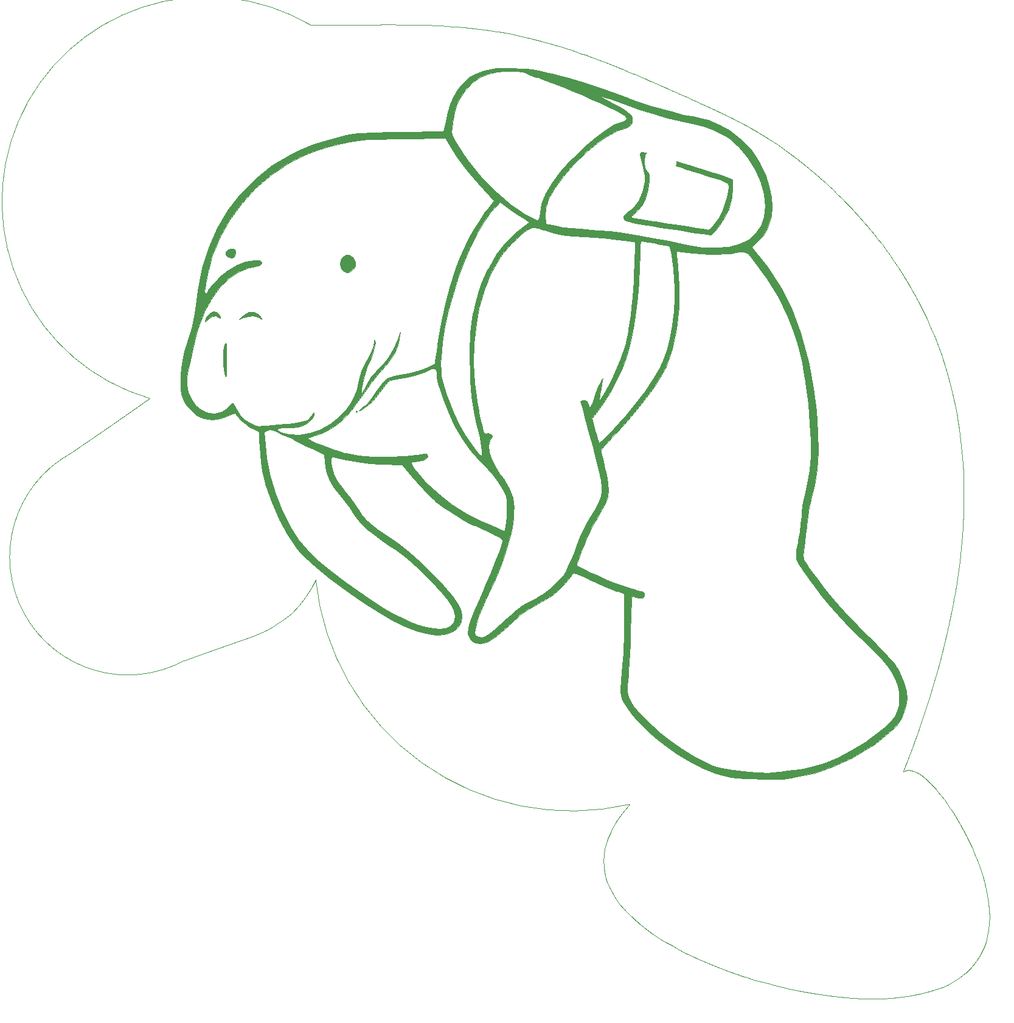
<source format=gbo>
G04 #@! TF.GenerationSoftware,KiCad,Pcbnew,(5.1.4-0)*
G04 #@! TF.CreationDate,2021-02-07T01:11:20-05:00*
G04 #@! TF.ProjectId,mxnatee_bottom_plate,6d786e61-7465-4655-9f62-6f74746f6d5f,rev?*
G04 #@! TF.SameCoordinates,Original*
G04 #@! TF.FileFunction,Legend,Bot*
G04 #@! TF.FilePolarity,Positive*
%FSLAX46Y46*%
G04 Gerber Fmt 4.6, Leading zero omitted, Abs format (unit mm)*
G04 Created by KiCad (PCBNEW (5.1.4-0)) date 2021-02-07 01:11:20*
%MOMM*%
%LPD*%
G04 APERTURE LIST*
%ADD10C,0.050000*%
%ADD11C,0.010000*%
%ADD12C,4.502000*%
G04 APERTURE END LIST*
D10*
X149534131Y-140141370D02*
X149491611Y-141067280D01*
X145750961Y-87082864D02*
X145586094Y-88845714D01*
X148213018Y-133292024D02*
X148544887Y-134276358D01*
X147064600Y-130401812D02*
X147472874Y-131354751D01*
X145698371Y-75426073D02*
X145832789Y-77017071D01*
X145153967Y-92427312D02*
X144886708Y-94246061D01*
X145105127Y-70771275D02*
X145334540Y-72303175D01*
X149534131Y-140141370D02*
X149532138Y-140088343D01*
X149532138Y-140088343D02*
X149530120Y-140038076D01*
X149530120Y-140038076D02*
X149527971Y-139987776D01*
X149527971Y-139987776D02*
X149524639Y-139915064D01*
X149524639Y-139915064D02*
X149522174Y-139864684D01*
X149522174Y-139864684D02*
X149519579Y-139814271D01*
X149519579Y-139814271D02*
X149516857Y-139763829D01*
X149516857Y-139763829D02*
X149514006Y-139713352D01*
X149514006Y-139713352D02*
X149511026Y-139662842D01*
X149511026Y-139662842D02*
X149507921Y-139612306D01*
X149507921Y-139612306D02*
X149504686Y-139561735D01*
X149504686Y-139561735D02*
X149501324Y-139511136D01*
X149501324Y-139511136D02*
X149497834Y-139460505D01*
X149497834Y-139460505D02*
X149494218Y-139409844D01*
X149494218Y-139409844D02*
X149490475Y-139359153D01*
X149490475Y-139359153D02*
X149486605Y-139308433D01*
X149486605Y-139308433D02*
X149481251Y-139240760D01*
X149481251Y-139240760D02*
X149477087Y-139189971D01*
X149477087Y-139189971D02*
X149472799Y-139139153D01*
X149472799Y-139139153D02*
X149468385Y-139088309D01*
X149468385Y-139088309D02*
X149463846Y-139037436D01*
X149463846Y-139037436D02*
X149459180Y-138986534D01*
X149459180Y-138986534D02*
X149454392Y-138935604D01*
X149454392Y-138935604D02*
X149449480Y-138884650D01*
X149449480Y-138884650D02*
X149444442Y-138833667D01*
X149444442Y-138833667D02*
X149439280Y-138782657D01*
X149439280Y-138782657D02*
X149434589Y-138737292D01*
X149434589Y-138737292D02*
X149429801Y-138691908D01*
X149429801Y-138691908D02*
X149424913Y-138646501D01*
X149424913Y-138646501D02*
X149419930Y-138601075D01*
X149419930Y-138601075D02*
X149414848Y-138555630D01*
X149414848Y-138555630D02*
X149409016Y-138504479D01*
X149409016Y-138504479D02*
X149403730Y-138458989D01*
X149403730Y-138458989D02*
X149398348Y-138413481D01*
X149398348Y-138413481D02*
X149392870Y-138367955D01*
X149392870Y-138367955D02*
X149387293Y-138322409D01*
X149387293Y-138322409D02*
X149381623Y-138276842D01*
X149381623Y-138276842D02*
X149375857Y-138231259D01*
X149375857Y-138231259D02*
X149369995Y-138185656D01*
X149369995Y-138185656D02*
X149364037Y-138140035D01*
X149364037Y-138140035D02*
X149357983Y-138094396D01*
X149357983Y-138094396D02*
X149351835Y-138048738D01*
X149351835Y-138048738D02*
X149345200Y-138000209D01*
X149345200Y-138000209D02*
X149338856Y-137954516D01*
X149338856Y-137954516D02*
X149330793Y-137897373D01*
X149330793Y-137897373D02*
X149324237Y-137851640D01*
X149324237Y-137851640D02*
X149317168Y-137803030D01*
X149317168Y-137803030D02*
X149309568Y-137751540D01*
X149309568Y-137751540D02*
X149302711Y-137705754D01*
X149302711Y-137705754D02*
X149295762Y-137659950D01*
X149295762Y-137659950D02*
X149288722Y-137614133D01*
X149288722Y-137614133D02*
X149281586Y-137568298D01*
X149281586Y-137568298D02*
X149273902Y-137519580D01*
X149273902Y-137519580D02*
X149265190Y-137465112D01*
X149265190Y-137465112D02*
X149257286Y-137416358D01*
X149257286Y-137416358D02*
X149247851Y-137358978D01*
X149247851Y-137358978D02*
X149240680Y-137315928D01*
X149240680Y-137315928D02*
X149232944Y-137269995D01*
X149232944Y-137269995D02*
X149227573Y-137238409D01*
X149227573Y-137238409D02*
X149219181Y-137189575D01*
X149219181Y-137189575D02*
X149210689Y-137140728D01*
X149210689Y-137140728D02*
X149202091Y-137091863D01*
X149202091Y-137091863D02*
X149192878Y-137040108D01*
X149192878Y-137040108D02*
X149184592Y-136994088D01*
X149184592Y-136994088D02*
X149176213Y-136948057D01*
X149176213Y-136948057D02*
X149166681Y-136896255D01*
X149166681Y-136896255D02*
X149158650Y-136853075D01*
X149158650Y-136853075D02*
X149150538Y-136809881D01*
X149150538Y-136809881D02*
X149141249Y-136760917D01*
X149141249Y-136760917D02*
X149131859Y-136711939D01*
X149131859Y-136711939D02*
X149123489Y-136668710D01*
X149123489Y-136668710D02*
X149115040Y-136625472D01*
X149115040Y-136625472D02*
X149105370Y-136576457D01*
X149105370Y-136576457D02*
X149095599Y-136527428D01*
X149095599Y-136527428D02*
X149086311Y-136481271D01*
X149086311Y-136481271D02*
X149076933Y-136435103D01*
X149076933Y-136435103D02*
X149063298Y-136368715D01*
X149063298Y-136368715D02*
X149054307Y-136325406D01*
X149054307Y-136325406D02*
X149044628Y-136279202D01*
X149044628Y-136279202D02*
X149034252Y-136230098D01*
X149034252Y-136230098D02*
X149025012Y-136186761D01*
X149025012Y-136186761D02*
X149012574Y-136128967D01*
X149012574Y-136128967D02*
X148999363Y-136068263D01*
X148999363Y-136068263D02*
X148989199Y-136022001D01*
X148989199Y-136022001D02*
X148977015Y-135967056D01*
X148977015Y-135967056D02*
X148966660Y-135920775D01*
X148966660Y-135920775D02*
X148952280Y-135857127D01*
X148952280Y-135857127D02*
X148941718Y-135810824D01*
X148941718Y-135810824D02*
X148929065Y-135755832D01*
X148929065Y-135755832D02*
X148916287Y-135700823D01*
X148916287Y-135700823D02*
X148906796Y-135660285D01*
X148906796Y-135660285D02*
X148893809Y-135605260D01*
X148893809Y-135605260D02*
X148883473Y-135561810D01*
X148883473Y-135561810D02*
X148871666Y-135512560D01*
X148871666Y-135512560D02*
X148861168Y-135469098D01*
X148861168Y-135469098D02*
X148846345Y-135408242D01*
X148846345Y-135408242D02*
X148835668Y-135364763D01*
X148835668Y-135364763D02*
X148822756Y-135312583D01*
X148822756Y-135312583D02*
X148812640Y-135271993D01*
X148812640Y-135271993D02*
X148800999Y-135225599D01*
X148800999Y-135225599D02*
X148789274Y-135179199D01*
X148789274Y-135179199D02*
X148775984Y-135126991D01*
X148775984Y-135126991D02*
X148765574Y-135086380D01*
X148765574Y-135086380D02*
X148753598Y-135039963D01*
X148753598Y-135039963D02*
X148743050Y-134999342D01*
X148743050Y-134999342D02*
X148727871Y-134941307D01*
X148727871Y-134941307D02*
X148717168Y-134900677D01*
X148717168Y-134900677D02*
X148704086Y-134851338D01*
X148704086Y-134851338D02*
X148691687Y-134804895D01*
X148691687Y-134804895D02*
X148679207Y-134758447D01*
X148679207Y-134758447D02*
X148666645Y-134711997D01*
X148666645Y-134711997D02*
X148654792Y-134668446D01*
X148654792Y-134668446D02*
X148638077Y-134607469D01*
X148638077Y-134607469D02*
X148625247Y-134561007D01*
X148625247Y-134561007D02*
X148613144Y-134517444D01*
X148613144Y-134517444D02*
X148592815Y-134444834D01*
X148592815Y-134444834D02*
X148579698Y-134398360D01*
X148579698Y-134398360D02*
X148567329Y-134354788D01*
X148567329Y-134354788D02*
X148553225Y-134305405D01*
X148553225Y-134305405D02*
X148544887Y-134276358D01*
X148213018Y-133292024D02*
X147842946Y-132323388D01*
X147842946Y-132323388D02*
X147472874Y-131354751D01*
X147064600Y-130401812D02*
X147046620Y-130363732D01*
X147046620Y-130363732D02*
X147030547Y-130329763D01*
X147030547Y-130329763D02*
X147010594Y-130287685D01*
X147010594Y-130287685D02*
X146993836Y-130252426D01*
X146993836Y-130252426D02*
X146974476Y-130211784D01*
X146974476Y-130211784D02*
X146955734Y-130172535D01*
X146955734Y-130172535D02*
X146938264Y-130136031D01*
X146938264Y-130136031D02*
X146918827Y-130095510D01*
X146918827Y-130095510D02*
X146896768Y-130049637D01*
X146896768Y-130049637D02*
X146877925Y-130010553D01*
X146877925Y-130010553D02*
X146859057Y-129971509D01*
X146859057Y-129971509D02*
X146839514Y-129931161D01*
X146839514Y-129931161D02*
X146817335Y-129885486D01*
X146817335Y-129885486D02*
X146799697Y-129849253D01*
X146799697Y-129849253D02*
X146782039Y-129813055D01*
X146782039Y-129813055D02*
X146765017Y-129778233D01*
X146765017Y-129778233D02*
X146745353Y-129738095D01*
X146745353Y-129738095D02*
X146727961Y-129702673D01*
X146727961Y-129702673D02*
X146707921Y-129661949D01*
X146707921Y-129661949D02*
X146687527Y-129620604D01*
X146687527Y-129620604D02*
X146662490Y-129569986D01*
X146662490Y-129569986D02*
X146642532Y-129529744D01*
X146642532Y-129529744D02*
X146625193Y-129494859D01*
X146625193Y-129494859D02*
X146607011Y-129458351D01*
X146607011Y-129458351D02*
X146587150Y-129418566D01*
X146587150Y-129418566D02*
X146565941Y-129376178D01*
X146565941Y-129376178D02*
X146548685Y-129341773D01*
X146548685Y-129341773D02*
X146530751Y-129306083D01*
X146530751Y-129306083D02*
X146512798Y-129270430D01*
X146512798Y-129270430D02*
X146493493Y-129232176D01*
X146493493Y-129232176D02*
X146476166Y-129197918D01*
X146476166Y-129197918D02*
X146458155Y-129162376D01*
X146458155Y-129162376D02*
X146439456Y-129125556D01*
X146439456Y-129125556D02*
X146421407Y-129090089D01*
X146421407Y-129090089D02*
X146402002Y-129052040D01*
X146402002Y-129052040D02*
X146384587Y-129017962D01*
X146384587Y-129017962D02*
X146363128Y-128976066D01*
X146363128Y-128976066D02*
X146345674Y-128942065D01*
X146345674Y-128942065D02*
X146325514Y-128902876D01*
X146325514Y-128902876D02*
X146303314Y-128859822D01*
X146303314Y-128859822D02*
X146283783Y-128822034D01*
X146283783Y-128822034D02*
X146266256Y-128788193D01*
X146266256Y-128788193D02*
X146244662Y-128746592D01*
X146244662Y-128746592D02*
X146223044Y-128705044D01*
X146223044Y-128705044D02*
X146205459Y-128671323D01*
X146205459Y-128671323D02*
X146185152Y-128632462D01*
X146185152Y-128632462D02*
X146167535Y-128598820D01*
X146167535Y-128598820D02*
X146148545Y-128562631D01*
X146148545Y-128562631D02*
X146130217Y-128527773D01*
X146130217Y-128527773D02*
X146110513Y-128490377D01*
X146110513Y-128490377D02*
X146092832Y-128456887D01*
X146092832Y-128456887D02*
X146071049Y-128415719D01*
X146071049Y-128415719D02*
X146053333Y-128382311D01*
X146053333Y-128382311D02*
X146032874Y-128343808D01*
X146032874Y-128343808D02*
X146010345Y-128301511D01*
X146010345Y-128301511D02*
X145987450Y-128258631D01*
X145987450Y-128258631D02*
X145967270Y-128220925D01*
X145967270Y-128220925D02*
X145945358Y-128180075D01*
X145945358Y-128180075D02*
X145923425Y-128139281D01*
X145923425Y-128139281D02*
X145901469Y-128098544D01*
X145901469Y-128098544D02*
X145883616Y-128065487D01*
X145883616Y-128065487D02*
X145864372Y-128029929D01*
X145864372Y-128029929D02*
X145845112Y-127994413D01*
X145845112Y-127994413D02*
X145824460Y-127956410D01*
X145824460Y-127956410D02*
X145805856Y-127922248D01*
X145805856Y-127922248D02*
X145785860Y-127885603D01*
X145785860Y-127885603D02*
X145763774Y-127845220D01*
X145763774Y-127845220D02*
X145743050Y-127807413D01*
X145743050Y-127807413D02*
X145721962Y-127769028D01*
X145721962Y-127769028D02*
X145702936Y-127734467D01*
X145702936Y-127734467D02*
X145694629Y-127719399D01*
X145694629Y-127719399D02*
X145672978Y-127680191D01*
X145672978Y-127680191D02*
X145653044Y-127644173D01*
X145653044Y-127644173D02*
X145630839Y-127604136D01*
X145630839Y-127604136D02*
X145611047Y-127568528D01*
X145611047Y-127568528D02*
X145590543Y-127531720D01*
X145590543Y-127531720D02*
X145569677Y-127494339D01*
X145569677Y-127494339D02*
X145546703Y-127453279D01*
X145546703Y-127453279D02*
X145525106Y-127414767D01*
X145525106Y-127414767D02*
X145506979Y-127382508D01*
X145506979Y-127382508D02*
X145486047Y-127345334D01*
X145486047Y-127345334D02*
X145465099Y-127308213D01*
X145465099Y-127308213D02*
X145445534Y-127273613D01*
X145445534Y-127273613D02*
X145424557Y-127236596D01*
X145424557Y-127236596D02*
X145400585Y-127194394D01*
X145400585Y-127194394D02*
X145379752Y-127157797D01*
X145379752Y-127157797D02*
X145357325Y-127118488D01*
X145357325Y-127118488D02*
X145336284Y-127081691D01*
X145336284Y-127081691D02*
X145318035Y-127049842D01*
X145318035Y-127049842D02*
X145299774Y-127018034D01*
X145299774Y-127018034D02*
X145278692Y-126981382D01*
X145278692Y-126981382D02*
X145256189Y-126942346D01*
X145256189Y-126942346D02*
X145232787Y-126901849D01*
X145232787Y-126901849D02*
X145211133Y-126864458D01*
X145211133Y-126864458D02*
X145188582Y-126825606D01*
X145188582Y-126825606D02*
X145167426Y-126789239D01*
X145167426Y-126789239D02*
X145147669Y-126755345D01*
X145147669Y-126755345D02*
X145126485Y-126719082D01*
X145126485Y-126719082D02*
X145105290Y-126682874D01*
X145105290Y-126682874D02*
X145082666Y-126644312D01*
X145082666Y-126644312D02*
X145062859Y-126610623D01*
X145062859Y-126610623D02*
X145043040Y-126576981D01*
X145043040Y-126576981D02*
X145018959Y-126536194D01*
X145018959Y-126536194D02*
X144996279Y-126497872D01*
X144996279Y-126497872D02*
X144975716Y-126463198D01*
X144975716Y-126463198D02*
X144956557Y-126430959D01*
X144956557Y-126430959D02*
X144935258Y-126395193D01*
X144935258Y-126395193D02*
X144912171Y-126356507D01*
X144912171Y-126356507D02*
X144887651Y-126315517D01*
X144887651Y-126315517D02*
X144859912Y-126269267D01*
X144859912Y-126269267D02*
X144837137Y-126231390D01*
X144837137Y-126231390D02*
X144814349Y-126193576D01*
X144814349Y-126193576D02*
X144795470Y-126162311D01*
X144795470Y-126162311D02*
X144774441Y-126127557D01*
X144774441Y-126127557D02*
X144751619Y-126089922D01*
X144751619Y-126089922D02*
X144732352Y-126058216D01*
X144732352Y-126058216D02*
X144710222Y-126021872D01*
X144710222Y-126021872D02*
X144687366Y-125984418D01*
X144687366Y-125984418D02*
X144667357Y-125951701D01*
X144667357Y-125951701D02*
X144644478Y-125914371D01*
X144644478Y-125914371D02*
X144624091Y-125881179D01*
X144624091Y-125881179D02*
X144603696Y-125848041D01*
X144603696Y-125848041D02*
X144581502Y-125812053D01*
X144581502Y-125812053D02*
X144558582Y-125774970D01*
X144558582Y-125774970D02*
X144538159Y-125741997D01*
X144538159Y-125741997D02*
X144517729Y-125709079D01*
X144517729Y-125709079D02*
X144495496Y-125673333D01*
X144495496Y-125673333D02*
X144471102Y-125634200D01*
X144471102Y-125634200D02*
X144443823Y-125590552D01*
X144443823Y-125590552D02*
X144418684Y-125550433D01*
X144418684Y-125550433D02*
X144397847Y-125517253D01*
X144397847Y-125517253D02*
X144377721Y-125485270D01*
X144377721Y-125485270D02*
X144356151Y-125451060D01*
X144356151Y-125451060D02*
X144328815Y-125407812D01*
X144328815Y-125407812D02*
X144304345Y-125369197D01*
X144304345Y-125369197D02*
X144282748Y-125335190D01*
X144282748Y-125335190D02*
X144262583Y-125303504D01*
X144262583Y-125303504D02*
X144243855Y-125274131D01*
X145334540Y-72303175D02*
X145516455Y-73864624D01*
X145516455Y-73864624D02*
X145698371Y-75426073D01*
X145832789Y-77017071D02*
X145835536Y-77069291D01*
X145835536Y-77069291D02*
X145838128Y-77119159D01*
X145838128Y-77119159D02*
X145840933Y-77173799D01*
X145840933Y-77173799D02*
X145843818Y-77230835D01*
X145843818Y-77230835D02*
X145846311Y-77280762D01*
X145846311Y-77280762D02*
X145849470Y-77344982D01*
X145849470Y-77344982D02*
X145852690Y-77411611D01*
X145852690Y-77411611D02*
X145855183Y-77463986D01*
X145855183Y-77463986D02*
X145857640Y-77516379D01*
X145857640Y-77516379D02*
X145860719Y-77583092D01*
X145860719Y-77583092D02*
X145863743Y-77649837D01*
X145863743Y-77649837D02*
X145866709Y-77716613D01*
X145866709Y-77716613D02*
X145869209Y-77773878D01*
X145869209Y-77773878D02*
X145872072Y-77840714D01*
X145872072Y-77840714D02*
X145874607Y-77901014D01*
X145874607Y-77901014D02*
X145877539Y-77972096D01*
X145877539Y-77972096D02*
X145879569Y-78022293D01*
X145879569Y-78022293D02*
X145881852Y-78079684D01*
X145881852Y-78079684D02*
X145884000Y-78134705D01*
X145884000Y-78134705D02*
X145885884Y-78183763D01*
X145885884Y-78183763D02*
X145888142Y-78243617D01*
X145888142Y-78243617D02*
X145890573Y-78309483D01*
X145890573Y-78309483D02*
X145892563Y-78364594D01*
X145892563Y-78364594D02*
X145894351Y-78414933D01*
X145894351Y-78414933D02*
X145897013Y-78491674D01*
X145897013Y-78491674D02*
X145898883Y-78546860D01*
X145898883Y-78546860D02*
X145900556Y-78597264D01*
X145900556Y-78597264D02*
X145902351Y-78652490D01*
X145902351Y-78652490D02*
X145903961Y-78702935D01*
X145903961Y-78702935D02*
X145905537Y-78753394D01*
X145905537Y-78753394D02*
X145907228Y-78808683D01*
X145907228Y-78808683D02*
X145909519Y-78885641D01*
X145909519Y-78885641D02*
X145911052Y-78938574D01*
X145911052Y-78938574D02*
X145912550Y-78991528D01*
X145912550Y-78991528D02*
X145914290Y-79054734D01*
X145914290Y-79054734D02*
X145915699Y-79107130D01*
X145915699Y-79107130D02*
X145917151Y-79162558D01*
X145917151Y-79162558D02*
X145918442Y-79213184D01*
X145918442Y-79213184D02*
X145919879Y-79271065D01*
X145919879Y-79271065D02*
X145921220Y-79326556D01*
X145921220Y-79326556D02*
X145922412Y-79377242D01*
X145922412Y-79377242D02*
X145924017Y-79447868D01*
X145924017Y-79447868D02*
X145925226Y-79502826D01*
X145925226Y-79502826D02*
X145926460Y-79560825D01*
X145926460Y-79560825D02*
X145927604Y-79616431D01*
X145927604Y-79616431D02*
X145928803Y-79676894D01*
X145928803Y-79676894D02*
X145929754Y-79726493D01*
X145929754Y-79726493D02*
X145930811Y-79783375D01*
X145930811Y-79783375D02*
X145931931Y-79846332D01*
X145931931Y-79846332D02*
X145932841Y-79899624D01*
X145932841Y-79899624D02*
X145933679Y-79950514D01*
X145933679Y-79950514D02*
X145934486Y-80001422D01*
X145934486Y-80001422D02*
X145935440Y-80064476D01*
X145935440Y-80064476D02*
X145936225Y-80119063D01*
X145936225Y-80119063D02*
X145937010Y-80176101D01*
X145937010Y-80176101D02*
X145937801Y-80236802D01*
X145937801Y-80236802D02*
X145938429Y-80287811D01*
X145938429Y-80287811D02*
X145939027Y-80338839D01*
X145939027Y-80338839D02*
X145939648Y-80394750D01*
X145939648Y-80394750D02*
X145940166Y-80444596D01*
X145940166Y-80444596D02*
X145940726Y-80501764D01*
X145940726Y-80501764D02*
X145941342Y-80569907D01*
X145941342Y-80569907D02*
X145941976Y-80647822D01*
X145941976Y-80647822D02*
X145942457Y-80713599D01*
X145942457Y-80713599D02*
X145942791Y-80764776D01*
X145942791Y-80764776D02*
X145943123Y-80820849D01*
X145943123Y-80820849D02*
X145943396Y-80872068D01*
X145943396Y-80872068D02*
X145943634Y-80923300D01*
X145943634Y-80923300D02*
X145943859Y-80979436D01*
X145943859Y-80979436D02*
X145944105Y-81055130D01*
X145944105Y-81055130D02*
X145944237Y-81108872D01*
X145944237Y-81108872D02*
X145944339Y-81165080D01*
X145944339Y-81165080D02*
X145944410Y-81234755D01*
X145944410Y-81234755D02*
X145944427Y-81306915D01*
X145944427Y-81306915D02*
X145944388Y-81370540D01*
X145944388Y-81370540D02*
X145944309Y-81429296D01*
X145944309Y-81429296D02*
X145944191Y-81488077D01*
X145944191Y-81488077D02*
X145944030Y-81546879D01*
X145944030Y-81546879D02*
X145943752Y-81625321D01*
X145943752Y-81625321D02*
X145943518Y-81679274D01*
X145943518Y-81679274D02*
X145943251Y-81733246D01*
X145943251Y-81733246D02*
X145942919Y-81792149D01*
X145942919Y-81792149D02*
X145942480Y-81860896D01*
X145942480Y-81860896D02*
X145942095Y-81914937D01*
X145942095Y-81914937D02*
X145941718Y-81964083D01*
X145941718Y-81964083D02*
X145941137Y-82032910D01*
X145941137Y-82032910D02*
X145940596Y-82091930D01*
X145940596Y-82091930D02*
X145940063Y-82146053D01*
X145940063Y-82146053D02*
X145939334Y-82214967D01*
X145939334Y-82214967D02*
X145938725Y-82269138D01*
X145938725Y-82269138D02*
X145938079Y-82323325D01*
X145938079Y-82323325D02*
X145937335Y-82382463D01*
X145937335Y-82382463D02*
X145936484Y-82446555D01*
X145936484Y-82446555D02*
X145935296Y-82530409D01*
X145935296Y-82530409D02*
X145934560Y-82579759D01*
X145934560Y-82579759D02*
X145933559Y-82643937D01*
X145933559Y-82643937D02*
X145932592Y-82703202D01*
X145932592Y-82703202D02*
X145931584Y-82762491D01*
X145931584Y-82762491D02*
X145930534Y-82821804D01*
X145930534Y-82821804D02*
X145929444Y-82881139D01*
X145929444Y-82881139D02*
X145928216Y-82945445D01*
X145928216Y-82945445D02*
X145927238Y-82994931D01*
X145927238Y-82994931D02*
X145926028Y-83054336D01*
X145926028Y-83054336D02*
X145924562Y-83123670D01*
X145924562Y-83123670D02*
X145923482Y-83173215D01*
X145923482Y-83173215D02*
X145922375Y-83222778D01*
X145922375Y-83222778D02*
X145921235Y-83272353D01*
X145921235Y-83272353D02*
X145919712Y-83336828D01*
X145919712Y-83336828D02*
X145918265Y-83396369D01*
X145918265Y-83396369D02*
X145916775Y-83455932D01*
X145916775Y-83455932D02*
X145915245Y-83515519D01*
X145915245Y-83515519D02*
X145913804Y-83570161D01*
X145913804Y-83570161D02*
X145912466Y-83619852D01*
X145912466Y-83619852D02*
X145910960Y-83674532D01*
X145910960Y-83674532D02*
X145909420Y-83729231D01*
X145909420Y-83729231D02*
X145907118Y-83808828D01*
X145907118Y-83808828D02*
X145905194Y-83873535D01*
X145905194Y-83873535D02*
X145903373Y-83933286D01*
X145903373Y-83933286D02*
X145901667Y-83988078D01*
X145901667Y-83988078D02*
X145899609Y-84052859D01*
X145899609Y-84052859D02*
X145897665Y-84112682D01*
X145897665Y-84112682D02*
X145895680Y-84172528D01*
X145895680Y-84172528D02*
X145893652Y-84232397D01*
X145893652Y-84232397D02*
X145891410Y-84297281D01*
X145891410Y-84297281D02*
X145889653Y-84347212D01*
X145889653Y-84347212D02*
X145887866Y-84397158D01*
X145887866Y-84397158D02*
X145886051Y-84447120D01*
X145886051Y-84447120D02*
X145884208Y-84497101D01*
X145884208Y-84497101D02*
X145882334Y-84547094D01*
X145882334Y-84547094D02*
X145879855Y-84612113D01*
X145879855Y-84612113D02*
X145877526Y-84672155D01*
X145877526Y-84672155D02*
X145875154Y-84732218D01*
X145875154Y-84732218D02*
X145872741Y-84792307D01*
X145872741Y-84792307D02*
X145870492Y-84847409D01*
X145870492Y-84847409D02*
X145868417Y-84897518D01*
X145868417Y-84897518D02*
X145866102Y-84952656D01*
X145866102Y-84952656D02*
X145863537Y-85012830D01*
X145863537Y-85012830D02*
X145861149Y-85068011D01*
X145861149Y-85068011D02*
X145858948Y-85118193D01*
X145858948Y-85118193D02*
X145856495Y-85173411D01*
X145856495Y-85173411D02*
X145853777Y-85233670D01*
X145853777Y-85233670D02*
X145851018Y-85293955D01*
X145851018Y-85293955D02*
X145848217Y-85354262D01*
X145848217Y-85354262D02*
X145845137Y-85419620D01*
X145845137Y-85419620D02*
X145842737Y-85469917D01*
X145842737Y-85469917D02*
X145840304Y-85520226D01*
X145840304Y-85520226D02*
X145837597Y-85575589D01*
X145837597Y-85575589D02*
X145834603Y-85636005D01*
X145834603Y-85636005D02*
X145831822Y-85691406D01*
X145831822Y-85691406D02*
X145828749Y-85751869D01*
X145828749Y-85751869D02*
X145825635Y-85812354D01*
X145825635Y-85812354D02*
X145821947Y-85882948D01*
X145821947Y-85882948D02*
X145819012Y-85938439D01*
X145819012Y-85938439D02*
X145815768Y-85998996D01*
X145815768Y-85998996D02*
X145812759Y-86054527D01*
X145812759Y-86054527D02*
X145809994Y-86105028D01*
X145809994Y-86105028D02*
X145807198Y-86155543D01*
X145807198Y-86155543D02*
X145803522Y-86221239D01*
X145803522Y-86221239D02*
X145800087Y-86281906D01*
X145800087Y-86281906D02*
X145796608Y-86342595D01*
X145796608Y-86342595D02*
X145793089Y-86403309D01*
X145793089Y-86403309D02*
X145789825Y-86458983D01*
X145789825Y-86458983D02*
X145786829Y-86509613D01*
X145786829Y-86509613D02*
X145783499Y-86565324D01*
X145783499Y-86565324D02*
X145779826Y-86626123D01*
X145779826Y-86626123D02*
X145776424Y-86681876D01*
X145776424Y-86681876D02*
X145772672Y-86742721D01*
X145772672Y-86742721D02*
X145768561Y-86808661D01*
X145768561Y-86808661D02*
X145765043Y-86864477D01*
X145765043Y-86864477D02*
X145761166Y-86925392D01*
X145761166Y-86925392D02*
X145756920Y-86991408D01*
X145756920Y-86991408D02*
X145752957Y-87052372D01*
X145752957Y-87052372D02*
X145750961Y-87082864D01*
X145586094Y-88845714D02*
X145370030Y-90636513D01*
X145370030Y-90636513D02*
X145153967Y-92427312D01*
X143753338Y-124556622D02*
X144243855Y-125274131D01*
X144143891Y-66356574D02*
X144157747Y-66411468D01*
X144157747Y-66411468D02*
X144171827Y-66467448D01*
X144171827Y-66467448D02*
X144182691Y-66510776D01*
X144182691Y-66510776D02*
X144192737Y-66550952D01*
X144192737Y-66550952D02*
X144206446Y-66605953D01*
X144206446Y-66605953D02*
X144216963Y-66648281D01*
X144216963Y-66648281D02*
X144229550Y-66699100D01*
X144229550Y-66699100D02*
X144242101Y-66749942D01*
X144242101Y-66749942D02*
X144252533Y-66792330D01*
X144252533Y-66792330D02*
X144262421Y-66832616D01*
X144262421Y-66832616D02*
X144273324Y-66877162D01*
X144273324Y-66877162D02*
X144283680Y-66919603D01*
X144283680Y-66919603D02*
X144293496Y-66959937D01*
X144293496Y-66959937D02*
X144306378Y-67013033D01*
X144306378Y-67013033D02*
X144316655Y-67055531D01*
X144316655Y-67055531D02*
X144331002Y-67115057D01*
X144331002Y-67115057D02*
X144341219Y-67157598D01*
X144341219Y-67157598D02*
X144357006Y-67223568D01*
X144357006Y-67223568D02*
X144366653Y-67264023D01*
X144366653Y-67264023D02*
X144377795Y-67310885D01*
X144377795Y-67310885D02*
X144390923Y-67366295D01*
X144390923Y-67366295D02*
X144401998Y-67413203D01*
X144401998Y-67413203D02*
X144415547Y-67470801D01*
X144415547Y-67470801D02*
X144428053Y-67524160D01*
X144428053Y-67524160D02*
X144443506Y-67590365D01*
X144443506Y-67590365D02*
X144453566Y-67633633D01*
X144453566Y-67633633D02*
X144463851Y-67677990D01*
X144463851Y-67677990D02*
X144473489Y-67719692D01*
X144473489Y-67719692D02*
X144483596Y-67763549D01*
X144483596Y-67763549D02*
X144493432Y-67806355D01*
X144493432Y-67806355D02*
X144503243Y-67849179D01*
X144503243Y-67849179D02*
X144513027Y-67892019D01*
X144513027Y-67892019D02*
X144524737Y-67943452D01*
X144524737Y-67943452D02*
X144534955Y-67988477D01*
X144534955Y-67988477D02*
X144546110Y-68037808D01*
X144546110Y-68037808D02*
X144555784Y-68080726D01*
X144555784Y-68080726D02*
X144567361Y-68132251D01*
X144567361Y-68132251D02*
X144578899Y-68183799D01*
X144578899Y-68183799D02*
X144590404Y-68235375D01*
X144590404Y-68235375D02*
X144599961Y-68278374D01*
X144599961Y-68278374D02*
X144609731Y-68322463D01*
X144609731Y-68322463D02*
X144618881Y-68363882D01*
X144618881Y-68363882D02*
X144628484Y-68407473D01*
X144628484Y-68407473D02*
X144641245Y-68465619D01*
X144641245Y-68465619D02*
X144651139Y-68510865D01*
X144651139Y-68510865D02*
X144661004Y-68556131D01*
X144661004Y-68556131D02*
X144670842Y-68601417D01*
X144670842Y-68601417D02*
X144681117Y-68648878D01*
X144681117Y-68648878D02*
X144690432Y-68692044D01*
X144690432Y-68692044D02*
X144700184Y-68737386D01*
X144700184Y-68737386D02*
X144711760Y-68791392D01*
X144711760Y-68791392D02*
X144723870Y-68848124D01*
X144723870Y-68848124D02*
X144732954Y-68890830D01*
X144732954Y-68890830D02*
X144745329Y-68949239D01*
X144745329Y-68949239D02*
X144754926Y-68994691D01*
X144754926Y-68994691D02*
X144764037Y-69037997D01*
X144764037Y-69037997D02*
X144774939Y-69089987D01*
X144774939Y-69089987D02*
X144783995Y-69133330D01*
X144783995Y-69133330D02*
X144794376Y-69183194D01*
X144794376Y-69183194D02*
X144803828Y-69228747D01*
X144803828Y-69228747D02*
X144812801Y-69272145D01*
X144812801Y-69272145D02*
X144824541Y-69329132D01*
X144824541Y-69329132D02*
X144834237Y-69376376D01*
X144834237Y-69376376D02*
X144846228Y-69435048D01*
X144846228Y-69435048D02*
X144855523Y-69480704D01*
X144855523Y-69480704D02*
X144864350Y-69524205D01*
X144864350Y-69524205D02*
X144873152Y-69567724D01*
X144873152Y-69567724D02*
X144881927Y-69611259D01*
X144881927Y-69611259D02*
X144890677Y-69654813D01*
X144890677Y-69654813D02*
X144899400Y-69698381D01*
X144899400Y-69698381D02*
X144908098Y-69741968D01*
X144908098Y-69741968D02*
X144918070Y-69792115D01*
X144918070Y-69792115D02*
X144927144Y-69837921D01*
X144927144Y-69837921D02*
X144935760Y-69881565D01*
X144935760Y-69881565D02*
X144944782Y-69927410D01*
X144944782Y-69927410D02*
X144956336Y-69986379D01*
X144956336Y-69986379D02*
X144967845Y-70045379D01*
X144967845Y-70045379D02*
X144976764Y-70091293D01*
X144976764Y-70091293D02*
X144989878Y-70159103D01*
X144989878Y-70159103D02*
X144998728Y-70205065D01*
X144998728Y-70205065D02*
X145007128Y-70248852D01*
X145007128Y-70248852D02*
X145015504Y-70292658D01*
X145015504Y-70292658D02*
X145024687Y-70340866D01*
X145024687Y-70340866D02*
X145033215Y-70385803D01*
X145033215Y-70385803D02*
X145042131Y-70432954D01*
X145042131Y-70432954D02*
X145054934Y-70500975D01*
X145054934Y-70500975D02*
X145063572Y-70547077D01*
X145063572Y-70547077D02*
X145071773Y-70591001D01*
X145071773Y-70591001D02*
X145079743Y-70633843D01*
X145079743Y-70633843D02*
X145087687Y-70676702D01*
X145087687Y-70676702D02*
X145099057Y-70738275D01*
X145099057Y-70738275D02*
X145105127Y-70771275D01*
X144886708Y-94246061D02*
X144878290Y-94294752D01*
X144878290Y-94294752D02*
X144869851Y-94343459D01*
X144869851Y-94343459D02*
X144861387Y-94392177D01*
X144861387Y-94392177D02*
X144853843Y-94435495D01*
X144853843Y-94435495D02*
X144844388Y-94489654D01*
X144844388Y-94489654D02*
X144834902Y-94543830D01*
X144834902Y-94543830D02*
X144827295Y-94587183D01*
X144827295Y-94587183D02*
X144815844Y-94652229D01*
X144815844Y-94652229D02*
X144806271Y-94706451D01*
X144806271Y-94706451D02*
X144797630Y-94755267D01*
X144797630Y-94755267D02*
X144788964Y-94804094D01*
X144788964Y-94804094D02*
X144781242Y-94847508D01*
X144781242Y-94847508D02*
X144771561Y-94901788D01*
X144771561Y-94901788D02*
X144762826Y-94950655D01*
X144762826Y-94950655D02*
X144755038Y-94994101D01*
X144755038Y-94994101D02*
X144746255Y-95042991D01*
X144746255Y-95042991D02*
X144736470Y-95097328D01*
X144736470Y-95097328D02*
X144727637Y-95146244D01*
X144727637Y-95146244D02*
X144718781Y-95195174D01*
X144718781Y-95195174D02*
X144706934Y-95260433D01*
X144706934Y-95260433D02*
X144697031Y-95314833D01*
X144697031Y-95314833D02*
X144687097Y-95369249D01*
X144687097Y-95369249D02*
X144679129Y-95412793D01*
X144679129Y-95412793D02*
X144671143Y-95456349D01*
X144671143Y-95456349D02*
X144661131Y-95510805D01*
X144661131Y-95510805D02*
X144652098Y-95559831D01*
X144652098Y-95559831D02*
X144644047Y-95603419D01*
X144644047Y-95603419D02*
X144634967Y-95652468D01*
X144634967Y-95652468D02*
X144626875Y-95696076D01*
X144626875Y-95696076D02*
X144618766Y-95739696D01*
X144618766Y-95739696D02*
X144610636Y-95783327D01*
X144610636Y-95783327D02*
X144600449Y-95837878D01*
X144600449Y-95837878D02*
X144591255Y-95886989D01*
X144591255Y-95886989D02*
X144582036Y-95936111D01*
X144582036Y-95936111D02*
X144569710Y-96001629D01*
X144569710Y-96001629D02*
X144561466Y-96045318D01*
X144561466Y-96045318D02*
X144550103Y-96105409D01*
X144550103Y-96105409D02*
X144541817Y-96149125D01*
X144541817Y-96149125D02*
X144532470Y-96198315D01*
X144532470Y-96198315D02*
X144522060Y-96252988D01*
X144522060Y-96252988D02*
X144512664Y-96302206D01*
X144512664Y-96302206D02*
X144504292Y-96345967D01*
X144504292Y-96345967D02*
X144491698Y-96411625D01*
X144491698Y-96411625D02*
X144482225Y-96460884D01*
X144482225Y-96460884D02*
X144469556Y-96526583D01*
X144469556Y-96526583D02*
X144458968Y-96581349D01*
X144458968Y-96581349D02*
X144449413Y-96630652D01*
X144449413Y-96630652D02*
X144436637Y-96696411D01*
X144436637Y-96696411D02*
X144428093Y-96740261D01*
X144428093Y-96740261D02*
X144419532Y-96784122D01*
X144419532Y-96784122D02*
X144410952Y-96827993D01*
X144410952Y-96827993D02*
X144401278Y-96877361D01*
X144401278Y-96877361D02*
X144390500Y-96932227D01*
X144390500Y-96932227D02*
X144380775Y-96981622D01*
X144380775Y-96981622D02*
X144372111Y-97025540D01*
X144372111Y-97025540D02*
X144362339Y-97074957D01*
X144362339Y-97074957D02*
X144347092Y-97151854D01*
X144347092Y-97151854D02*
X144338354Y-97195810D01*
X144338354Y-97195810D02*
X144328501Y-97245272D01*
X144328501Y-97245272D02*
X144319723Y-97289249D01*
X144319723Y-97289249D02*
X144310926Y-97333236D01*
X144310926Y-97333236D02*
X144302110Y-97377234D01*
X144302110Y-97377234D02*
X144288850Y-97443248D01*
X144288850Y-97443248D02*
X144278877Y-97492774D01*
X144278877Y-97492774D02*
X144267768Y-97547818D01*
X144267768Y-97547818D02*
X144257745Y-97597371D01*
X144257745Y-97597371D02*
X144248817Y-97641429D01*
X144248817Y-97641429D02*
X144238748Y-97691006D01*
X144238748Y-97691006D02*
X144227534Y-97746108D01*
X144227534Y-97746108D02*
X144218539Y-97790198D01*
X144218539Y-97790198D02*
X144208400Y-97839813D01*
X144208400Y-97839813D02*
X144198235Y-97889440D01*
X144198235Y-97889440D02*
X144186914Y-97944598D01*
X144186914Y-97944598D02*
X144176700Y-97994254D01*
X144176700Y-97994254D02*
X144163044Y-98060481D01*
X144163044Y-98060481D02*
X144153916Y-98104645D01*
X144153916Y-98104645D02*
X144143623Y-98154339D01*
X144143623Y-98154339D02*
X144132161Y-98209572D01*
X144132161Y-98209572D02*
X144121819Y-98259297D01*
X144121819Y-98259297D02*
X144111452Y-98309032D01*
X144111452Y-98309032D02*
X144099907Y-98364309D01*
X144099907Y-98364309D02*
X144090649Y-98408543D01*
X144090649Y-98408543D02*
X144080213Y-98458318D01*
X144080213Y-98458318D02*
X144070913Y-98502571D01*
X144070913Y-98502571D02*
X144061596Y-98546835D01*
X144061596Y-98546835D02*
X144052260Y-98591109D01*
X144052260Y-98591109D02*
X144041735Y-98640930D01*
X144041735Y-98640930D02*
X144030011Y-98696302D01*
X144030011Y-98696302D02*
X144019435Y-98746150D01*
X144019435Y-98746150D02*
X144010015Y-98790471D01*
X144010015Y-98790471D02*
X143999393Y-98840341D01*
X143999393Y-98840341D02*
X143987564Y-98895769D01*
X143987564Y-98895769D02*
X143976892Y-98945668D01*
X143976892Y-98945668D02*
X143967387Y-98990034D01*
X143967387Y-98990034D02*
X143956669Y-99039955D01*
X143956669Y-99039955D02*
X143943539Y-99100990D01*
X143943539Y-99100990D02*
X143933968Y-99145392D01*
X143933968Y-99145392D02*
X143923176Y-99195353D01*
X143923176Y-99195353D02*
X143913563Y-99239775D01*
X143913563Y-99239775D02*
X143899108Y-99306426D01*
X143899108Y-99306426D02*
X143885822Y-99367543D01*
X143885822Y-99367543D02*
X143876137Y-99412005D01*
X143876137Y-99412005D02*
X143865217Y-99462035D01*
X143865217Y-99462035D02*
X143850623Y-99528763D01*
X143850623Y-99528763D02*
X143840867Y-99573259D01*
X143840867Y-99573259D02*
X143827425Y-99634461D01*
X143827425Y-99634461D02*
X143817627Y-99678983D01*
X143817627Y-99678983D02*
X143806579Y-99729081D01*
X143806579Y-99729081D02*
X143794279Y-99784762D01*
X143794279Y-99784762D02*
X143783182Y-99834888D01*
X143783182Y-99834888D02*
X143775772Y-99868314D01*
X55245000Y-94234000D02*
X55753000Y-93218000D01*
X54292500Y-95694500D02*
X55245000Y-94234000D01*
X53467000Y-96774000D02*
X54292500Y-95694500D01*
X52324000Y-97917000D02*
X53467000Y-96774000D01*
X51371500Y-98742500D02*
X52324000Y-97917000D01*
X50609500Y-99250500D02*
X51371500Y-98742500D01*
X49593500Y-99885500D02*
X50609500Y-99250500D01*
X48831500Y-100330000D02*
X49593500Y-99885500D01*
X46990000Y-101092000D02*
X48831500Y-100330000D01*
X27569071Y-71515427D02*
X32634872Y-67979333D01*
X37473310Y-104472714D02*
G75*
G02X21661099Y-75639385I-7882310J14429714D01*
G01*
X27569071Y-71515427D02*
X21661098Y-75639384D01*
X40251889Y-103484974D02*
X37470428Y-104472782D01*
X46990000Y-101092000D02*
X40251889Y-103484974D01*
X140521090Y-111661371D02*
X139840936Y-113699637D01*
X142355047Y-105655535D02*
X141778146Y-107639320D01*
X142432520Y-60778791D02*
X142921951Y-62126234D01*
X140814715Y-56865176D02*
X141378902Y-58148262D01*
X136123670Y-48687707D02*
X136860019Y-49767237D01*
X133844307Y-45592637D02*
X134615814Y-46600407D01*
X128259937Y-39431112D02*
X129060305Y-40214055D01*
X125887840Y-37234177D02*
X126673704Y-37941173D01*
X120731903Y-33167553D02*
X121422702Y-33658087D01*
X118737848Y-31821670D02*
X119389476Y-32249344D01*
X114575664Y-29422150D02*
X115139053Y-29715900D01*
X112898543Y-28582092D02*
X113455409Y-28855247D01*
X108812215Y-26692535D02*
X109434429Y-26974016D01*
X106856454Y-25810957D02*
X107523228Y-26111005D01*
X101578644Y-23473780D02*
X102397391Y-23828618D01*
X99033690Y-22394774D02*
X99896794Y-22756858D01*
X92600414Y-19934344D02*
X93549402Y-20265602D01*
X89733118Y-18995629D02*
X90692272Y-19299358D01*
X83051673Y-17305593D02*
X83993655Y-17496491D01*
X80258737Y-16810737D02*
X81184213Y-16962716D01*
X74032234Y-16155638D02*
X74892429Y-16211528D01*
X71499552Y-16031460D02*
X72335795Y-16065604D01*
X65934754Y-15951975D02*
X66699020Y-15952673D01*
X63689090Y-15956298D02*
X64429789Y-15953788D01*
X58783919Y-15973021D02*
X59454855Y-15972373D01*
X56817219Y-15970530D02*
X57465101Y-15972099D01*
X97454689Y-127074681D02*
X96994505Y-127917947D01*
X96274839Y-129589913D02*
X96015356Y-130418611D01*
X96599220Y-136030013D02*
X96260868Y-135250572D01*
X97999464Y-138327071D02*
X97468518Y-137568262D01*
X103873178Y-143316925D02*
X102819129Y-142645702D01*
X107320769Y-145245856D02*
X106123998Y-144617003D01*
X116963908Y-148968622D02*
X115487636Y-148523114D01*
X121461390Y-150141400D02*
X119950784Y-149777765D01*
X131859734Y-151517223D02*
X130434912Y-151458208D01*
X135956525Y-151459516D02*
X134620540Y-151517877D01*
X143764823Y-149563365D02*
X142843504Y-149995480D01*
X146183268Y-148023705D02*
X145434705Y-148577477D01*
X149242554Y-142852232D02*
X149036018Y-143711273D01*
X142308701Y-122636113D02*
X142785761Y-123237614D01*
X139356778Y-120015372D02*
X139727413Y-120211492D01*
X138333611Y-119711309D02*
X138659877Y-119765280D01*
X138923975Y-53214490D02*
X138951035Y-53263038D01*
X138951035Y-53263038D02*
X138972276Y-53301210D01*
X138972276Y-53301210D02*
X138991569Y-53335931D01*
X138991569Y-53335931D02*
X139012771Y-53374148D01*
X139012771Y-53374148D02*
X139036841Y-53417603D01*
X139036841Y-53417603D02*
X139057041Y-53454131D01*
X139057041Y-53454131D02*
X139082982Y-53501124D01*
X139082982Y-53501124D02*
X139105297Y-53541620D01*
X139105297Y-53541620D02*
X139123757Y-53575168D01*
X139123757Y-53575168D02*
X139142439Y-53609172D01*
X139142439Y-53609172D02*
X139164456Y-53649303D01*
X139164456Y-53649303D02*
X139183581Y-53684218D01*
X139183581Y-53684218D02*
X139202690Y-53719153D01*
X139202690Y-53719153D02*
X139221782Y-53754107D01*
X139221782Y-53754107D02*
X139243718Y-53794328D01*
X139243718Y-53794328D02*
X139271344Y-53845080D01*
X139271344Y-53845080D02*
X139292518Y-53884047D01*
X139292518Y-53884047D02*
X139310816Y-53917777D01*
X139310816Y-53917777D02*
X139331238Y-53955472D01*
X139331238Y-53955472D02*
X139354960Y-53999333D01*
X139354960Y-53999333D02*
X139372494Y-54031807D01*
X139372494Y-54031807D02*
X139392857Y-54069571D01*
X139392857Y-54069571D02*
X139411783Y-54104721D01*
X139411783Y-54104721D02*
X139430688Y-54139887D01*
X139430688Y-54139887D02*
X139449576Y-54175073D01*
X139449576Y-54175073D02*
X139467035Y-54207636D01*
X139467035Y-54207636D02*
X139484712Y-54240657D01*
X139484712Y-54240657D02*
X139502377Y-54273698D01*
X139502377Y-54273698D02*
X139524023Y-54314247D01*
X139524023Y-54314247D02*
X139545649Y-54354824D01*
X139545649Y-54354824D02*
X139563025Y-54387479D01*
X139563025Y-54387479D02*
X139581326Y-54421918D01*
X139581326Y-54421918D02*
X139600079Y-54457258D01*
X139600079Y-54457258D02*
X139620687Y-54496157D01*
X139620687Y-54496157D02*
X139640340Y-54533307D01*
X139640340Y-54533307D02*
X139659974Y-54570479D01*
X139659974Y-54570479D02*
X139678653Y-54605902D01*
X139678653Y-54605902D02*
X139697317Y-54641343D01*
X139697317Y-54641343D02*
X139715964Y-54676803D01*
X139715964Y-54676803D02*
X139734592Y-54712282D01*
X139734592Y-54712282D02*
X139756924Y-54754884D01*
X139756924Y-54754884D02*
X139777373Y-54793960D01*
X139777373Y-54793960D02*
X139797800Y-54833057D01*
X139797800Y-54833057D02*
X139826550Y-54888191D01*
X139826550Y-54888191D02*
X139849010Y-54931350D01*
X139849010Y-54931350D02*
X139866360Y-54964743D01*
X139866360Y-54964743D02*
X139885773Y-55002161D01*
X139885773Y-55002161D02*
X139908856Y-55046733D01*
X139908856Y-55046733D02*
X139927303Y-55082412D01*
X139927303Y-55082412D02*
X139945734Y-55118111D01*
X139945734Y-55118111D02*
X139964147Y-55153830D01*
X139964147Y-55153830D02*
X139984380Y-55193142D01*
X139984380Y-55193142D02*
X140004593Y-55232476D01*
X140004593Y-55232476D02*
X140022950Y-55268257D01*
X140022950Y-55268257D02*
X140041288Y-55304054D01*
X140041288Y-55304054D02*
X140059609Y-55339870D01*
X140059609Y-55339870D02*
X140077913Y-55375709D01*
X140077913Y-55375709D02*
X140096200Y-55411566D01*
X140096200Y-55411566D02*
X140117208Y-55452825D01*
X140117208Y-55452825D02*
X140136368Y-55490518D01*
X140136368Y-55490518D02*
X140154596Y-55526435D01*
X140154596Y-55526435D02*
X140175537Y-55567763D01*
X140175537Y-55567763D02*
X140198729Y-55613613D01*
X140198729Y-55613613D02*
X140219166Y-55654096D01*
X140219166Y-55654096D02*
X140248197Y-55711713D01*
X140248197Y-55711713D02*
X140269260Y-55753607D01*
X140269260Y-55753607D02*
X140286682Y-55788313D01*
X140286682Y-55788313D02*
X140304313Y-55823487D01*
X140304313Y-55823487D02*
X140325085Y-55864998D01*
X140325085Y-55864998D02*
X140343130Y-55901114D01*
X140343130Y-55901114D02*
X140360257Y-55935445D01*
X140360257Y-55935445D02*
X140382764Y-55980639D01*
X140382764Y-55980639D02*
X140400750Y-56016816D01*
X140400750Y-56016816D02*
X140420516Y-56056635D01*
X140420516Y-56056635D02*
X140438688Y-56093304D01*
X140438688Y-56093304D02*
X140455946Y-56128184D01*
X140455946Y-56128184D02*
X140476098Y-56168975D01*
X140476098Y-56168975D02*
X140493990Y-56205252D01*
X140493990Y-56205252D02*
X140511865Y-56241548D01*
X140511865Y-56241548D02*
X140529724Y-56277865D01*
X140529724Y-56277865D02*
X140547562Y-56314198D01*
X140547562Y-56314198D02*
X140565382Y-56350553D01*
X140565382Y-56350553D02*
X140583185Y-56386926D01*
X140583185Y-56386926D02*
X140600969Y-56423317D01*
X140600969Y-56423317D02*
X140618735Y-56459729D01*
X140618735Y-56459729D02*
X140636482Y-56496158D01*
X140636482Y-56496158D02*
X140654212Y-56532608D01*
X140654212Y-56532608D02*
X140671924Y-56569078D01*
X140671924Y-56569078D02*
X140689617Y-56605565D01*
X140689617Y-56605565D02*
X140707293Y-56642072D01*
X140707293Y-56642072D02*
X140724066Y-56676770D01*
X140724066Y-56676770D02*
X140740824Y-56711486D01*
X140740824Y-56711486D02*
X140760208Y-56751706D01*
X140760208Y-56751706D02*
X140777809Y-56788287D01*
X140777809Y-56788287D02*
X140794514Y-56823059D01*
X140794514Y-56823059D02*
X140812958Y-56861512D01*
X140812958Y-56861512D02*
X140814715Y-56865176D01*
X136860019Y-49767237D02*
X136883037Y-49803171D01*
X136883037Y-49803171D02*
X136903951Y-49835861D01*
X136903951Y-49835861D02*
X136929028Y-49875116D01*
X136929028Y-49875116D02*
X136956170Y-49917674D01*
X136956170Y-49917674D02*
X136979118Y-49953710D01*
X136979118Y-49953710D02*
X136999964Y-49986492D01*
X136999964Y-49986492D02*
X137020793Y-50019292D01*
X137020793Y-50019292D02*
X137041610Y-50052113D01*
X137041610Y-50052113D02*
X137062412Y-50084954D01*
X137062412Y-50084954D02*
X137082677Y-50116992D01*
X137082677Y-50116992D02*
X137103969Y-50150694D01*
X137103969Y-50150694D02*
X137124728Y-50183596D01*
X137124728Y-50183596D02*
X137148578Y-50221452D01*
X137148578Y-50221452D02*
X137178625Y-50269226D01*
X137178625Y-50269226D02*
X137199328Y-50302196D01*
X137199328Y-50302196D02*
X137220016Y-50335187D01*
X137220016Y-50335187D02*
X137244823Y-50374802D01*
X137244823Y-50374802D02*
X137272705Y-50419402D01*
X137272705Y-50419402D02*
X137294888Y-50454942D01*
X137294888Y-50454942D02*
X137314993Y-50487197D01*
X137314993Y-50487197D02*
X137335596Y-50520297D01*
X137335596Y-50520297D02*
X137356187Y-50553418D01*
X137356187Y-50553418D02*
X137378819Y-50589874D01*
X137378819Y-50589874D02*
X137399890Y-50623863D01*
X137399890Y-50623863D02*
X137421972Y-50659536D01*
X137421972Y-50659536D02*
X137442498Y-50692739D01*
X137442498Y-50692739D02*
X137463008Y-50725960D01*
X137463008Y-50725960D02*
X137483505Y-50759202D01*
X137483505Y-50759202D02*
X137502961Y-50790801D01*
X137502961Y-50790801D02*
X137526497Y-50829076D01*
X137526497Y-50829076D02*
X137548989Y-50865710D01*
X137548989Y-50865710D02*
X137569421Y-50899035D01*
X137569421Y-50899035D02*
X137589838Y-50932380D01*
X137589838Y-50932380D02*
X137621454Y-50984103D01*
X137621454Y-50984103D02*
X137642852Y-51019168D01*
X137642852Y-51019168D02*
X137671353Y-51065955D01*
X137671353Y-51065955D02*
X137695759Y-51106088D01*
X137695759Y-51106088D02*
X137718621Y-51143740D01*
X137718621Y-51143740D02*
X137743491Y-51184764D01*
X137743491Y-51184764D02*
X137764792Y-51219954D01*
X137764792Y-51219954D02*
X137787087Y-51256842D01*
X137787087Y-51256842D02*
X137811387Y-51297109D01*
X137811387Y-51297109D02*
X137836676Y-51339084D01*
X137836676Y-51339084D02*
X137860427Y-51378570D01*
X137860427Y-51378570D02*
X137882138Y-51414718D01*
X137882138Y-51414718D02*
X137906352Y-51455097D01*
X137906352Y-51455097D02*
X137926513Y-51488766D01*
X137926513Y-51488766D02*
X137946658Y-51522456D01*
X137946658Y-51522456D02*
X137966787Y-51556165D01*
X137966787Y-51556165D02*
X137989915Y-51594953D01*
X137989915Y-51594953D02*
X138018045Y-51642210D01*
X138018045Y-51642210D02*
X138037118Y-51674301D01*
X138037118Y-51674301D02*
X138059181Y-51711479D01*
X138059181Y-51711479D02*
X138083229Y-51752062D01*
X138083229Y-51752062D02*
X138106256Y-51790984D01*
X138106256Y-51790984D02*
X138126260Y-51824848D01*
X138126260Y-51824848D02*
X138147248Y-51860427D01*
X138147248Y-51860427D02*
X138166721Y-51893483D01*
X138166721Y-51893483D02*
X138187178Y-51928256D01*
X138187178Y-51928256D02*
X138207117Y-51962199D01*
X138207117Y-51962199D02*
X138227044Y-51996163D01*
X138227044Y-51996163D02*
X138246952Y-52030146D01*
X138246952Y-52030146D02*
X138268834Y-52067550D01*
X138268834Y-52067550D02*
X138292684Y-52108382D01*
X138292684Y-52108382D02*
X138314772Y-52146259D01*
X138314772Y-52146259D02*
X138338331Y-52186720D01*
X138338331Y-52186720D02*
X138358151Y-52220812D01*
X138358151Y-52220812D02*
X138376965Y-52253216D01*
X138376965Y-52253216D02*
X138401699Y-52295883D01*
X138401699Y-52295883D02*
X138424433Y-52335163D01*
X138424433Y-52335163D02*
X138445170Y-52371049D01*
X138445170Y-52371049D02*
X138466875Y-52408666D01*
X138466875Y-52408666D02*
X138490532Y-52449732D01*
X138490532Y-52449732D02*
X138514166Y-52490825D01*
X138514166Y-52490825D02*
X138537777Y-52531946D01*
X138537777Y-52531946D02*
X138558417Y-52567949D01*
X138558417Y-52567949D02*
X138577076Y-52600543D01*
X138577076Y-52600543D02*
X138595721Y-52633153D01*
X138595721Y-52633153D02*
X138614352Y-52665783D01*
X138614352Y-52665783D02*
X138633946Y-52700147D01*
X138633946Y-52700147D02*
X138653525Y-52734531D01*
X138653525Y-52734531D02*
X138673088Y-52768936D01*
X138673088Y-52768936D02*
X138692633Y-52803358D01*
X138692633Y-52803358D02*
X138712163Y-52837802D01*
X138712163Y-52837802D02*
X138736063Y-52880020D01*
X138736063Y-52880020D02*
X138756044Y-52915369D01*
X138756044Y-52915369D02*
X138778440Y-52955051D01*
X138778440Y-52955051D02*
X138801789Y-52996489D01*
X138801789Y-52996489D02*
X138821226Y-53031041D01*
X138821226Y-53031041D02*
X138840647Y-53065611D01*
X138840647Y-53065611D02*
X138860053Y-53100203D01*
X138860053Y-53100203D02*
X138883316Y-53141736D01*
X138883316Y-53141736D02*
X138901717Y-53174636D01*
X138901717Y-53174636D02*
X138923975Y-53214490D01*
X134615814Y-46600407D02*
X135087019Y-47252688D01*
X135087019Y-47252688D02*
X135652465Y-48035425D01*
X135652465Y-48035425D02*
X136123670Y-48687707D01*
X123606853Y-35337400D02*
X123637414Y-35361850D01*
X123637414Y-35361850D02*
X123672364Y-35389845D01*
X123672364Y-35389845D02*
X123707338Y-35417893D01*
X123707338Y-35417893D02*
X123742336Y-35445995D01*
X123742336Y-35445995D02*
X123777355Y-35474148D01*
X123777355Y-35474148D02*
X123812401Y-35502356D01*
X123812401Y-35502356D02*
X123847468Y-35530617D01*
X123847468Y-35530617D02*
X123882561Y-35558933D01*
X123882561Y-35558933D02*
X123917673Y-35587300D01*
X123917673Y-35587300D02*
X123952812Y-35615720D01*
X123952812Y-35615720D02*
X123987972Y-35644194D01*
X123987972Y-35644194D02*
X124023157Y-35672723D01*
X124023157Y-35672723D02*
X124058363Y-35701304D01*
X124058363Y-35701304D02*
X124093594Y-35729938D01*
X124093594Y-35729938D02*
X124128847Y-35758625D01*
X124128847Y-35758625D02*
X124164124Y-35787368D01*
X124164124Y-35787368D02*
X124199421Y-35816161D01*
X124199421Y-35816161D02*
X124234743Y-35845009D01*
X124234743Y-35845009D02*
X124270087Y-35873910D01*
X124270087Y-35873910D02*
X124305455Y-35902866D01*
X124305455Y-35902866D02*
X124340843Y-35931874D01*
X124340843Y-35931874D02*
X124376255Y-35960936D01*
X124376255Y-35960936D02*
X124411690Y-35990052D01*
X124411690Y-35990052D02*
X124447149Y-36019223D01*
X124447149Y-36019223D02*
X124482627Y-36048446D01*
X124482627Y-36048446D02*
X124518129Y-36077722D01*
X124518129Y-36077722D02*
X124553653Y-36107052D01*
X124553653Y-36107052D02*
X124589200Y-36136437D01*
X124589200Y-36136437D02*
X124624768Y-36165875D01*
X124624768Y-36165875D02*
X124660360Y-36195367D01*
X124660360Y-36195367D02*
X124695973Y-36224913D01*
X124695973Y-36224913D02*
X124731609Y-36254513D01*
X124731609Y-36254513D02*
X124767266Y-36284165D01*
X124767266Y-36284165D02*
X124802945Y-36313873D01*
X124802945Y-36313873D02*
X124838645Y-36343632D01*
X124838645Y-36343632D02*
X124874369Y-36373448D01*
X124874369Y-36373448D02*
X124910113Y-36403316D01*
X124910113Y-36403316D02*
X124945880Y-36433240D01*
X124945880Y-36433240D02*
X124981668Y-36463216D01*
X124981668Y-36463216D02*
X125017479Y-36493248D01*
X125017479Y-36493248D02*
X125053310Y-36523332D01*
X125053310Y-36523332D02*
X125089164Y-36553472D01*
X125089164Y-36553472D02*
X125125037Y-36583664D01*
X125125037Y-36583664D02*
X125160934Y-36613912D01*
X125160934Y-36613912D02*
X125196852Y-36644213D01*
X125196852Y-36644213D02*
X125232792Y-36674569D01*
X125232792Y-36674569D02*
X125268752Y-36704979D01*
X125268752Y-36704979D02*
X125304735Y-36735443D01*
X125304735Y-36735443D02*
X125340736Y-36765961D01*
X125340736Y-36765961D02*
X125376761Y-36796533D01*
X125376761Y-36796533D02*
X125412806Y-36827159D01*
X125412806Y-36827159D02*
X125439854Y-36850164D01*
X125439854Y-36850164D02*
X125466914Y-36873200D01*
X125466914Y-36873200D02*
X125493985Y-36896267D01*
X125493985Y-36896267D02*
X125521069Y-36919365D01*
X125521069Y-36919365D02*
X125548163Y-36942492D01*
X125548163Y-36942492D02*
X125575270Y-36965651D01*
X125575270Y-36965651D02*
X125602390Y-36988841D01*
X125602390Y-36988841D02*
X125629519Y-37012060D01*
X125629519Y-37012060D02*
X125656660Y-37035310D01*
X125656660Y-37035310D02*
X125683814Y-37058591D01*
X125683814Y-37058591D02*
X125710980Y-37081902D01*
X125710980Y-37081902D02*
X125738157Y-37105245D01*
X125738157Y-37105245D02*
X125765345Y-37128617D01*
X125765345Y-37128617D02*
X125792545Y-37152020D01*
X125792545Y-37152020D02*
X125819759Y-37175455D01*
X125819759Y-37175455D02*
X125846982Y-37198920D01*
X125846982Y-37198920D02*
X125874217Y-37222416D01*
X125874217Y-37222416D02*
X125887840Y-37234177D01*
X121422702Y-33658087D02*
X121451849Y-33679606D01*
X121451849Y-33679606D02*
X121485188Y-33704249D01*
X121485188Y-33704249D02*
X121518553Y-33728943D01*
X121518553Y-33728943D02*
X121551946Y-33753690D01*
X121551946Y-33753690D02*
X121587454Y-33780039D01*
X121587454Y-33780039D02*
X121618811Y-33803338D01*
X121618811Y-33803338D02*
X121652283Y-33828240D01*
X121652283Y-33828240D02*
X121685783Y-33853195D01*
X121685783Y-33853195D02*
X121719307Y-33878199D01*
X121719307Y-33878199D02*
X121752858Y-33903256D01*
X121752858Y-33903256D02*
X121786436Y-33928364D01*
X121786436Y-33928364D02*
X121820042Y-33953526D01*
X121820042Y-33953526D02*
X121853672Y-33978738D01*
X121853672Y-33978738D02*
X121887329Y-34004003D01*
X121887329Y-34004003D02*
X121921012Y-34029320D01*
X121921012Y-34029320D02*
X121954723Y-34054689D01*
X121954723Y-34054689D02*
X121988457Y-34080109D01*
X121988457Y-34080109D02*
X122022218Y-34105581D01*
X122022218Y-34105581D02*
X122056005Y-34131105D01*
X122056005Y-34131105D02*
X122089818Y-34156682D01*
X122089818Y-34156682D02*
X122123657Y-34182310D01*
X122123657Y-34182310D02*
X122157522Y-34207991D01*
X122157522Y-34207991D02*
X122191412Y-34233723D01*
X122191412Y-34233723D02*
X122225330Y-34259509D01*
X122225330Y-34259509D02*
X122259271Y-34285345D01*
X122259271Y-34285345D02*
X122291115Y-34309614D01*
X122291115Y-34309614D02*
X122327232Y-34337175D01*
X122327232Y-34337175D02*
X122361251Y-34363169D01*
X122361251Y-34363169D02*
X122395295Y-34389213D01*
X122395295Y-34389213D02*
X122429364Y-34415311D01*
X122429364Y-34415311D02*
X122463459Y-34441462D01*
X122463459Y-34441462D02*
X122497580Y-34467666D01*
X122497580Y-34467666D02*
X122531725Y-34493920D01*
X122531725Y-34493920D02*
X122565895Y-34520226D01*
X122565895Y-34520226D02*
X122608644Y-34553183D01*
X122608644Y-34553183D02*
X122642871Y-34579609D01*
X122642871Y-34579609D02*
X122677122Y-34606086D01*
X122677122Y-34606086D02*
X122711399Y-34632617D01*
X122711399Y-34632617D02*
X122745701Y-34659199D01*
X122745701Y-34659199D02*
X122780029Y-34685835D01*
X122780029Y-34685835D02*
X122814381Y-34712521D01*
X122814381Y-34712521D02*
X122848758Y-34739263D01*
X122848758Y-34739263D02*
X122883159Y-34766054D01*
X122883159Y-34766054D02*
X122917586Y-34792900D01*
X122917586Y-34792900D02*
X122952036Y-34819797D01*
X122952036Y-34819797D02*
X122986512Y-34846749D01*
X122986512Y-34846749D02*
X123021012Y-34873752D01*
X123021012Y-34873752D02*
X123055537Y-34900809D01*
X123055537Y-34900809D02*
X123090085Y-34927915D01*
X123090085Y-34927915D02*
X123124658Y-34955078D01*
X123124658Y-34955078D02*
X123159255Y-34982292D01*
X123159255Y-34982292D02*
X123193877Y-35009559D01*
X123193877Y-35009559D02*
X123222025Y-35031751D01*
X123222025Y-35031751D02*
X123254524Y-35057403D01*
X123254524Y-35057403D02*
X123289213Y-35084815D01*
X123289213Y-35084815D02*
X123323926Y-35112281D01*
X123323926Y-35112281D02*
X123358660Y-35139798D01*
X123358660Y-35139798D02*
X123393421Y-35167369D01*
X123393421Y-35167369D02*
X123428206Y-35194992D01*
X123428206Y-35194992D02*
X123471721Y-35229598D01*
X123471721Y-35229598D02*
X123504380Y-35255604D01*
X123504380Y-35255604D02*
X123532703Y-35278184D01*
X123532703Y-35278184D02*
X123567583Y-35306019D01*
X123567583Y-35306019D02*
X123602488Y-35333909D01*
X123602488Y-35333909D02*
X123606853Y-35337400D01*
X119389476Y-32249344D02*
X120060690Y-32708449D01*
X120060690Y-32708449D02*
X120731903Y-33167553D01*
X116892879Y-30701138D02*
X116927982Y-30721654D01*
X116927982Y-30721654D02*
X116959606Y-30740164D01*
X116959606Y-30740164D02*
X117001817Y-30764911D01*
X117001817Y-30764911D02*
X117037030Y-30785591D01*
X117037030Y-30785591D02*
X117082860Y-30812552D01*
X117082860Y-30812552D02*
X117121689Y-30835436D01*
X117121689Y-30835436D02*
X117157021Y-30856293D01*
X117157021Y-30856293D02*
X117192392Y-30877203D01*
X117192392Y-30877203D02*
X117227800Y-30898168D01*
X117227800Y-30898168D02*
X117263241Y-30919184D01*
X117263241Y-30919184D02*
X117295170Y-30938146D01*
X117295170Y-30938146D02*
X117341342Y-30965611D01*
X117341342Y-30965611D02*
X117376899Y-30986799D01*
X117376899Y-30986799D02*
X117419616Y-31012295D01*
X117419616Y-31012295D02*
X117455256Y-31033603D01*
X117455256Y-31033603D02*
X117490930Y-31054964D01*
X117490930Y-31054964D02*
X117523069Y-31074236D01*
X117523069Y-31074236D02*
X117555240Y-31093551D01*
X117555240Y-31093551D02*
X117591019Y-31115065D01*
X117591019Y-31115065D02*
X117626836Y-31136634D01*
X117626836Y-31136634D02*
X117662690Y-31158257D01*
X117662690Y-31158257D02*
X117694992Y-31177767D01*
X117694992Y-31177767D02*
X117727323Y-31197319D01*
X117727323Y-31197319D02*
X117763282Y-31219098D01*
X117763282Y-31219098D02*
X117799282Y-31240934D01*
X117799282Y-31240934D02*
X117835316Y-31262822D01*
X117835316Y-31262822D02*
X117871390Y-31284767D01*
X117871390Y-31284767D02*
X117907502Y-31306769D01*
X117907502Y-31306769D02*
X117943652Y-31328827D01*
X117943652Y-31328827D02*
X117979842Y-31350941D01*
X117979842Y-31350941D02*
X118012445Y-31370892D01*
X118012445Y-31370892D02*
X118045080Y-31390890D01*
X118045080Y-31390890D02*
X118081378Y-31413163D01*
X118081378Y-31413163D02*
X118132261Y-31444443D01*
X118132261Y-31444443D02*
X118172295Y-31469097D01*
X118172295Y-31469097D02*
X118205085Y-31489321D01*
X118205085Y-31489321D02*
X118241556Y-31511847D01*
X118241556Y-31511847D02*
X118278067Y-31534431D01*
X118278067Y-31534431D02*
X118314616Y-31557072D01*
X118314616Y-31557072D02*
X118351206Y-31579772D01*
X118351206Y-31579772D02*
X118387837Y-31602530D01*
X118387837Y-31602530D02*
X118420838Y-31623062D01*
X118420838Y-31623062D02*
X118461218Y-31648221D01*
X118461218Y-31648221D02*
X118494292Y-31668859D01*
X118494292Y-31668859D02*
X118534761Y-31694147D01*
X118534761Y-31694147D02*
X118571593Y-31717198D01*
X118571593Y-31717198D02*
X118608466Y-31740309D01*
X118608466Y-31740309D02*
X118645380Y-31763480D01*
X118645380Y-31763480D02*
X118686033Y-31789037D01*
X118686033Y-31789037D02*
X118719333Y-31810000D01*
X118719333Y-31810000D02*
X118737848Y-31821670D01*
X115139053Y-29715900D02*
X115172542Y-29733984D01*
X115172542Y-29733984D02*
X115209414Y-29753928D01*
X115209414Y-29753928D02*
X115242967Y-29772106D01*
X115242967Y-29772106D02*
X115276544Y-29790327D01*
X115276544Y-29790327D02*
X115310152Y-29808592D01*
X115310152Y-29808592D02*
X115343790Y-29826903D01*
X115343790Y-29826903D02*
X115377456Y-29845254D01*
X115377456Y-29845254D02*
X115411150Y-29863653D01*
X115411150Y-29863653D02*
X115444874Y-29882095D01*
X115444874Y-29882095D02*
X115478628Y-29900583D01*
X115478628Y-29900583D02*
X115512411Y-29919115D01*
X115512411Y-29919115D02*
X115546224Y-29937692D01*
X115546224Y-29937692D02*
X115586838Y-29960044D01*
X115586838Y-29960044D02*
X115630884Y-29984333D01*
X115630884Y-29984333D02*
X115668194Y-30004945D01*
X115668194Y-30004945D02*
X115702145Y-30023732D01*
X115702145Y-30023732D02*
X115736126Y-30042563D01*
X115736126Y-30042563D02*
X115770137Y-30061443D01*
X115770137Y-30061443D02*
X115804178Y-30080367D01*
X115804178Y-30080367D02*
X115838251Y-30099339D01*
X115838251Y-30099339D02*
X115872354Y-30118356D01*
X115872354Y-30118356D02*
X115906488Y-30137422D01*
X115906488Y-30137422D02*
X115940654Y-30156534D01*
X115940654Y-30156534D02*
X115974851Y-30175692D01*
X115974851Y-30175692D02*
X116009079Y-30194900D01*
X116009079Y-30194900D02*
X116043337Y-30214151D01*
X116043337Y-30214151D02*
X116084490Y-30237318D01*
X116084490Y-30237318D02*
X116118819Y-30256677D01*
X116118819Y-30256677D02*
X116163493Y-30281915D01*
X116163493Y-30281915D02*
X116201337Y-30303334D01*
X116201337Y-30303334D02*
X116242667Y-30326766D01*
X116242667Y-30326766D02*
X116277144Y-30346346D01*
X116277144Y-30346346D02*
X116311653Y-30365977D01*
X116311653Y-30365977D02*
X116353107Y-30389596D01*
X116353107Y-30389596D02*
X116387689Y-30409333D01*
X116387689Y-30409333D02*
X116422303Y-30429119D01*
X116422303Y-30429119D02*
X116463883Y-30452928D01*
X116463883Y-30452928D02*
X116498571Y-30472823D01*
X116498571Y-30472823D02*
X116536764Y-30494765D01*
X116536764Y-30494765D02*
X116574997Y-30516767D01*
X116574997Y-30516767D02*
X116623718Y-30544859D01*
X116623718Y-30544859D02*
X116658560Y-30564984D01*
X116658560Y-30564984D02*
X116700414Y-30589201D01*
X116700414Y-30589201D02*
X116745811Y-30615519D01*
X116745811Y-30615519D02*
X116784270Y-30637856D01*
X116784270Y-30637856D02*
X116826271Y-30662292D01*
X116826271Y-30662292D02*
X116861311Y-30682713D01*
X116861311Y-30682713D02*
X116892879Y-30701138D01*
X113455409Y-28855247D02*
X114015536Y-29138698D01*
X114015536Y-29138698D02*
X114575664Y-29422150D01*
X111199637Y-27782897D02*
X111246847Y-27804782D01*
X111246847Y-27804782D02*
X111287275Y-27823535D01*
X111287275Y-27823535D02*
X111327667Y-27842284D01*
X111327667Y-27842284D02*
X111368023Y-27861029D01*
X111368023Y-27861029D02*
X111408345Y-27879771D01*
X111408345Y-27879771D02*
X111448632Y-27898508D01*
X111448632Y-27898508D02*
X111488885Y-27917241D01*
X111488885Y-27917241D02*
X111529104Y-27935972D01*
X111529104Y-27935972D02*
X111569289Y-27954698D01*
X111569289Y-27954698D02*
X111609442Y-27973422D01*
X111609442Y-27973422D02*
X111649562Y-27992144D01*
X111649562Y-27992144D02*
X111689649Y-28010862D01*
X111689649Y-28010862D02*
X111743048Y-28035818D01*
X111743048Y-28035818D02*
X111783061Y-28054532D01*
X111783061Y-28054532D02*
X111823042Y-28073245D01*
X111823042Y-28073245D02*
X111862992Y-28091959D01*
X111862992Y-28091959D02*
X111902912Y-28110670D01*
X111902912Y-28110670D02*
X111942802Y-28129381D01*
X111942802Y-28129381D02*
X111982661Y-28148092D01*
X111982661Y-28148092D02*
X112022492Y-28166803D01*
X112022492Y-28166803D02*
X112063950Y-28186292D01*
X112063950Y-28186292D02*
X112102065Y-28204224D01*
X112102065Y-28204224D02*
X112141808Y-28222935D01*
X112141808Y-28222935D02*
X112181522Y-28241647D01*
X112181522Y-28241647D02*
X112221212Y-28260361D01*
X112221212Y-28260361D02*
X112260873Y-28279078D01*
X112260873Y-28279078D02*
X112300505Y-28297794D01*
X112300505Y-28297794D02*
X112340112Y-28316514D01*
X112340112Y-28316514D02*
X112389584Y-28339916D01*
X112389584Y-28339916D02*
X112432427Y-28360203D01*
X112432427Y-28360203D02*
X112468653Y-28377371D01*
X112468653Y-28377371D02*
X112508150Y-28396101D01*
X112508150Y-28396101D02*
X112550911Y-28416399D01*
X112550911Y-28416399D02*
X112590357Y-28435138D01*
X112590357Y-28435138D02*
X112642913Y-28460129D01*
X112642913Y-28460129D02*
X112682304Y-28478879D01*
X112682304Y-28478879D02*
X112721669Y-28497633D01*
X112721669Y-28497633D02*
X112762651Y-28517171D01*
X112762651Y-28517171D02*
X112800334Y-28535156D01*
X112800334Y-28535156D02*
X112839634Y-28553925D01*
X112839634Y-28553925D02*
X112879727Y-28573090D01*
X112879727Y-28573090D02*
X112898543Y-28582092D01*
X109434429Y-26974016D02*
X109469713Y-26990037D01*
X109469713Y-26990037D02*
X109512006Y-27009250D01*
X109512006Y-27009250D02*
X109554251Y-27028446D01*
X109554251Y-27028446D02*
X109589416Y-27044432D01*
X109589416Y-27044432D02*
X109638588Y-27066792D01*
X109638588Y-27066792D02*
X109673671Y-27082752D01*
X109673671Y-27082752D02*
X109708716Y-27098698D01*
X109708716Y-27098698D02*
X109750727Y-27117822D01*
X109750727Y-27117822D02*
X109792690Y-27136931D01*
X109792690Y-27136931D02*
X109834604Y-27156027D01*
X109834604Y-27156027D02*
X109869498Y-27171930D01*
X109869498Y-27171930D02*
X109904355Y-27187821D01*
X109904355Y-27187821D02*
X109946141Y-27206878D01*
X109946141Y-27206878D02*
X109987880Y-27225922D01*
X109987880Y-27225922D02*
X110029573Y-27244952D01*
X110029573Y-27244952D02*
X110071219Y-27263969D01*
X110071219Y-27263969D02*
X110112819Y-27282975D01*
X110112819Y-27282975D02*
X110154373Y-27301966D01*
X110154373Y-27301966D02*
X110202797Y-27324110D01*
X110202797Y-27324110D02*
X110237346Y-27339914D01*
X110237346Y-27339914D02*
X110278766Y-27358871D01*
X110278766Y-27358871D02*
X110320142Y-27377817D01*
X110320142Y-27377817D02*
X110361472Y-27396750D01*
X110361472Y-27396750D02*
X110402758Y-27415674D01*
X110402758Y-27415674D02*
X110444003Y-27434587D01*
X110444003Y-27434587D02*
X110485202Y-27453489D01*
X110485202Y-27453489D02*
X110526360Y-27472381D01*
X110526360Y-27472381D02*
X110560627Y-27488118D01*
X110560627Y-27488118D02*
X110608550Y-27510136D01*
X110608550Y-27510136D02*
X110649583Y-27529000D01*
X110649583Y-27529000D02*
X110697403Y-27550997D01*
X110697403Y-27550997D02*
X110745166Y-27572981D01*
X110745166Y-27572981D02*
X110786064Y-27591816D01*
X110786064Y-27591816D02*
X110826919Y-27610642D01*
X110826919Y-27610642D02*
X110867736Y-27629461D01*
X110867736Y-27629461D02*
X110908513Y-27648272D01*
X110908513Y-27648272D02*
X110949252Y-27667077D01*
X110949252Y-27667077D02*
X110989953Y-27685876D01*
X110989953Y-27685876D02*
X111030614Y-27704665D01*
X111030614Y-27704665D02*
X111071238Y-27723450D01*
X111071238Y-27723450D02*
X111111824Y-27742229D01*
X111111824Y-27742229D02*
X111152374Y-27761000D01*
X111152374Y-27761000D02*
X111192888Y-27779769D01*
X111192888Y-27779769D02*
X111199637Y-27782897D01*
X107523228Y-26111005D02*
X108167722Y-26401770D01*
X108167722Y-26401770D02*
X108812215Y-26692535D01*
X104704103Y-24848215D02*
X104747620Y-24867582D01*
X104747620Y-24867582D02*
X104791081Y-24886931D01*
X104791081Y-24886931D02*
X104834481Y-24906256D01*
X104834481Y-24906256D02*
X104895145Y-24933275D01*
X104895145Y-24933275D02*
X104929758Y-24948696D01*
X104929758Y-24948696D02*
X104990239Y-24975648D01*
X104990239Y-24975648D02*
X105041987Y-24998715D01*
X105041987Y-24998715D02*
X105102256Y-25025588D01*
X105102256Y-25025588D02*
X105162405Y-25052415D01*
X105162405Y-25052415D02*
X105205302Y-25071554D01*
X105205302Y-25071554D02*
X105273810Y-25102127D01*
X105273810Y-25102127D02*
X105342168Y-25132640D01*
X105342168Y-25132640D02*
X105410374Y-25163098D01*
X105410374Y-25163098D02*
X105478429Y-25193498D01*
X105478429Y-25193498D02*
X105546335Y-25223841D01*
X105546335Y-25223841D02*
X105614087Y-25254125D01*
X105614087Y-25254125D02*
X105656356Y-25273022D01*
X105656356Y-25273022D02*
X105715434Y-25299442D01*
X105715434Y-25299442D02*
X105757560Y-25318284D01*
X105757560Y-25318284D02*
X105816442Y-25344628D01*
X105816442Y-25344628D02*
X105883590Y-25374677D01*
X105883590Y-25374677D02*
X105950588Y-25404668D01*
X105950588Y-25404668D02*
X106017434Y-25434600D01*
X106017434Y-25434600D02*
X106084129Y-25464473D01*
X106084129Y-25464473D02*
X106150672Y-25494285D01*
X106150672Y-25494285D02*
X106217065Y-25524039D01*
X106217065Y-25524039D02*
X106283306Y-25553732D01*
X106283306Y-25553732D02*
X106349397Y-25583365D01*
X106349397Y-25583365D02*
X106415333Y-25612937D01*
X106415333Y-25612937D02*
X106481120Y-25642448D01*
X106481120Y-25642448D02*
X106546756Y-25671899D01*
X106546756Y-25671899D02*
X106612240Y-25701289D01*
X106612240Y-25701289D02*
X106677571Y-25730618D01*
X106677571Y-25730618D02*
X106742752Y-25759886D01*
X106742752Y-25759886D02*
X106807781Y-25789092D01*
X106807781Y-25789092D02*
X106856454Y-25810957D01*
X102397391Y-23828618D02*
X102443914Y-23849031D01*
X102443914Y-23849031D02*
X102490382Y-23869430D01*
X102490382Y-23869430D02*
X102536789Y-23889807D01*
X102536789Y-23889807D02*
X102573873Y-23906095D01*
X102573873Y-23906095D02*
X102629429Y-23930504D01*
X102629429Y-23930504D02*
X102675662Y-23950825D01*
X102675662Y-23950825D02*
X102712606Y-23967067D01*
X102712606Y-23967067D02*
X102758731Y-23987351D01*
X102758731Y-23987351D02*
X102795590Y-24003563D01*
X102795590Y-24003563D02*
X102832412Y-24019766D01*
X102832412Y-24019766D02*
X102869196Y-24035954D01*
X102869196Y-24035954D02*
X102933479Y-24064256D01*
X102933479Y-24064256D02*
X102979325Y-24084446D01*
X102979325Y-24084446D02*
X103015959Y-24100584D01*
X103015959Y-24100584D02*
X103079980Y-24128796D01*
X103079980Y-24128796D02*
X103125637Y-24148922D01*
X103125637Y-24148922D02*
X103162121Y-24165009D01*
X103162121Y-24165009D02*
X103225879Y-24193132D01*
X103225879Y-24193132D02*
X103271348Y-24213195D01*
X103271348Y-24213195D02*
X103307682Y-24229231D01*
X103307682Y-24229231D02*
X103343979Y-24245254D01*
X103343979Y-24245254D02*
X103398352Y-24269264D01*
X103398352Y-24269264D02*
X103443602Y-24289252D01*
X103443602Y-24289252D02*
X103488790Y-24309217D01*
X103488790Y-24309217D02*
X103551957Y-24337138D01*
X103551957Y-24337138D02*
X103597003Y-24357054D01*
X103597003Y-24357054D02*
X103659972Y-24384905D01*
X103659972Y-24384905D02*
X103704879Y-24404772D01*
X103704879Y-24404772D02*
X103758688Y-24428586D01*
X103758688Y-24428586D02*
X103794515Y-24444446D01*
X103794515Y-24444446D02*
X103839248Y-24464254D01*
X103839248Y-24464254D02*
X103883918Y-24484038D01*
X103883918Y-24484038D02*
X103946362Y-24511704D01*
X103946362Y-24511704D02*
X103981991Y-24527495D01*
X103981991Y-24527495D02*
X104017583Y-24543272D01*
X104017583Y-24543272D02*
X104053138Y-24559035D01*
X104053138Y-24559035D02*
X104088655Y-24574785D01*
X104088655Y-24574785D02*
X104132997Y-24594454D01*
X104132997Y-24594454D02*
X104194978Y-24621955D01*
X104194978Y-24621955D02*
X104230345Y-24637651D01*
X104230345Y-24637651D02*
X104265673Y-24653334D01*
X104265673Y-24653334D02*
X104300963Y-24669003D01*
X104300963Y-24669003D02*
X104336216Y-24684658D01*
X104336216Y-24684658D02*
X104371433Y-24700300D01*
X104371433Y-24700300D02*
X104406611Y-24715929D01*
X104406611Y-24715929D02*
X104450529Y-24735443D01*
X104450529Y-24735443D02*
X104485622Y-24751040D01*
X104485622Y-24751040D02*
X104546946Y-24778304D01*
X104546946Y-24778304D02*
X104590675Y-24797751D01*
X104590675Y-24797751D02*
X104643075Y-24821059D01*
X104643075Y-24821059D02*
X104677962Y-24836581D01*
X104677962Y-24836581D02*
X104704103Y-24848215D01*
X99896794Y-22756858D02*
X100185861Y-22880078D01*
X100185861Y-22880078D02*
X100580044Y-23048106D01*
X100580044Y-23048106D02*
X101053065Y-23249741D01*
X101053065Y-23249741D02*
X101578644Y-23473780D01*
X96334755Y-21314764D02*
X96382994Y-21333534D01*
X96382994Y-21333534D02*
X96433884Y-21353358D01*
X96433884Y-21353358D02*
X96479394Y-21371106D01*
X96479394Y-21371106D02*
X96515517Y-21385205D01*
X96515517Y-21385205D02*
X96564994Y-21404535D01*
X96564994Y-21404535D02*
X96607762Y-21421260D01*
X96607762Y-21421260D02*
X96645167Y-21435901D01*
X96645167Y-21435901D02*
X96687895Y-21452640D01*
X96687895Y-21452640D02*
X96730600Y-21469384D01*
X96730600Y-21469384D02*
X96778617Y-21488230D01*
X96778617Y-21488230D02*
X96821277Y-21504991D01*
X96821277Y-21504991D02*
X96861249Y-21520708D01*
X96861249Y-21520708D02*
X96898540Y-21535384D01*
X96898540Y-21535384D02*
X96943800Y-21553213D01*
X96943800Y-21553213D02*
X96986375Y-21570000D01*
X96986375Y-21570000D02*
X97034244Y-21588890D01*
X97034244Y-21588890D02*
X97071456Y-21603590D01*
X97071456Y-21603590D02*
X97113963Y-21620394D01*
X97113963Y-21620394D02*
X97156449Y-21637205D01*
X97156449Y-21637205D02*
X97198912Y-21654022D01*
X97198912Y-21654022D02*
X97241352Y-21670845D01*
X97241352Y-21670845D02*
X97283770Y-21687673D01*
X97283770Y-21687673D02*
X97331463Y-21706613D01*
X97331463Y-21706613D02*
X97368539Y-21721351D01*
X97368539Y-21721351D02*
X97410887Y-21738198D01*
X97410887Y-21738198D02*
X97453214Y-21755050D01*
X97453214Y-21755050D02*
X97495518Y-21771909D01*
X97495518Y-21771909D02*
X97537799Y-21788773D01*
X97537799Y-21788773D02*
X97580057Y-21805642D01*
X97580057Y-21805642D02*
X97617014Y-21820408D01*
X97617014Y-21820408D02*
X97664504Y-21839398D01*
X97664504Y-21839398D02*
X97701421Y-21854174D01*
X97701421Y-21854174D02*
X97740953Y-21870007D01*
X97740953Y-21870007D02*
X97790998Y-21890072D01*
X97790998Y-21890072D02*
X97827852Y-21904859D01*
X97827852Y-21904859D02*
X97875212Y-21923880D01*
X97875212Y-21923880D02*
X97917284Y-21940790D01*
X97917284Y-21940790D02*
X97954076Y-21955592D01*
X97954076Y-21955592D02*
X98006606Y-21976743D01*
X98006606Y-21976743D02*
X98043356Y-21991555D01*
X98043356Y-21991555D02*
X98085332Y-22008485D01*
X98085332Y-22008485D02*
X98132525Y-22027537D01*
X98132525Y-22027537D02*
X98195404Y-22052950D01*
X98195404Y-22052950D02*
X98232059Y-22067778D01*
X98232059Y-22067778D02*
X98268694Y-22082609D01*
X98268694Y-22082609D02*
X98320999Y-22103803D01*
X98320999Y-22103803D02*
X98378490Y-22127126D01*
X98378490Y-22127126D02*
X98415050Y-22141970D01*
X98415050Y-22141970D02*
X98456811Y-22158940D01*
X98456811Y-22158940D02*
X98498547Y-22175912D01*
X98498547Y-22175912D02*
X98540911Y-22193154D01*
X98540911Y-22193154D02*
X98581947Y-22209870D01*
X98581947Y-22209870D02*
X98628817Y-22228979D01*
X98628817Y-22228979D02*
X98670451Y-22245969D01*
X98670451Y-22245969D02*
X98706863Y-22260838D01*
X98706863Y-22260838D02*
X98748450Y-22277832D01*
X98748450Y-22277832D02*
X98790013Y-22294832D01*
X98790013Y-22294832D02*
X98836742Y-22313961D01*
X98836742Y-22313961D02*
X98883439Y-22333093D01*
X98883439Y-22333093D02*
X98940470Y-22356485D01*
X98940470Y-22356485D02*
X98981915Y-22373500D01*
X98981915Y-22373500D02*
X99023338Y-22390518D01*
X99023338Y-22390518D02*
X99033690Y-22394774D01*
X93549402Y-20265602D02*
X93587984Y-20279654D01*
X93587984Y-20279654D02*
X93643080Y-20299747D01*
X93643080Y-20299747D02*
X93687138Y-20315834D01*
X93687138Y-20315834D02*
X93731179Y-20331933D01*
X93731179Y-20331933D02*
X93775204Y-20348042D01*
X93775204Y-20348042D02*
X93831584Y-20368702D01*
X93831584Y-20368702D02*
X93874195Y-20384335D01*
X93874195Y-20384335D02*
X93918165Y-20400485D01*
X93918165Y-20400485D02*
X93968981Y-20419169D01*
X93968981Y-20419169D02*
X94006050Y-20432816D01*
X94006050Y-20432816D02*
X94049967Y-20448998D01*
X94049967Y-20448998D02*
X94093867Y-20465193D01*
X94093867Y-20465193D02*
X94137748Y-20481398D01*
X94137748Y-20481398D02*
X94176132Y-20495587D01*
X94176132Y-20495587D02*
X94214500Y-20509783D01*
X94214500Y-20509783D02*
X94258334Y-20526020D01*
X94258334Y-20526020D02*
X94314807Y-20546961D01*
X94314807Y-20546961D02*
X94356891Y-20562589D01*
X94356891Y-20562589D02*
X94397931Y-20577843D01*
X94397931Y-20577843D02*
X94436220Y-20592087D01*
X94436220Y-20592087D02*
X94477229Y-20607359D01*
X94477229Y-20607359D02*
X94521636Y-20623912D01*
X94521636Y-20623912D02*
X94564662Y-20639969D01*
X94564662Y-20639969D02*
X94608352Y-20656291D01*
X94608352Y-20656291D02*
X94660206Y-20675683D01*
X94660206Y-20675683D02*
X94707944Y-20693559D01*
X94707944Y-20693559D02*
X94758390Y-20712470D01*
X94758390Y-20712470D02*
X94804722Y-20729860D01*
X94804722Y-20729860D02*
X94853756Y-20748285D01*
X94853756Y-20748285D02*
X94891877Y-20762624D01*
X94891877Y-20762624D02*
X94943590Y-20782096D01*
X94943590Y-20782096D02*
X94981676Y-20796452D01*
X94981676Y-20796452D02*
X95022468Y-20811842D01*
X95022468Y-20811842D02*
X95065960Y-20828268D01*
X95065960Y-20828268D02*
X95120300Y-20848814D01*
X95120300Y-20848814D02*
X95163749Y-20865261D01*
X95163749Y-20865261D02*
X95213963Y-20884290D01*
X95213963Y-20884290D02*
X95261439Y-20902302D01*
X95261439Y-20902302D02*
X95312958Y-20921870D01*
X95312958Y-20921870D02*
X95359031Y-20939389D01*
X95359031Y-20939389D02*
X95396958Y-20953826D01*
X95396958Y-20953826D02*
X95433514Y-20967752D01*
X95433514Y-20967752D02*
X95483591Y-20986848D01*
X95483591Y-20986848D02*
X95529579Y-21004403D01*
X95529579Y-21004403D02*
X95570143Y-21019905D01*
X95570143Y-21019905D02*
X95607985Y-21034378D01*
X95607985Y-21034378D02*
X95657967Y-21053514D01*
X95657967Y-21053514D02*
X95694423Y-21067487D01*
X95694423Y-21067487D02*
X95737613Y-21084052D01*
X95737613Y-21084052D02*
X95780781Y-21100627D01*
X95780781Y-21100627D02*
X95823931Y-21117212D01*
X95823931Y-21117212D02*
X95872449Y-21135878D01*
X95872449Y-21135878D02*
X95910166Y-21150403D01*
X95910166Y-21150403D02*
X95946523Y-21164416D01*
X95946523Y-21164416D02*
X95993631Y-21182591D01*
X95993631Y-21182591D02*
X96039368Y-21200253D01*
X96039368Y-21200253D02*
X96094491Y-21221563D01*
X96094491Y-21221563D02*
X96130774Y-21235608D01*
X96130774Y-21235608D02*
X96171070Y-21251216D01*
X96171070Y-21251216D02*
X96219400Y-21269955D01*
X96219400Y-21269955D02*
X96259658Y-21285580D01*
X96259658Y-21285580D02*
X96295872Y-21299646D01*
X96295872Y-21299646D02*
X96334755Y-21314764D01*
X90692272Y-19299358D02*
X91288566Y-19497790D01*
X91288566Y-19497790D02*
X92004119Y-19735910D01*
X92004119Y-19735910D02*
X92600414Y-19934344D01*
X86854221Y-18188680D02*
X86904706Y-18201888D01*
X86904706Y-18201888D02*
X86949588Y-18213660D01*
X86949588Y-18213660D02*
X86994473Y-18225460D01*
X86994473Y-18225460D02*
X87039365Y-18237289D01*
X87039365Y-18237289D02*
X87106707Y-18255083D01*
X87106707Y-18255083D02*
X87151609Y-18266980D01*
X87151609Y-18266980D02*
X87218970Y-18284881D01*
X87218970Y-18284881D02*
X87263879Y-18296848D01*
X87263879Y-18296848D02*
X87308795Y-18308844D01*
X87308795Y-18308844D02*
X87376175Y-18326890D01*
X87376175Y-18326890D02*
X87421101Y-18338954D01*
X87421101Y-18338954D02*
X87466029Y-18351046D01*
X87466029Y-18351046D02*
X87510962Y-18363168D01*
X87510962Y-18363168D02*
X87555900Y-18375317D01*
X87555900Y-18375317D02*
X87600839Y-18387492D01*
X87600839Y-18387492D02*
X87690729Y-18411926D01*
X87690729Y-18411926D02*
X87735681Y-18424184D01*
X87735681Y-18424184D02*
X87780634Y-18436470D01*
X87780634Y-18436470D02*
X87825592Y-18448785D01*
X87825592Y-18448785D02*
X87870554Y-18461127D01*
X87870554Y-18461127D02*
X87915518Y-18473496D01*
X87915518Y-18473496D02*
X88005457Y-18498316D01*
X88005457Y-18498316D02*
X88050431Y-18510767D01*
X88050431Y-18510767D02*
X88117899Y-18529496D01*
X88117899Y-18529496D02*
X88162880Y-18542016D01*
X88162880Y-18542016D02*
X88207865Y-18554564D01*
X88207865Y-18554564D02*
X88252853Y-18567138D01*
X88252853Y-18567138D02*
X88309092Y-18582897D01*
X88309092Y-18582897D02*
X88354086Y-18595532D01*
X88354086Y-18595532D02*
X88399082Y-18608195D01*
X88399082Y-18608195D02*
X88466582Y-18627242D01*
X88466582Y-18627242D02*
X88511584Y-18639973D01*
X88511584Y-18639973D02*
X88556591Y-18652732D01*
X88556591Y-18652732D02*
X88635358Y-18675125D01*
X88635358Y-18675125D02*
X88680371Y-18687958D01*
X88680371Y-18687958D02*
X88725385Y-18700818D01*
X88725385Y-18700818D02*
X88792912Y-18720161D01*
X88792912Y-18720161D02*
X88837934Y-18733090D01*
X88837934Y-18733090D02*
X88882958Y-18746045D01*
X88882958Y-18746045D02*
X88927983Y-18759028D01*
X88927983Y-18759028D02*
X88995525Y-18778553D01*
X88995525Y-18778553D02*
X89040556Y-18791602D01*
X89040556Y-18791602D02*
X89085587Y-18804678D01*
X89085587Y-18804678D02*
X89175658Y-18830913D01*
X89175658Y-18830913D02*
X89220695Y-18844070D01*
X89220695Y-18844070D02*
X89265735Y-18857255D01*
X89265735Y-18857255D02*
X89367083Y-18887019D01*
X89367083Y-18887019D02*
X89412127Y-18900290D01*
X89412127Y-18900290D02*
X89457174Y-18913589D01*
X89457174Y-18913589D02*
X89547271Y-18940267D01*
X89547271Y-18940267D02*
X89592322Y-18953645D01*
X89592322Y-18953645D02*
X89637374Y-18967051D01*
X89637374Y-18967051D02*
X89733118Y-18995629D01*
X83993655Y-17496491D02*
X84043701Y-17507632D01*
X84043701Y-17507632D02*
X84099321Y-17520058D01*
X84099321Y-17520058D02*
X84143825Y-17530031D01*
X84143825Y-17530031D02*
X84188337Y-17540034D01*
X84188337Y-17540034D02*
X84232857Y-17550066D01*
X84232857Y-17550066D02*
X84299651Y-17565169D01*
X84299651Y-17565169D02*
X84344192Y-17575275D01*
X84344192Y-17575275D02*
X84411011Y-17590486D01*
X84411011Y-17590486D02*
X84455568Y-17600665D01*
X84455568Y-17600665D02*
X84511275Y-17613429D01*
X84511275Y-17613429D02*
X84555847Y-17623673D01*
X84555847Y-17623673D02*
X84611574Y-17636520D01*
X84611574Y-17636520D02*
X84656164Y-17646830D01*
X84656164Y-17646830D02*
X84700761Y-17657169D01*
X84700761Y-17657169D02*
X84745363Y-17667536D01*
X84745363Y-17667536D02*
X84801127Y-17680537D01*
X84801127Y-17680537D02*
X84845746Y-17690969D01*
X84845746Y-17690969D02*
X84890372Y-17701432D01*
X84890372Y-17701432D02*
X84935003Y-17711922D01*
X84935003Y-17711922D02*
X84979643Y-17722443D01*
X84979643Y-17722443D02*
X85024287Y-17732992D01*
X85024287Y-17732992D02*
X85068940Y-17743571D01*
X85068940Y-17743571D02*
X85113598Y-17754176D01*
X85113598Y-17754176D02*
X85169429Y-17767475D01*
X85169429Y-17767475D02*
X85258783Y-17788848D01*
X85258783Y-17788848D02*
X85303469Y-17799576D01*
X85303469Y-17799576D02*
X85348160Y-17810336D01*
X85348160Y-17810336D02*
X85392860Y-17821123D01*
X85392860Y-17821123D02*
X85437564Y-17831939D01*
X85437564Y-17831939D02*
X85493452Y-17845498D01*
X85493452Y-17845498D02*
X85538170Y-17856378D01*
X85538170Y-17856378D02*
X85594077Y-17870018D01*
X85594077Y-17870018D02*
X85638807Y-17880962D01*
X85638807Y-17880962D02*
X85717101Y-17900184D01*
X85717101Y-17900184D02*
X85761849Y-17911208D01*
X85761849Y-17911208D02*
X85806602Y-17922260D01*
X85806602Y-17922260D02*
X85851362Y-17933339D01*
X85851362Y-17933339D02*
X85896125Y-17944448D01*
X85896125Y-17944448D02*
X85940896Y-17955586D01*
X85940896Y-17955586D02*
X85985671Y-17966752D01*
X85985671Y-17966752D02*
X86041649Y-17980749D01*
X86041649Y-17980749D02*
X86086436Y-17991978D01*
X86086436Y-17991978D02*
X86131231Y-18003239D01*
X86131231Y-18003239D02*
X86176028Y-18014525D01*
X86176028Y-18014525D02*
X86220833Y-18025839D01*
X86220833Y-18025839D02*
X86265641Y-18037181D01*
X86265641Y-18037181D02*
X86310456Y-18048553D01*
X86310456Y-18048553D02*
X86355275Y-18059952D01*
X86355275Y-18059952D02*
X86411306Y-18074242D01*
X86411306Y-18074242D02*
X86456137Y-18085706D01*
X86456137Y-18085706D02*
X86500973Y-18097198D01*
X86500973Y-18097198D02*
X86579446Y-18117375D01*
X86579446Y-18117375D02*
X86624294Y-18128944D01*
X86624294Y-18128944D02*
X86669149Y-18140543D01*
X86669149Y-18140543D02*
X86714006Y-18152167D01*
X86714006Y-18152167D02*
X86758870Y-18163821D01*
X86758870Y-18163821D02*
X86803737Y-18175503D01*
X86803737Y-18175503D02*
X86848611Y-18187213D01*
X86848611Y-18187213D02*
X86854221Y-18188680D01*
X81184213Y-16962716D02*
X82117943Y-17134154D01*
X82117943Y-17134154D02*
X83051673Y-17305593D01*
X77542652Y-16462769D02*
X77589835Y-16468022D01*
X77589835Y-16468022D02*
X77642285Y-16473895D01*
X77642285Y-16473895D02*
X77700012Y-16480399D01*
X77700012Y-16480399D02*
X77789284Y-16490538D01*
X77789284Y-16490538D02*
X77852344Y-16497760D01*
X77852344Y-16497760D02*
X77915439Y-16505034D01*
X77915439Y-16505034D02*
X77968046Y-16511139D01*
X77968046Y-16511139D02*
X78041737Y-16519749D01*
X78041737Y-16519749D02*
X78094403Y-16525944D01*
X78094403Y-16525944D02*
X78147094Y-16532176D01*
X78147094Y-16532176D02*
X78199811Y-16538446D01*
X78199811Y-16538446D02*
X78273655Y-16547286D01*
X78273655Y-16547286D02*
X78347549Y-16556201D01*
X78347549Y-16556201D02*
X78400359Y-16562614D01*
X78400359Y-16562614D02*
X78453193Y-16569064D01*
X78453193Y-16569064D02*
X78506054Y-16575554D01*
X78506054Y-16575554D02*
X78569518Y-16583392D01*
X78569518Y-16583392D02*
X78622431Y-16589965D01*
X78622431Y-16589965D02*
X78675371Y-16596577D01*
X78675371Y-16596577D02*
X78728334Y-16603228D01*
X78728334Y-16603228D02*
X78781321Y-16609916D01*
X78781321Y-16609916D02*
X78834334Y-16616644D01*
X78834334Y-16616644D02*
X78897983Y-16624768D01*
X78897983Y-16624768D02*
X78951048Y-16631578D01*
X78951048Y-16631578D02*
X79014758Y-16639804D01*
X79014758Y-16639804D02*
X79067880Y-16646701D01*
X79067880Y-16646701D02*
X79142287Y-16656422D01*
X79142287Y-16656422D02*
X79206104Y-16664815D01*
X79206104Y-16664815D02*
X79259311Y-16671853D01*
X79259311Y-16671853D02*
X79312543Y-16678929D01*
X79312543Y-16678929D02*
X79365798Y-16686046D01*
X79365798Y-16686046D02*
X79419078Y-16693202D01*
X79419078Y-16693202D02*
X79472382Y-16700395D01*
X79472382Y-16700395D02*
X79525712Y-16707630D01*
X79525712Y-16707630D02*
X79579065Y-16714904D01*
X79579065Y-16714904D02*
X79632441Y-16722216D01*
X79632441Y-16722216D02*
X79685842Y-16729568D01*
X79685842Y-16729568D02*
X79739268Y-16736961D01*
X79739268Y-16736961D02*
X79792717Y-16744392D01*
X79792717Y-16744392D02*
X79846189Y-16751863D01*
X79846189Y-16751863D02*
X79899686Y-16759375D01*
X79899686Y-16759375D02*
X79974622Y-16769958D01*
X79974622Y-16769958D02*
X80028177Y-16777564D01*
X80028177Y-16777564D02*
X80081757Y-16785213D01*
X80081757Y-16785213D02*
X80135359Y-16792900D01*
X80135359Y-16792900D02*
X80188985Y-16800628D01*
X80188985Y-16800628D02*
X80242636Y-16808397D01*
X80242636Y-16808397D02*
X80258737Y-16810737D01*
X74892429Y-16211528D02*
X74943537Y-16215565D01*
X74943537Y-16215565D02*
X75004902Y-16220456D01*
X75004902Y-16220456D02*
X75071425Y-16225808D01*
X75071425Y-16225808D02*
X75122626Y-16229964D01*
X75122626Y-16229964D02*
X75173855Y-16234153D01*
X75173855Y-16234153D02*
X75225110Y-16238378D01*
X75225110Y-16238378D02*
X75276390Y-16242633D01*
X75276390Y-16242633D02*
X75353361Y-16249084D01*
X75353361Y-16249084D02*
X75399571Y-16252991D01*
X75399571Y-16252991D02*
X75450941Y-16257364D01*
X75450941Y-16257364D02*
X75502338Y-16261771D01*
X75502338Y-16261771D02*
X75558905Y-16266661D01*
X75558905Y-16266661D02*
X75605208Y-16270688D01*
X75605208Y-16270688D02*
X75656682Y-16275199D01*
X75656682Y-16275199D02*
X75708184Y-16279744D01*
X75708184Y-16279744D02*
X75770019Y-16285241D01*
X75770019Y-16285241D02*
X75831891Y-16290791D01*
X75831891Y-16290791D02*
X75883482Y-16295454D01*
X75883482Y-16295454D02*
X75935096Y-16300150D01*
X75935096Y-16300150D02*
X75986737Y-16304880D01*
X75986737Y-16304880D02*
X76038405Y-16309648D01*
X76038405Y-16309648D02*
X76100438Y-16315414D01*
X76100438Y-16315414D02*
X76162510Y-16321230D01*
X76162510Y-16321230D02*
X76214266Y-16326118D01*
X76214266Y-16326118D02*
X76266045Y-16331038D01*
X76266045Y-16331038D02*
X76317850Y-16335993D01*
X76317850Y-16335993D02*
X76369683Y-16340985D01*
X76369683Y-16340985D02*
X76431915Y-16347020D01*
X76431915Y-16347020D02*
X76494183Y-16353107D01*
X76494183Y-16353107D02*
X76546104Y-16358220D01*
X76546104Y-16358220D02*
X76598047Y-16363366D01*
X76598047Y-16363366D02*
X76650017Y-16368549D01*
X76650017Y-16368549D02*
X76702015Y-16373769D01*
X76702015Y-16373769D02*
X76754035Y-16379023D01*
X76754035Y-16379023D02*
X76806082Y-16384314D01*
X76806082Y-16384314D02*
X76863366Y-16390176D01*
X76863366Y-16390176D02*
X76925887Y-16396618D01*
X76925887Y-16396618D02*
X76972804Y-16401483D01*
X76972804Y-16401483D02*
X77035393Y-16408019D01*
X77035393Y-16408019D02*
X77087576Y-16413503D01*
X77087576Y-16413503D02*
X77139786Y-16419025D01*
X77139786Y-16419025D02*
X77197247Y-16425142D01*
X77197247Y-16425142D02*
X77244282Y-16430178D01*
X77244282Y-16430178D02*
X77317488Y-16438071D01*
X77317488Y-16438071D02*
X77369810Y-16443755D01*
X77369810Y-16443755D02*
X77422156Y-16449474D01*
X77422156Y-16449474D02*
X77474528Y-16455229D01*
X77474528Y-16455229D02*
X77526927Y-16461022D01*
X77526927Y-16461022D02*
X77542652Y-16462769D01*
X72335795Y-16065604D02*
X73184015Y-16110621D01*
X73184015Y-16110621D02*
X74032234Y-16155638D01*
X69063270Y-15975648D02*
X69128925Y-15976692D01*
X69128925Y-15976692D02*
X69185245Y-15977607D01*
X69185245Y-15977607D02*
X69241605Y-15978541D01*
X69241605Y-15978541D02*
X69298005Y-15979493D01*
X69298005Y-15979493D02*
X69354446Y-15980464D01*
X69354446Y-15980464D02*
X69410923Y-15981453D01*
X69410923Y-15981453D02*
X69467442Y-15982462D01*
X69467442Y-15982462D02*
X69524001Y-15983490D01*
X69524001Y-15983490D02*
X69580598Y-15984537D01*
X69580598Y-15984537D02*
X69637236Y-15985603D01*
X69637236Y-15985603D02*
X69693913Y-15986688D01*
X69693913Y-15986688D02*
X69750629Y-15987792D01*
X69750629Y-15987792D02*
X69807385Y-15988917D01*
X69807385Y-15988917D02*
X69864181Y-15990060D01*
X69864181Y-15990060D02*
X69921017Y-15991224D01*
X69921017Y-15991224D02*
X69977894Y-15992408D01*
X69977894Y-15992408D02*
X70034808Y-15993610D01*
X70034808Y-15993610D02*
X70091762Y-15994834D01*
X70091762Y-15994834D02*
X70148756Y-15996078D01*
X70148756Y-15996078D02*
X70205790Y-15997343D01*
X70205790Y-15997343D02*
X70262866Y-15998629D01*
X70262866Y-15998629D02*
X70319977Y-15999934D01*
X70319977Y-15999934D02*
X70377129Y-16001259D01*
X70377129Y-16001259D02*
X70434323Y-16002607D01*
X70434323Y-16002607D02*
X70491555Y-16003975D01*
X70491555Y-16003975D02*
X70548827Y-16005365D01*
X70548827Y-16005365D02*
X70606138Y-16006776D01*
X70606138Y-16006776D02*
X70663490Y-16008208D01*
X70663490Y-16008208D02*
X70720882Y-16009661D01*
X70720882Y-16009661D02*
X70778312Y-16011136D01*
X70778312Y-16011136D02*
X70835782Y-16012634D01*
X70835782Y-16012634D02*
X70893294Y-16014154D01*
X70893294Y-16014154D02*
X70950842Y-16015693D01*
X70950842Y-16015693D02*
X71008432Y-16017256D01*
X71008432Y-16017256D02*
X71066062Y-16018841D01*
X71066062Y-16018841D02*
X71123730Y-16020450D01*
X71123730Y-16020450D02*
X71181440Y-16022081D01*
X71181440Y-16022081D02*
X71239188Y-16023733D01*
X71239188Y-16023733D02*
X71296977Y-16025410D01*
X71296977Y-16025410D02*
X71354805Y-16027110D01*
X71354805Y-16027110D02*
X71412673Y-16028831D01*
X71412673Y-16028831D02*
X71470581Y-16030577D01*
X71470581Y-16030577D02*
X71499552Y-16031460D01*
X66699020Y-15952673D02*
X66762710Y-15952946D01*
X66762710Y-15952946D02*
X66817346Y-15953196D01*
X66817346Y-15953196D02*
X66872023Y-15953460D01*
X66872023Y-15953460D02*
X66926738Y-15953736D01*
X66926738Y-15953736D02*
X66981493Y-15954026D01*
X66981493Y-15954026D02*
X67036287Y-15954329D01*
X67036287Y-15954329D02*
X67091119Y-15954645D01*
X67091119Y-15954645D02*
X67145992Y-15954976D01*
X67145992Y-15954976D02*
X67200904Y-15955320D01*
X67200904Y-15955320D02*
X67255856Y-15955678D01*
X67255856Y-15955678D02*
X67310848Y-15956050D01*
X67310848Y-15956050D02*
X67365878Y-15956436D01*
X67365878Y-15956436D02*
X67420948Y-15956836D01*
X67420948Y-15956836D02*
X67476056Y-15957250D01*
X67476056Y-15957250D02*
X67531205Y-15957680D01*
X67531205Y-15957680D02*
X67586395Y-15958125D01*
X67586395Y-15958125D02*
X67641621Y-15958584D01*
X67641621Y-15958584D02*
X67696887Y-15959056D01*
X67696887Y-15959056D02*
X67752195Y-15959545D01*
X67752195Y-15959545D02*
X67807541Y-15960049D01*
X67807541Y-15960049D02*
X67862928Y-15960569D01*
X67862928Y-15960569D02*
X67918352Y-15961103D01*
X67918352Y-15961103D02*
X67973814Y-15961652D01*
X67973814Y-15961652D02*
X68029319Y-15962217D01*
X68029319Y-15962217D02*
X68084863Y-15962798D01*
X68084863Y-15962798D02*
X68140446Y-15963395D01*
X68140446Y-15963395D02*
X68196068Y-15964008D01*
X68196068Y-15964008D02*
X68251730Y-15964637D01*
X68251730Y-15964637D02*
X68307431Y-15965283D01*
X68307431Y-15965283D02*
X68363170Y-15965944D01*
X68363170Y-15965944D02*
X68418952Y-15966622D01*
X68418952Y-15966622D02*
X68474773Y-15967318D01*
X68474773Y-15967318D02*
X68530631Y-15968029D01*
X68530631Y-15968029D02*
X68586530Y-15968757D01*
X68586530Y-15968757D02*
X68642468Y-15969502D01*
X68642468Y-15969502D02*
X68698446Y-15970264D01*
X68698446Y-15970264D02*
X68754464Y-15971045D01*
X68754464Y-15971045D02*
X68810521Y-15971841D01*
X68810521Y-15971841D02*
X68866617Y-15972655D01*
X68866617Y-15972655D02*
X68922753Y-15973488D01*
X68922753Y-15973488D02*
X68978929Y-15974338D01*
X68978929Y-15974338D02*
X69035145Y-15975206D01*
X69035145Y-15975206D02*
X69063270Y-15975648D01*
X64429789Y-15953788D02*
X65182271Y-15952882D01*
X65182271Y-15952882D02*
X65934754Y-15951975D01*
X61537098Y-15965464D02*
X61636408Y-15965063D01*
X61636408Y-15965063D02*
X61702703Y-15964795D01*
X61702703Y-15964795D02*
X61769066Y-15964525D01*
X61769066Y-15964525D02*
X61835496Y-15964252D01*
X61835496Y-15964252D02*
X61901996Y-15963977D01*
X61901996Y-15963977D02*
X61968563Y-15963702D01*
X61968563Y-15963702D02*
X62035199Y-15963425D01*
X62035199Y-15963425D02*
X62135272Y-15963005D01*
X62135272Y-15963005D02*
X62235514Y-15962581D01*
X62235514Y-15962581D02*
X62302423Y-15962298D01*
X62302423Y-15962298D02*
X62369399Y-15962013D01*
X62369399Y-15962013D02*
X62436445Y-15961726D01*
X62436445Y-15961726D02*
X62503558Y-15961439D01*
X62503558Y-15961439D02*
X62570739Y-15961151D01*
X62570739Y-15961151D02*
X62637989Y-15960861D01*
X62637989Y-15960861D02*
X62705306Y-15960570D01*
X62705306Y-15960570D02*
X62806402Y-15960133D01*
X62806402Y-15960133D02*
X63009038Y-15959254D01*
X63009038Y-15959254D02*
X63280220Y-15958073D01*
X63280220Y-15958073D02*
X63484358Y-15957185D01*
X63484358Y-15957185D02*
X63620770Y-15956593D01*
X63620770Y-15956593D02*
X63689090Y-15956298D01*
X59454855Y-15972373D02*
X59534884Y-15972173D01*
X59534884Y-15972173D02*
X59615020Y-15971969D01*
X59615020Y-15971969D02*
X59679206Y-15971801D01*
X59679206Y-15971801D02*
X59743460Y-15971629D01*
X59743460Y-15971629D02*
X59807782Y-15971452D01*
X59807782Y-15971452D02*
X59872172Y-15971270D01*
X59872172Y-15971270D02*
X59936631Y-15971085D01*
X59936631Y-15971085D02*
X60001157Y-15970895D01*
X60001157Y-15970895D02*
X60081912Y-15970652D01*
X60081912Y-15970652D02*
X60195143Y-15970303D01*
X60195143Y-15970303D02*
X60259941Y-15970098D01*
X60259941Y-15970098D02*
X60341035Y-15969836D01*
X60341035Y-15969836D02*
X60438488Y-15969516D01*
X60438488Y-15969516D02*
X60503540Y-15969298D01*
X60503540Y-15969298D02*
X60584950Y-15969020D01*
X60584950Y-15969020D02*
X60666469Y-15968737D01*
X60666469Y-15968737D02*
X60780771Y-15968333D01*
X60780771Y-15968333D02*
X60846181Y-15968097D01*
X60846181Y-15968097D02*
X60928041Y-15967799D01*
X60928041Y-15967799D02*
X61042819Y-15967375D01*
X61042819Y-15967375D02*
X61108500Y-15967128D01*
X61108500Y-15967128D02*
X61174251Y-15966879D01*
X61174251Y-15966879D02*
X61240069Y-15966627D01*
X61240069Y-15966627D02*
X61305955Y-15966373D01*
X61305955Y-15966373D02*
X61371910Y-15966116D01*
X61371910Y-15966116D02*
X61437932Y-15965856D01*
X61437932Y-15965856D02*
X61504024Y-15965595D01*
X61504024Y-15965595D02*
X61537098Y-15965464D01*
X57465101Y-15972099D02*
X57583588Y-15972181D01*
X57583588Y-15972181D02*
X57776774Y-15972315D01*
X57776774Y-15972315D02*
X58000870Y-15972472D01*
X58000870Y-15972472D02*
X58371788Y-15972732D01*
X58371788Y-15972732D02*
X58783919Y-15973021D01*
X139840936Y-113699637D02*
X139825920Y-113741996D01*
X139825920Y-113741996D02*
X139810892Y-113784365D01*
X139810892Y-113784365D02*
X139795848Y-113826742D01*
X139795848Y-113826742D02*
X139774334Y-113887294D01*
X139774334Y-113887294D02*
X139759256Y-113929689D01*
X139759256Y-113929689D02*
X139733375Y-114002385D01*
X139733375Y-114002385D02*
X139718257Y-114044802D01*
X139718257Y-114044802D02*
X139700964Y-114093287D01*
X139700964Y-114093287D02*
X139681484Y-114147843D01*
X139681484Y-114147843D02*
X139666318Y-114190286D01*
X139666318Y-114190286D02*
X139646797Y-114244865D01*
X139646797Y-114244865D02*
X139629425Y-114293392D01*
X139629425Y-114293392D02*
X139603331Y-114366198D01*
X139603331Y-114366198D02*
X139585912Y-114414749D01*
X139585912Y-114414749D02*
X139568476Y-114463311D01*
X139568476Y-114463311D02*
X139553201Y-114505809D01*
X139553201Y-114505809D02*
X139516046Y-114609051D01*
X139516046Y-114609051D02*
X139500722Y-114651576D01*
X139500722Y-114651576D02*
X139481000Y-114706262D01*
X139481000Y-114706262D02*
X139463449Y-114754883D01*
X139463449Y-114754883D02*
X139443680Y-114809592D01*
X139443680Y-114809592D02*
X139428290Y-114852155D01*
X139428290Y-114852155D02*
X139410682Y-114900803D01*
X139410682Y-114900803D02*
X139395259Y-114943379D01*
X139395259Y-114943379D02*
X139375408Y-114998133D01*
X139375408Y-114998133D02*
X139357744Y-115046814D01*
X139357744Y-115046814D02*
X139342272Y-115089417D01*
X139342272Y-115089417D02*
X139322359Y-115144205D01*
X139322359Y-115144205D02*
X139306853Y-115186824D01*
X139306853Y-115186824D02*
X139289116Y-115235544D01*
X139289116Y-115235544D02*
X139269138Y-115290364D01*
X139269138Y-115290364D02*
X139251360Y-115339104D01*
X139251360Y-115339104D02*
X139233563Y-115387853D01*
X139233563Y-115387853D02*
X139215747Y-115436614D01*
X139215747Y-115436614D02*
X139200141Y-115479285D01*
X139200141Y-115479285D02*
X139182291Y-115528063D01*
X139182291Y-115528063D02*
X139159951Y-115589051D01*
X139159951Y-115589051D02*
X139146533Y-115625652D01*
X139146533Y-115625652D02*
X139126385Y-115680562D01*
X139126385Y-115680562D02*
X139108456Y-115729381D01*
X139108456Y-115729381D02*
X139092751Y-115772104D01*
X139092751Y-115772104D02*
X139072541Y-115827049D01*
X139072541Y-115827049D02*
X139056804Y-115869791D01*
X139056804Y-115869791D02*
X139034299Y-115930866D01*
X139034299Y-115930866D02*
X139018528Y-115973627D01*
X139018528Y-115973627D02*
X139002742Y-116016396D01*
X139002742Y-116016396D02*
X138973386Y-116095843D01*
X138973386Y-116095843D02*
X138957559Y-116138633D01*
X138957559Y-116138633D02*
X138943980Y-116175316D01*
X138943980Y-116175316D02*
X138930393Y-116212006D01*
X138930393Y-116212006D02*
X138916794Y-116248700D01*
X138916794Y-116248700D02*
X138898644Y-116297635D01*
X138898644Y-116297635D02*
X138882750Y-116340462D01*
X138882750Y-116340462D02*
X138866840Y-116383296D01*
X138866840Y-116383296D02*
X138839532Y-116456743D01*
X138839532Y-116456743D02*
X138816744Y-116517966D01*
X138816744Y-116517966D02*
X138803056Y-116554706D01*
X138803056Y-116554706D02*
X138784790Y-116603704D01*
X138784790Y-116603704D02*
X138764218Y-116658838D01*
X138764218Y-116658838D02*
X138745912Y-116707857D01*
X138745912Y-116707857D02*
X138727587Y-116756885D01*
X138727587Y-116756885D02*
X138709244Y-116805925D01*
X138709244Y-116805925D02*
X138693176Y-116848840D01*
X138693176Y-116848840D02*
X138679393Y-116885632D01*
X138679393Y-116885632D02*
X138665600Y-116922429D01*
X138665600Y-116922429D02*
X138647190Y-116971500D01*
X138647190Y-116971500D02*
X138633373Y-117008311D01*
X138633373Y-117008311D02*
X138619544Y-117045126D01*
X138619544Y-117045126D02*
X138598780Y-117100361D01*
X138598780Y-117100361D02*
X138582613Y-117143329D01*
X138582613Y-117143329D02*
X138561809Y-117198587D01*
X138561809Y-117198587D02*
X138543294Y-117247714D01*
X138543294Y-117247714D02*
X138522443Y-117302994D01*
X138522443Y-117302994D02*
X138506209Y-117345998D01*
X138506209Y-117345998D02*
X138487639Y-117395156D01*
X138487639Y-117395156D02*
X138471373Y-117438176D01*
X138471373Y-117438176D02*
X138450440Y-117493501D01*
X138450440Y-117493501D02*
X138429482Y-117548837D01*
X138429482Y-117548837D02*
X138415499Y-117585736D01*
X138415499Y-117585736D02*
X138394501Y-117641094D01*
X138394501Y-117641094D02*
X138375817Y-117690311D01*
X138375817Y-117690311D02*
X138357114Y-117739537D01*
X138357114Y-117739537D02*
X138338393Y-117788775D01*
X138338393Y-117788775D02*
X138321994Y-117831866D01*
X138321994Y-117831866D02*
X138298546Y-117893437D01*
X138298546Y-117893437D02*
X138284462Y-117930387D01*
X138284462Y-117930387D02*
X138270368Y-117967342D01*
X138270368Y-117967342D02*
X138253912Y-118010467D01*
X138253912Y-118010467D02*
X138237440Y-118053595D01*
X138237440Y-118053595D02*
X138216241Y-118109059D01*
X138216241Y-118109059D02*
X138197377Y-118158370D01*
X138197377Y-118158370D02*
X138180857Y-118201527D01*
X138180857Y-118201527D02*
X138159595Y-118257023D01*
X138159595Y-118257023D02*
X138143042Y-118300198D01*
X138143042Y-118300198D02*
X138119367Y-118361887D01*
X138119367Y-118361887D02*
X138102780Y-118405080D01*
X138102780Y-118405080D02*
X138083802Y-118454450D01*
X138083802Y-118454450D02*
X138062430Y-118510004D01*
X138062430Y-118510004D02*
X138045792Y-118553222D01*
X138045792Y-118553222D02*
X138017235Y-118627328D01*
X138017235Y-118627328D02*
X138000556Y-118670566D01*
X138000556Y-118670566D02*
X137979093Y-118726170D01*
X137979093Y-118726170D02*
X137959994Y-118775607D01*
X137959994Y-118775607D02*
X137943265Y-118818871D01*
X137943265Y-118818871D02*
X137924131Y-118868325D01*
X137924131Y-118868325D02*
X137909767Y-118905423D01*
X137909767Y-118905423D02*
X137892997Y-118948711D01*
X137892997Y-118948711D02*
X137873813Y-118998192D01*
X137873813Y-118998192D02*
X137857010Y-119041495D01*
X137857010Y-119041495D02*
X137835388Y-119097183D01*
X137835388Y-119097183D02*
X137816148Y-119146694D01*
X137816148Y-119146694D02*
X137799297Y-119190025D01*
X137799297Y-119190025D02*
X137784841Y-119227171D01*
X137784841Y-119227171D02*
X137760724Y-119289093D01*
X137760724Y-119289093D02*
X137741409Y-119338642D01*
X137741409Y-119338642D02*
X137726912Y-119375812D01*
X137726912Y-119375812D02*
X137712403Y-119412985D01*
X137712403Y-119412985D02*
X137690620Y-119468757D01*
X137690620Y-119468757D02*
X137673661Y-119512143D01*
X137673661Y-119512143D02*
X137651837Y-119567938D01*
X137651837Y-119567938D02*
X137632417Y-119617543D01*
X137632417Y-119617543D02*
X137615408Y-119660955D01*
X137615408Y-119660955D02*
X137593519Y-119716783D01*
X137593519Y-119716783D02*
X137574043Y-119766419D01*
X137574043Y-119766419D02*
X137556986Y-119809856D01*
X137556986Y-119809856D02*
X137535034Y-119865718D01*
X137535034Y-119865718D02*
X137517942Y-119909174D01*
X137517942Y-119909174D02*
X137493504Y-119971270D01*
X137493504Y-119971270D02*
X137491059Y-119977481D01*
X141778146Y-107639320D02*
X141149618Y-109650346D01*
X141149618Y-109650346D02*
X140521090Y-111661371D01*
X143775772Y-99868314D02*
X143762155Y-99929603D01*
X143762155Y-99929603D02*
X143749746Y-99985340D01*
X143749746Y-99985340D02*
X143738554Y-100035517D01*
X143738554Y-100035517D02*
X143727336Y-100085705D01*
X143727336Y-100085705D02*
X143717346Y-100130328D01*
X143717346Y-100130328D02*
X143704831Y-100186122D01*
X143704831Y-100186122D02*
X143693544Y-100236350D01*
X143693544Y-100236350D02*
X143683488Y-100281006D01*
X143683488Y-100281006D02*
X143672154Y-100331256D01*
X143672154Y-100331256D02*
X143659533Y-100387107D01*
X143659533Y-100387107D02*
X143648148Y-100437385D01*
X143648148Y-100437385D02*
X143636740Y-100487677D01*
X143636740Y-100487677D02*
X143624036Y-100543570D01*
X143624036Y-100543570D02*
X143608752Y-100610665D01*
X143608752Y-100610665D02*
X143595984Y-100666592D01*
X143595984Y-100666592D02*
X143583184Y-100722537D01*
X143583184Y-100722537D02*
X143571641Y-100772900D01*
X143571641Y-100772900D02*
X143560072Y-100823275D01*
X143560072Y-100823275D02*
X143544612Y-100890463D01*
X143544612Y-100890463D02*
X143531696Y-100946472D01*
X143531696Y-100946472D02*
X143518749Y-101002493D01*
X143518749Y-101002493D02*
X143508371Y-101047323D01*
X143508371Y-101047323D02*
X143495372Y-101103373D01*
X143495372Y-101103373D02*
X143484952Y-101148227D01*
X143484952Y-101148227D02*
X143473206Y-101198698D01*
X143473206Y-101198698D02*
X143461436Y-101249182D01*
X143461436Y-101249182D02*
X143448331Y-101305290D01*
X143448331Y-101305290D02*
X143437824Y-101350187D01*
X143437824Y-101350187D02*
X143425983Y-101400708D01*
X143425983Y-101400708D02*
X143414117Y-101451243D01*
X143414117Y-101451243D02*
X143403549Y-101496172D01*
X143403549Y-101496172D02*
X143390314Y-101552350D01*
X143390314Y-101552350D02*
X143379703Y-101597302D01*
X143379703Y-101597302D02*
X143369075Y-101642265D01*
X143369075Y-101642265D02*
X143357095Y-101692861D01*
X143357095Y-101692861D02*
X143346426Y-101737845D01*
X143346426Y-101737845D02*
X143334399Y-101788464D01*
X143334399Y-101788464D02*
X143315646Y-101867229D01*
X143315646Y-101867229D02*
X143304904Y-101912252D01*
X143304904Y-101912252D02*
X143292797Y-101962916D01*
X143292797Y-101962916D02*
X143280666Y-102013593D01*
X143280666Y-102013593D02*
X143265805Y-102075546D01*
X143265805Y-102075546D02*
X143253620Y-102126251D01*
X143253620Y-102126251D02*
X143240054Y-102182603D01*
X143240054Y-102182603D02*
X143227818Y-102233334D01*
X143227818Y-102233334D02*
X143216922Y-102278439D01*
X143216922Y-102278439D02*
X143206007Y-102323554D01*
X143206007Y-102323554D02*
X143195075Y-102368680D01*
X143195075Y-102368680D02*
X143182750Y-102419457D01*
X143182750Y-102419457D02*
X143169031Y-102475891D01*
X143169031Y-102475891D02*
X143158033Y-102521050D01*
X143158033Y-102521050D02*
X143145639Y-102571866D01*
X143145639Y-102571866D02*
X143133220Y-102622694D01*
X143133220Y-102622694D02*
X143119392Y-102679186D01*
X143119392Y-102679186D02*
X143106924Y-102730043D01*
X143106924Y-102730043D02*
X143095819Y-102775257D01*
X143095819Y-102775257D02*
X143083304Y-102826136D01*
X143083304Y-102826136D02*
X143066580Y-102893993D01*
X143066580Y-102893993D02*
X143052611Y-102950560D01*
X143052611Y-102950560D02*
X143040015Y-103001484D01*
X143040015Y-103001484D02*
X143027393Y-103052420D01*
X143027393Y-103052420D02*
X143011936Y-103114693D01*
X143011936Y-103114693D02*
X142999260Y-103165656D01*
X142999260Y-103165656D02*
X142985150Y-103222297D01*
X142985150Y-103222297D02*
X142972425Y-103273289D01*
X142972425Y-103273289D02*
X142959675Y-103324291D01*
X142959675Y-103324291D02*
X142948324Y-103369640D01*
X142948324Y-103369640D02*
X142928412Y-103449022D01*
X142928412Y-103449022D02*
X142917008Y-103494396D01*
X142917008Y-103494396D02*
X142904155Y-103545455D01*
X142904155Y-103545455D02*
X142891278Y-103596525D01*
X142891278Y-103596525D02*
X142869764Y-103681673D01*
X142869764Y-103681673D02*
X142856824Y-103732778D01*
X142856824Y-103732778D02*
X142842418Y-103789577D01*
X142842418Y-103789577D02*
X142830873Y-103835028D01*
X142830873Y-103835028D02*
X142817859Y-103886170D01*
X142817859Y-103886170D02*
X142804823Y-103937326D01*
X142804823Y-103937326D02*
X142790310Y-103994182D01*
X142790310Y-103994182D02*
X142777223Y-104045365D01*
X142777223Y-104045365D02*
X142765571Y-104090872D01*
X142765571Y-104090872D02*
X142753900Y-104136388D01*
X142753900Y-104136388D02*
X142742211Y-104181916D01*
X142742211Y-104181916D02*
X142730500Y-104227453D01*
X142730500Y-104227453D02*
X142717304Y-104278693D01*
X142717304Y-104278693D02*
X142707024Y-104318556D01*
X142707024Y-104318556D02*
X142695258Y-104364123D01*
X142695258Y-104364123D02*
X142677572Y-104432491D01*
X142677572Y-104432491D02*
X142665759Y-104478083D01*
X142665759Y-104478083D02*
X142653927Y-104523685D01*
X142653927Y-104523685D02*
X142643559Y-104563596D01*
X142643559Y-104563596D02*
X142628720Y-104620622D01*
X142628720Y-104620622D02*
X142618316Y-104660551D01*
X142618316Y-104660551D02*
X142607897Y-104700487D01*
X142607897Y-104700487D02*
X142590003Y-104768967D01*
X142590003Y-104768967D02*
X142575059Y-104826052D01*
X142575059Y-104826052D02*
X142563083Y-104871730D01*
X142563083Y-104871730D02*
X142546585Y-104934556D01*
X142546585Y-104934556D02*
X142534562Y-104980257D01*
X142534562Y-104980257D02*
X142522521Y-105025969D01*
X142522521Y-105025969D02*
X142510461Y-105071692D01*
X142510461Y-105071692D02*
X142499895Y-105111708D01*
X142499895Y-105111708D02*
X142484771Y-105168885D01*
X142484771Y-105168885D02*
X142472654Y-105214639D01*
X142472654Y-105214639D02*
X142455960Y-105277568D01*
X142455960Y-105277568D02*
X142445317Y-105317622D01*
X142445317Y-105317622D02*
X142431614Y-105369133D01*
X142431614Y-105369133D02*
X142420938Y-105409204D01*
X142420938Y-105409204D02*
X142402605Y-105477919D01*
X142402605Y-105477919D02*
X142390358Y-105523739D01*
X142390358Y-105523739D02*
X142376559Y-105575301D01*
X142376559Y-105575301D02*
X142365809Y-105615413D01*
X142365809Y-105615413D02*
X142355047Y-105655535D01*
X142921951Y-62126234D02*
X142934780Y-62165632D01*
X142934780Y-62165632D02*
X142949560Y-62211117D01*
X142949560Y-62211117D02*
X142962672Y-62251567D01*
X142962672Y-62251567D02*
X142977719Y-62298104D01*
X142977719Y-62298104D02*
X142992736Y-62344668D01*
X142992736Y-62344668D02*
X143005118Y-62383150D01*
X143005118Y-62383150D02*
X143020236Y-62430260D01*
X143020236Y-62430260D02*
X143032408Y-62468272D01*
X143032408Y-62468272D02*
X143046016Y-62510865D01*
X143046016Y-62510865D02*
X143060886Y-62557534D01*
X143060886Y-62557534D02*
X143077016Y-62608290D01*
X143077016Y-62608290D02*
X143089893Y-62648915D01*
X143089893Y-62648915D02*
X143104669Y-62695653D01*
X143104669Y-62695653D02*
X143117493Y-62736315D01*
X143117493Y-62736315D02*
X143130935Y-62779031D01*
X143130935Y-62779031D02*
X143146262Y-62827871D01*
X143146262Y-62827871D02*
X143158690Y-62867572D01*
X143158690Y-62867572D02*
X143174273Y-62917479D01*
X143174273Y-62917479D02*
X143188867Y-62964354D01*
X143188867Y-62964354D02*
X143203588Y-63011761D01*
X143203588Y-63011761D02*
X143216701Y-63054093D01*
X143216701Y-63054093D02*
X143229944Y-63096954D01*
X143229944Y-63096954D02*
X143244416Y-63143918D01*
X143244416Y-63143918D02*
X143257604Y-63186819D01*
X143257604Y-63186819D02*
X143270138Y-63227696D01*
X143270138Y-63227696D02*
X143287020Y-63282906D01*
X143287020Y-63282906D02*
X143299497Y-63323825D01*
X143299497Y-63323825D02*
X143312573Y-63366809D01*
X143312573Y-63366809D02*
X143328725Y-63420055D01*
X143328725Y-63420055D02*
X143342358Y-63465130D01*
X143342358Y-63465130D02*
X143354727Y-63506127D01*
X143354727Y-63506127D02*
X143368923Y-63553296D01*
X143368923Y-63553296D02*
X143384316Y-63604592D01*
X143384316Y-63604592D02*
X143397832Y-63649759D01*
X143397832Y-63649759D02*
X143413766Y-63703163D01*
X143413766Y-63703163D02*
X143425994Y-63744262D01*
X143425994Y-63744262D02*
X143438199Y-63785380D01*
X143438199Y-63785380D02*
X143450530Y-63827029D01*
X143450530Y-63827029D02*
X143464963Y-63875902D01*
X143464963Y-63875902D02*
X143479513Y-63925314D01*
X143479513Y-63925314D02*
X143495536Y-63979901D01*
X143495536Y-63979901D02*
X143508507Y-64024214D01*
X143508507Y-64024214D02*
X143522952Y-64073704D01*
X143522952Y-64073704D02*
X143534362Y-64112898D01*
X143534362Y-64112898D02*
X143549343Y-64164497D01*
X143549343Y-64164497D02*
X143563986Y-64215093D01*
X143563986Y-64215093D02*
X143577997Y-64263645D01*
X143577997Y-64263645D02*
X143589895Y-64304986D01*
X143589895Y-64304986D02*
X143601769Y-64346347D01*
X143601769Y-64346347D02*
X143613618Y-64387721D01*
X143613618Y-64387721D02*
X143625443Y-64429116D01*
X143625443Y-64429116D02*
X143641368Y-64485027D01*
X143641368Y-64485027D02*
X143656072Y-64536823D01*
X143656072Y-64536823D02*
X143667809Y-64578281D01*
X143667809Y-64578281D02*
X143679228Y-64618720D01*
X143679228Y-64618720D02*
X143691209Y-64661251D01*
X143691209Y-64661251D02*
X143702873Y-64702763D01*
X143702873Y-64702763D02*
X143714221Y-64743253D01*
X143714221Y-64743253D02*
X143727865Y-64792070D01*
X143727865Y-64792070D02*
X143742345Y-64844033D01*
X143742345Y-64844033D02*
X143755774Y-64892381D01*
X143755774Y-64892381D02*
X143767157Y-64933470D01*
X143767157Y-64933470D02*
X143779236Y-64977180D01*
X143779236Y-64977180D02*
X143790714Y-65018826D01*
X143790714Y-65018826D02*
X143804453Y-65068823D01*
X143804453Y-65068823D02*
X143818158Y-65118847D01*
X143818158Y-65118847D02*
X143833533Y-65175153D01*
X143833533Y-65175153D02*
X143845462Y-65218971D01*
X143845462Y-65218971D02*
X143859061Y-65269071D01*
X143859061Y-65269071D02*
X143870364Y-65310839D01*
X143870364Y-65310839D02*
X143881644Y-65352626D01*
X143881644Y-65352626D02*
X143892899Y-65394429D01*
X143892899Y-65394429D02*
X143903569Y-65434160D01*
X143903569Y-65434160D02*
X143917575Y-65486462D01*
X143917575Y-65486462D02*
X143928193Y-65526227D01*
X143928193Y-65526227D02*
X143940181Y-65571246D01*
X143940181Y-65571246D02*
X143951031Y-65612096D01*
X143951031Y-65612096D02*
X143962133Y-65654008D01*
X143962133Y-65654008D02*
X143977083Y-65710619D01*
X143977083Y-65710619D02*
X143988679Y-65754673D01*
X143988679Y-65754673D02*
X144001899Y-65805045D01*
X144001899Y-65805045D02*
X144012888Y-65847039D01*
X144012888Y-65847039D02*
X144023852Y-65889051D01*
X144023852Y-65889051D02*
X144034790Y-65931081D01*
X144034790Y-65931081D02*
X144045159Y-65971026D01*
X144045159Y-65971026D02*
X144056595Y-66015195D01*
X144056595Y-66015195D02*
X144069087Y-66063591D01*
X144069087Y-66063591D02*
X144079653Y-66104640D01*
X144079653Y-66104640D02*
X144091276Y-66149922D01*
X144091276Y-66149922D02*
X144105830Y-66206814D01*
X144105830Y-66206814D02*
X144116582Y-66248976D01*
X144116582Y-66248976D02*
X144127846Y-66293267D01*
X144127846Y-66293267D02*
X144143088Y-66353406D01*
X144143088Y-66353406D02*
X144143891Y-66356574D01*
X141378902Y-58148262D02*
X141905711Y-59463526D01*
X141905711Y-59463526D02*
X142432520Y-60778791D01*
X54942576Y-15958563D02*
X54996514Y-15959015D01*
X54996514Y-15959015D02*
X55050513Y-15959462D01*
X55050513Y-15959462D02*
X55100966Y-15959873D01*
X55100966Y-15959873D02*
X55153275Y-15960293D01*
X55153275Y-15960293D02*
X55206542Y-15960715D01*
X55206542Y-15960715D02*
X55267103Y-15961188D01*
X55267103Y-15961188D02*
X55328642Y-15961659D01*
X55328642Y-15961659D02*
X55383005Y-15962069D01*
X55383005Y-15962069D02*
X55448318Y-15962552D01*
X55448318Y-15962552D02*
X55506445Y-15962974D01*
X55506445Y-15962974D02*
X55557362Y-15963336D01*
X55557362Y-15963336D02*
X55614249Y-15963734D01*
X55614249Y-15963734D02*
X55681234Y-15964196D01*
X55681234Y-15964196D02*
X55736890Y-15964569D01*
X55736890Y-15964569D02*
X55798096Y-15964976D01*
X55798096Y-15964976D02*
X55856629Y-15965356D01*
X55856629Y-15965356D02*
X55911563Y-15965704D01*
X55911563Y-15965704D02*
X55966556Y-15966047D01*
X55966556Y-15966047D02*
X56032627Y-15966450D01*
X56032627Y-15966450D02*
X56084076Y-15966757D01*
X56084076Y-15966757D02*
X56142936Y-15967103D01*
X56142936Y-15967103D02*
X56209234Y-15967483D01*
X56209234Y-15967483D02*
X56260858Y-15967770D01*
X56260858Y-15967770D02*
X56321768Y-15968104D01*
X56321768Y-15968104D02*
X56386448Y-15968450D01*
X56386448Y-15968450D02*
X56436398Y-15968710D01*
X56436398Y-15968710D02*
X56493807Y-15969004D01*
X56493807Y-15969004D02*
X56564268Y-15969355D01*
X56564268Y-15969355D02*
X56619960Y-15969624D01*
X56619960Y-15969624D02*
X56675713Y-15969887D01*
X56675713Y-15969887D02*
X56742694Y-15970196D01*
X56742694Y-15970196D02*
X56794849Y-15970430D01*
X56794849Y-15970430D02*
X56817219Y-15970530D01*
X32634872Y-67979333D02*
G75*
G02X54942576Y-15958563I7953270J27382868D01*
G01*
X99436313Y-124502013D02*
G75*
G02X55752391Y-93214516I-8057582J34889639D01*
G01*
X138333611Y-119711309D02*
X138286216Y-119714622D01*
X138286216Y-119714622D02*
X138239633Y-119719058D01*
X138239633Y-119719058D02*
X138193852Y-119724585D01*
X138193852Y-119724585D02*
X138149503Y-119731062D01*
X138149503Y-119731062D02*
X138106353Y-119738456D01*
X138106353Y-119738456D02*
X138063317Y-119746921D01*
X138063317Y-119746921D02*
X138019349Y-119756726D01*
X138019349Y-119756726D02*
X137977404Y-119767194D01*
X137977404Y-119767194D02*
X137937443Y-119778202D01*
X137937443Y-119778202D02*
X137897781Y-119790152D01*
X137897781Y-119790152D02*
X137860050Y-119802482D01*
X137860050Y-119802482D02*
X137821378Y-119816122D01*
X137821378Y-119816122D02*
X137782898Y-119830722D01*
X137782898Y-119830722D02*
X137745314Y-119845997D01*
X137745314Y-119845997D02*
X137710294Y-119861148D01*
X137710294Y-119861148D02*
X137672769Y-119878392D01*
X137672769Y-119878392D02*
X137639054Y-119894797D01*
X137639054Y-119894797D02*
X137605188Y-119912157D01*
X137605188Y-119912157D02*
X137572338Y-119929866D01*
X137572338Y-119929866D02*
X137540109Y-119948092D01*
X137540109Y-119948092D02*
X137508486Y-119966805D01*
X137508486Y-119966805D02*
X137491059Y-119977481D01*
X139356778Y-120015372D02*
X139008328Y-119890326D01*
X139008328Y-119890326D02*
X138659877Y-119765280D01*
X140963547Y-121219921D02*
X140937049Y-121195101D01*
X140937049Y-121195101D02*
X140909343Y-121169286D01*
X140909343Y-121169286D02*
X140875408Y-121137863D01*
X140875408Y-121137863D02*
X140849066Y-121113617D01*
X140849066Y-121113617D02*
X140821524Y-121088403D01*
X140821524Y-121088403D02*
X140790284Y-121059980D01*
X140790284Y-121059980D02*
X140760356Y-121032923D01*
X140760356Y-121032923D02*
X140731732Y-121007203D01*
X140731732Y-121007203D02*
X140700684Y-120979484D01*
X140700684Y-120979484D02*
X140672179Y-120954197D01*
X140672179Y-120954197D02*
X140644967Y-120930204D01*
X140644967Y-120930204D02*
X140617805Y-120906397D01*
X140617805Y-120906397D02*
X140590695Y-120882783D01*
X140590695Y-120882783D02*
X140562411Y-120858300D01*
X140562411Y-120858300D02*
X140532955Y-120832970D01*
X140532955Y-120832970D02*
X140504787Y-120808911D01*
X140504787Y-120808911D02*
X140475457Y-120784027D01*
X140475457Y-120784027D02*
X140446187Y-120759369D01*
X140446187Y-120759369D02*
X140416981Y-120734937D01*
X140416981Y-120734937D02*
X140386626Y-120709728D01*
X140386626Y-120709728D02*
X140358761Y-120686754D01*
X140358761Y-120686754D02*
X140328540Y-120662020D01*
X140328540Y-120662020D02*
X140299590Y-120638505D01*
X140299590Y-120638505D02*
X140271907Y-120616183D01*
X140271907Y-120616183D02*
X140241883Y-120592159D01*
X140241883Y-120592159D02*
X140211932Y-120568381D01*
X140211932Y-120568381D02*
X140176082Y-120540175D01*
X140176082Y-120540175D02*
X140145091Y-120516016D01*
X140145091Y-120516016D02*
X140116554Y-120493954D01*
X140116554Y-120493954D02*
X140084527Y-120469409D01*
X140084527Y-120469409D02*
X140051403Y-120444259D01*
X140051403Y-120444259D02*
X140021904Y-120422067D01*
X140021904Y-120422067D02*
X139991297Y-120399249D01*
X139991297Y-120399249D02*
X139960769Y-120376702D01*
X139960769Y-120376702D02*
X139927980Y-120352721D01*
X139927980Y-120352721D02*
X139897614Y-120330734D01*
X139897614Y-120330734D02*
X139867327Y-120309015D01*
X139867327Y-120309015D02*
X139834797Y-120285927D01*
X139834797Y-120285927D02*
X139804674Y-120264768D01*
X139804674Y-120264768D02*
X139772320Y-120242285D01*
X139772320Y-120242285D02*
X139742361Y-120221687D01*
X139742361Y-120221687D02*
X139727413Y-120211492D01*
X142308701Y-122636113D02*
X142284193Y-122607764D01*
X142284193Y-122607764D02*
X142257000Y-122576409D01*
X142257000Y-122576409D02*
X142224416Y-122538987D01*
X142224416Y-122538987D02*
X142197302Y-122507966D01*
X142197302Y-122507966D02*
X142164813Y-122470940D01*
X142164813Y-122470940D02*
X142137783Y-122440254D01*
X142137783Y-122440254D02*
X142104041Y-122402107D01*
X142104041Y-122402107D02*
X142078438Y-122373275D01*
X142078438Y-122373275D02*
X142051525Y-122343074D01*
X142051525Y-122343074D02*
X142020617Y-122308527D01*
X142020617Y-122308527D02*
X141996466Y-122281634D01*
X141996466Y-122281634D02*
X141971005Y-122253380D01*
X141971005Y-122253380D02*
X141945577Y-122225262D01*
X141945577Y-122225262D02*
X141918848Y-122195812D01*
X141918848Y-122195812D02*
X141894822Y-122169436D01*
X141894822Y-122169436D02*
X141865502Y-122137369D01*
X141865502Y-122137369D02*
X141837555Y-122106931D01*
X141837555Y-122106931D02*
X141805668Y-122072352D01*
X141805668Y-122072352D02*
X141779137Y-122043703D01*
X141779137Y-122043703D02*
X141752646Y-122015207D01*
X141752646Y-122015207D02*
X141726192Y-121986863D01*
X141726192Y-121986863D02*
X141699777Y-121958673D01*
X141699777Y-121958673D02*
X141673399Y-121930637D01*
X141673399Y-121930637D02*
X141648376Y-121904142D01*
X141648376Y-121904142D02*
X141620762Y-121875023D01*
X141620762Y-121875023D02*
X141594499Y-121847443D01*
X141594499Y-121847443D02*
X141540788Y-121791389D01*
X141540788Y-121791389D02*
X141512031Y-121761576D01*
X141512031Y-121761576D02*
X141485933Y-121734637D01*
X141485933Y-121734637D02*
X141458575Y-121706516D01*
X141458575Y-121706516D02*
X141432556Y-121679890D01*
X141432556Y-121679890D02*
X141405279Y-121652097D01*
X141405279Y-121652097D02*
X141370275Y-121616616D01*
X141370275Y-121616616D02*
X141339221Y-121585312D01*
X141339221Y-121585312D02*
X141313387Y-121559396D01*
X141313387Y-121559396D02*
X141287594Y-121533634D01*
X141287594Y-121533634D02*
X141261839Y-121508026D01*
X141261839Y-121508026D02*
X141234840Y-121481303D01*
X141234840Y-121481303D02*
X141206606Y-121453493D01*
X141206606Y-121453493D02*
X141179697Y-121427120D01*
X141179697Y-121427120D02*
X141154115Y-121402161D01*
X141154115Y-121402161D02*
X141127297Y-121376123D01*
X141127297Y-121376123D02*
X141101795Y-121351481D01*
X141101795Y-121351481D02*
X141072521Y-121323336D01*
X141072521Y-121323336D02*
X141043303Y-121295397D01*
X141043303Y-121295397D02*
X141016670Y-121270066D01*
X141016670Y-121270066D02*
X140986291Y-121241326D01*
X140986291Y-121241326D02*
X140963547Y-121219921D01*
X143753338Y-124556622D02*
X143269549Y-123897118D01*
X143269549Y-123897118D02*
X142785761Y-123237614D01*
X149242554Y-142852232D02*
X149367082Y-141959756D01*
X149367082Y-141959756D02*
X149491611Y-141067280D01*
X147883242Y-146021711D02*
X147903370Y-145991079D01*
X147903370Y-145991079D02*
X147923392Y-145960389D01*
X147923392Y-145960389D02*
X147945357Y-145926451D01*
X147945357Y-145926451D02*
X147969230Y-145889248D01*
X147969230Y-145889248D02*
X147988889Y-145858353D01*
X147988889Y-145858353D02*
X148010455Y-145824191D01*
X148010455Y-145824191D02*
X148037556Y-145780847D01*
X148037556Y-145780847D02*
X148057827Y-145748129D01*
X148057827Y-145748129D02*
X148076986Y-145716955D01*
X148076986Y-145716955D02*
X148096036Y-145685720D01*
X148096036Y-145685720D02*
X148116279Y-145652264D01*
X148116279Y-145652264D02*
X148137367Y-145617114D01*
X148137367Y-145617114D02*
X148157675Y-145582974D01*
X148157675Y-145582974D02*
X148178174Y-145548218D01*
X148178174Y-145548218D02*
X148198538Y-145513387D01*
X148198538Y-145513387D02*
X148218771Y-145478485D01*
X148218771Y-145478485D02*
X148238868Y-145443506D01*
X148238868Y-145443506D02*
X148261319Y-145404070D01*
X148261319Y-145404070D02*
X148281133Y-145368935D01*
X148281133Y-145368935D02*
X148300816Y-145333729D01*
X148300816Y-145333729D02*
X148318686Y-145301481D01*
X148318686Y-145301481D02*
X148337357Y-145267519D01*
X148337357Y-145267519D02*
X148356055Y-145233208D01*
X148356055Y-145233208D02*
X148374180Y-145199663D01*
X148374180Y-145199663D02*
X148392482Y-145165498D01*
X148392482Y-145165498D02*
X148410809Y-145130983D01*
X148410809Y-145130983D02*
X148430181Y-145094172D01*
X148430181Y-145094172D02*
X148449120Y-145057840D01*
X148449120Y-145057840D02*
X148469652Y-145018072D01*
X148469652Y-145018072D02*
X148487446Y-144983271D01*
X148487446Y-144983271D02*
X148506251Y-144946151D01*
X148506251Y-144946151D02*
X148526608Y-144905569D01*
X148526608Y-144905569D02*
X148543998Y-144870548D01*
X148543998Y-144870548D02*
X148560711Y-144836593D01*
X148560711Y-144836593D02*
X148580060Y-144796901D01*
X148580060Y-144796901D02*
X148599251Y-144757124D01*
X148599251Y-144757124D02*
X148617198Y-144719540D01*
X148617198Y-144719540D02*
X148636617Y-144678452D01*
X148636617Y-144678452D02*
X148653736Y-144641856D01*
X148653736Y-144641856D02*
X148674950Y-144596010D01*
X148674950Y-144596010D02*
X148691245Y-144560401D01*
X148691245Y-144560401D02*
X148709106Y-144520983D01*
X148709106Y-144520983D02*
X148724754Y-144486101D01*
X148724754Y-144486101D02*
X148740924Y-144449710D01*
X148740924Y-144449710D02*
X148756204Y-144414989D01*
X148756204Y-144414989D02*
X148771870Y-144379047D01*
X148771870Y-144379047D02*
X148789907Y-144337223D01*
X148789907Y-144337223D02*
X148805800Y-144299971D01*
X148805800Y-144299971D02*
X148821557Y-144262650D01*
X148821557Y-144262650D02*
X148837183Y-144225257D01*
X148837183Y-144225257D02*
X148852676Y-144187797D01*
X148852676Y-144187797D02*
X148868037Y-144150265D01*
X148868037Y-144150265D02*
X148883265Y-144112664D01*
X148883265Y-144112664D02*
X148897889Y-144076171D01*
X148897889Y-144076171D02*
X148913323Y-144037252D01*
X148913323Y-144037252D02*
X148929998Y-143994712D01*
X148929998Y-143994712D02*
X148944222Y-143958008D01*
X148944222Y-143958008D02*
X148959226Y-143918867D01*
X148959226Y-143918867D02*
X148973643Y-143880841D01*
X148973643Y-143880841D02*
X148989702Y-143837979D01*
X148989702Y-143837979D02*
X149004055Y-143799209D01*
X149004055Y-143799209D02*
X149018273Y-143760370D01*
X149018273Y-143760370D02*
X149032140Y-143722059D01*
X149032140Y-143722059D02*
X149036018Y-143711273D01*
X146183268Y-148023705D02*
X146212139Y-147996736D01*
X146212139Y-147996736D02*
X146238023Y-147972402D01*
X146238023Y-147972402D02*
X146272624Y-147939639D01*
X146272624Y-147939639D02*
X146299946Y-147913585D01*
X146299946Y-147913585D02*
X146337774Y-147877222D01*
X146337774Y-147877222D02*
X146364131Y-147851692D01*
X146364131Y-147851692D02*
X146394126Y-147822439D01*
X146394126Y-147822439D02*
X146420261Y-147796776D01*
X146420261Y-147796776D02*
X146446291Y-147771049D01*
X146446291Y-147771049D02*
X146474992Y-147742494D01*
X146474992Y-147742494D02*
X146501727Y-147715714D01*
X146501727Y-147715714D02*
X146527892Y-147689329D01*
X146527892Y-147689329D02*
X146553040Y-147663811D01*
X146553040Y-147663811D02*
X146578542Y-147637767D01*
X146578542Y-147637767D02*
X146603942Y-147611662D01*
X146603942Y-147611662D02*
X146629237Y-147585494D01*
X146629237Y-147585494D02*
X146658022Y-147555515D01*
X146658022Y-147555515D02*
X146683096Y-147529214D01*
X146683096Y-147529214D02*
X146708068Y-147502852D01*
X146708068Y-147502852D02*
X146732937Y-147476429D01*
X146732937Y-147476429D02*
X146757704Y-147449945D01*
X146757704Y-147449945D02*
X146782368Y-147423400D01*
X146782368Y-147423400D02*
X146806928Y-147396792D01*
X146806928Y-147396792D02*
X146831388Y-147370126D01*
X146831388Y-147370126D02*
X146855743Y-147343398D01*
X146855743Y-147343398D02*
X146880426Y-147316129D01*
X146880426Y-147316129D02*
X146904144Y-147289758D01*
X146904144Y-147289758D02*
X146928618Y-147262364D01*
X146928618Y-147262364D02*
X146952134Y-147235874D01*
X146952134Y-147235874D02*
X146975975Y-147208841D01*
X146975975Y-147208841D02*
X146999715Y-147181750D01*
X146999715Y-147181750D02*
X147023350Y-147154595D01*
X147023350Y-147154595D02*
X147046883Y-147127382D01*
X147046883Y-147127382D02*
X147076154Y-147093278D01*
X147076154Y-147093278D02*
X147099456Y-147065929D01*
X147099456Y-147065929D02*
X147126787Y-147033616D01*
X147126787Y-147033616D02*
X147149864Y-147006135D01*
X147149864Y-147006135D02*
X147176111Y-146974654D01*
X147176111Y-146974654D02*
X147198970Y-146947044D01*
X147198970Y-146947044D02*
X147224966Y-146915416D01*
X147224966Y-146915416D02*
X147250829Y-146883710D01*
X147250829Y-146883710D02*
X147273350Y-146855902D01*
X147273350Y-146855902D02*
X147295769Y-146828036D01*
X147295769Y-146828036D02*
X147318084Y-146800111D01*
X147318084Y-146800111D02*
X147340295Y-146772125D01*
X147340295Y-146772125D02*
X147362406Y-146744080D01*
X147362406Y-146744080D02*
X147386764Y-146712960D01*
X147386764Y-146712960D02*
X147408658Y-146684790D01*
X147408658Y-146684790D02*
X147434523Y-146651260D01*
X147434523Y-146651260D02*
X147459089Y-146619166D01*
X147459089Y-146619166D02*
X147483713Y-146586742D01*
X147483713Y-146586742D02*
X147505530Y-146557799D01*
X147505530Y-146557799D02*
X147529521Y-146525738D01*
X147529521Y-146525738D02*
X147559799Y-146484919D01*
X147559799Y-146484919D02*
X147582745Y-146453714D01*
X147582745Y-146453714D02*
X147604825Y-146423466D01*
X147604825Y-146423466D02*
X147626043Y-146394180D01*
X147626043Y-146394180D02*
X147649376Y-146361743D01*
X147649376Y-146361743D02*
X147672947Y-146328715D01*
X147672947Y-146328715D02*
X147696384Y-146295610D01*
X147696384Y-146295610D02*
X147719686Y-146262429D01*
X147719686Y-146262429D02*
X147743215Y-146228649D01*
X147743215Y-146228649D02*
X147765889Y-146195837D01*
X147765889Y-146195837D02*
X147788077Y-146163473D01*
X147788077Y-146163473D02*
X147808719Y-146133134D01*
X147808719Y-146133134D02*
X147829251Y-146102731D01*
X147829251Y-146102731D02*
X147850028Y-146071741D01*
X147850028Y-146071741D02*
X147876273Y-146032256D01*
X147876273Y-146032256D02*
X147883242Y-146021711D01*
X143764823Y-149563365D02*
X144051833Y-149393915D01*
X144051833Y-149393915D02*
X144443211Y-149162848D01*
X144443211Y-149162848D02*
X144912866Y-148885567D01*
X144912866Y-148885567D02*
X145434705Y-148577477D01*
X139608730Y-150915318D02*
X139652501Y-150905998D01*
X139652501Y-150905998D02*
X139697046Y-150896437D01*
X139697046Y-150896437D02*
X139739845Y-150887180D01*
X139739845Y-150887180D02*
X139786766Y-150876947D01*
X139786766Y-150876947D02*
X139828593Y-150867753D01*
X139828593Y-150867753D02*
X139880371Y-150856272D01*
X139880371Y-150856272D02*
X139960353Y-150838326D01*
X139960353Y-150838326D02*
X140006903Y-150827763D01*
X140006903Y-150827763D02*
X140048399Y-150818272D01*
X140048399Y-150818272D02*
X140091487Y-150808341D01*
X140091487Y-150808341D02*
X140132854Y-150798736D01*
X140132854Y-150798736D02*
X140192311Y-150784805D01*
X140192311Y-150784805D02*
X140233523Y-150775063D01*
X140233523Y-150775063D02*
X140276317Y-150764871D01*
X140276317Y-150764871D02*
X140319041Y-150754619D01*
X140319041Y-150754619D02*
X140362106Y-150744206D01*
X140362106Y-150744206D02*
X140402650Y-150734333D01*
X140402650Y-150734333D02*
X140448440Y-150723097D01*
X140448440Y-150723097D02*
X140507194Y-150708546D01*
X140507194Y-150708546D02*
X140548729Y-150698169D01*
X140548729Y-150698169D02*
X140591826Y-150687324D01*
X140591826Y-150687324D02*
X140643771Y-150674143D01*
X140643771Y-150674143D02*
X140684278Y-150663780D01*
X140684278Y-150663780D02*
X140734418Y-150650855D01*
X140734418Y-150650855D02*
X140779622Y-150639106D01*
X140779622Y-150639106D02*
X140819915Y-150628556D01*
X140819915Y-150628556D02*
X140861750Y-150617526D01*
X140861750Y-150617526D02*
X140901911Y-150606861D01*
X140901911Y-150606861D02*
X140942807Y-150595923D01*
X140942807Y-150595923D02*
X140985237Y-150584498D01*
X140985237Y-150584498D02*
X141029990Y-150572357D01*
X141029990Y-150572357D02*
X141073464Y-150560472D01*
X141073464Y-150560472D02*
X141119248Y-150547861D01*
X141119248Y-150547861D02*
X141162166Y-150535950D01*
X141162166Y-150535950D02*
X141203426Y-150524421D01*
X141203426Y-150524421D02*
X141246196Y-150512383D01*
X141246196Y-150512383D02*
X141286520Y-150500953D01*
X141286520Y-150500953D02*
X141328354Y-150489012D01*
X141328354Y-150489012D02*
X141385065Y-150472689D01*
X141385065Y-150472689D02*
X141454194Y-150452581D01*
X141454194Y-150452581D02*
X141493381Y-150441078D01*
X141493381Y-150441078D02*
X141535629Y-150428593D01*
X141535629Y-150428593D02*
X141583262Y-150414410D01*
X141583262Y-150414410D02*
X141623010Y-150402486D01*
X141623010Y-150402486D02*
X141666577Y-150389329D01*
X141666577Y-150389329D02*
X141710060Y-150376100D01*
X141710060Y-150376100D02*
X141753459Y-150362800D01*
X141753459Y-150362800D02*
X141792138Y-150350865D01*
X141792138Y-150350865D02*
X141833839Y-150337914D01*
X141833839Y-150337914D02*
X141883930Y-150322236D01*
X141883930Y-150322236D02*
X141926227Y-150308896D01*
X141926227Y-150308896D02*
X141975344Y-150293289D01*
X141975344Y-150293289D02*
X142018231Y-150279555D01*
X142018231Y-150279555D02*
X142059506Y-150266246D01*
X142059506Y-150266246D02*
X142097656Y-150253864D01*
X142097656Y-150253864D02*
X142141061Y-150239678D01*
X142141061Y-150239678D02*
X142181346Y-150226425D01*
X142181346Y-150226425D02*
X142219281Y-150213862D01*
X142219281Y-150213862D02*
X142261686Y-150199726D01*
X142261686Y-150199726D02*
X142304007Y-150185519D01*
X142304007Y-150185519D02*
X142341723Y-150172774D01*
X142341723Y-150172774D02*
X142380123Y-150159716D01*
X142380123Y-150159716D02*
X142418454Y-150146601D01*
X142418454Y-150146601D02*
X142460461Y-150132132D01*
X142460461Y-150132132D02*
X142502381Y-150117590D01*
X142502381Y-150117590D02*
X142544217Y-150102978D01*
X142544217Y-150102978D02*
X142585968Y-150088297D01*
X142585968Y-150088297D02*
X142627633Y-150073545D01*
X142627633Y-150073545D02*
X142673663Y-150057129D01*
X142673663Y-150057129D02*
X142710708Y-150043828D01*
X142710708Y-150043828D02*
X142751008Y-150029266D01*
X142751008Y-150029266D02*
X142787909Y-150015846D01*
X142787909Y-150015846D02*
X142828791Y-150000886D01*
X142828791Y-150000886D02*
X142843504Y-149995480D01*
X135956525Y-151459516D02*
X136042825Y-151451394D01*
X136042825Y-151451394D02*
X136095263Y-151446359D01*
X136095263Y-151446359D02*
X136145762Y-151441439D01*
X136145762Y-151441439D02*
X136192465Y-151436825D01*
X136192465Y-151436825D02*
X136244701Y-151431590D01*
X136244701Y-151431590D02*
X136311762Y-151424760D01*
X136311762Y-151424760D02*
X136363838Y-151419365D01*
X136363838Y-151419365D02*
X136415844Y-151413904D01*
X136415844Y-151413904D02*
X136467779Y-151408372D01*
X136467779Y-151408372D02*
X136519643Y-151402768D01*
X136519643Y-151402768D02*
X136571435Y-151397097D01*
X136571435Y-151397097D02*
X136623158Y-151391354D01*
X136623158Y-151391354D02*
X136674808Y-151385543D01*
X136674808Y-151385543D02*
X136726385Y-151379661D01*
X136726385Y-151379661D02*
X136851351Y-151365088D01*
X136851351Y-151365088D02*
X136902684Y-151358969D01*
X136902684Y-151358969D02*
X136953944Y-151352776D01*
X136953944Y-151352776D02*
X137005132Y-151346517D01*
X137005132Y-151346517D02*
X137056247Y-151340186D01*
X137056247Y-151340186D02*
X137107293Y-151333786D01*
X137107293Y-151333786D02*
X137158264Y-151327317D01*
X137158264Y-151327317D02*
X137216428Y-151319836D01*
X137216428Y-151319836D02*
X137272685Y-151312502D01*
X137272685Y-151312502D02*
X137317990Y-151306527D01*
X137317990Y-151306527D02*
X137368662Y-151299769D01*
X137368662Y-151299769D02*
X137419258Y-151292938D01*
X137419258Y-151292938D02*
X137469783Y-151286040D01*
X137469783Y-151286040D02*
X137520234Y-151279070D01*
X137520234Y-151279070D02*
X137567914Y-151272410D01*
X137567914Y-151272410D02*
X137613734Y-151265943D01*
X137613734Y-151265943D02*
X137664871Y-151258643D01*
X137664871Y-151258643D02*
X137714145Y-151251535D01*
X137714145Y-151251535D02*
X137764238Y-151244226D01*
X137764238Y-151244226D02*
X137812474Y-151237112D01*
X137812474Y-151237112D02*
X137858857Y-151230201D01*
X137858857Y-151230201D02*
X137905176Y-151223228D01*
X137905176Y-151223228D02*
X137949656Y-151216467D01*
X137949656Y-151216467D02*
X137999400Y-151208828D01*
X137999400Y-151208828D02*
X138049071Y-151201120D01*
X138049071Y-151201120D02*
X138105745Y-151192223D01*
X138105745Y-151192223D02*
X138155257Y-151184366D01*
X138155257Y-151184366D02*
X138204694Y-151176438D01*
X138204694Y-151176438D02*
X138261101Y-151167291D01*
X138261101Y-151167291D02*
X138345528Y-151153399D01*
X138345528Y-151153399D02*
X138394676Y-151145201D01*
X138394676Y-151145201D02*
X138443746Y-151136932D01*
X138443746Y-151136932D02*
X138490120Y-151129041D01*
X138490120Y-151129041D02*
X138535554Y-151121239D01*
X138535554Y-151121239D02*
X138583538Y-151112920D01*
X138583538Y-151112920D02*
X138639281Y-151103157D01*
X138639281Y-151103157D02*
X138693188Y-151093610D01*
X138693188Y-151093610D02*
X138743534Y-151084603D01*
X138743534Y-151084603D02*
X138805915Y-151073315D01*
X138805915Y-151073315D02*
X138861262Y-151063184D01*
X138861262Y-151063184D02*
X138909608Y-151054244D01*
X138909608Y-151054244D02*
X138952711Y-151046205D01*
X138952711Y-151046205D02*
X138997471Y-151037781D01*
X138997471Y-151037781D02*
X139047318Y-151028318D01*
X139047318Y-151028318D02*
X139095369Y-151019108D01*
X139095369Y-151019108D02*
X139150191Y-151008497D01*
X139150191Y-151008497D02*
X139198077Y-150999137D01*
X139198077Y-150999137D02*
X139245886Y-150989706D01*
X139245886Y-150989706D02*
X139300429Y-150978842D01*
X139300429Y-150978842D02*
X139348073Y-150969262D01*
X139348073Y-150969262D02*
X139390549Y-150960650D01*
X139390549Y-150960650D02*
X139432535Y-150952066D01*
X139432535Y-150952066D02*
X139479116Y-150942465D01*
X139479116Y-150942465D02*
X139524357Y-150933064D01*
X139524357Y-150933064D02*
X139571634Y-150923152D01*
X139571634Y-150923152D02*
X139608730Y-150915318D01*
X131859734Y-151517223D02*
X132722485Y-151517427D01*
X132722485Y-151517427D02*
X133498961Y-151517610D01*
X133498961Y-151517610D02*
X134146026Y-151517764D01*
X134146026Y-151517764D02*
X134620540Y-151517877D01*
X125991297Y-150952472D02*
X126035208Y-150958915D01*
X126035208Y-150958915D02*
X126087894Y-150966610D01*
X126087894Y-150966610D02*
X126140567Y-150974264D01*
X126140567Y-150974264D02*
X126193228Y-150981874D01*
X126193228Y-150981874D02*
X126241491Y-150988814D01*
X126241491Y-150988814D02*
X126285358Y-150995093D01*
X126285358Y-150995093D02*
X126329214Y-151001342D01*
X126329214Y-151001342D02*
X126373063Y-151007562D01*
X126373063Y-151007562D02*
X126421287Y-151014371D01*
X126421287Y-151014371D02*
X126469500Y-151021143D01*
X126469500Y-151021143D02*
X126522084Y-151028492D01*
X126522084Y-151028492D02*
X126574654Y-151035798D01*
X126574654Y-151035798D02*
X126635969Y-151044268D01*
X126635969Y-151044268D02*
X126701646Y-151053280D01*
X126701646Y-151053280D02*
X126754172Y-151060441D01*
X126754172Y-151060441D02*
X126802308Y-151066969D01*
X126802308Y-151066969D02*
X126863557Y-151075225D01*
X126863557Y-151075225D02*
X126916041Y-151082257D01*
X126916041Y-151082257D02*
X126968513Y-151089246D01*
X126968513Y-151089246D02*
X127034083Y-151097922D01*
X127034083Y-151097922D02*
X127086522Y-151104814D01*
X127086522Y-151104814D02*
X127138949Y-151111664D01*
X127138949Y-151111664D02*
X127191360Y-151118472D01*
X127191360Y-151118472D02*
X127243758Y-151125237D01*
X127243758Y-151125237D02*
X127296139Y-151131958D01*
X127296139Y-151131958D02*
X127365962Y-151140855D01*
X127365962Y-151140855D02*
X127418313Y-151147477D01*
X127418313Y-151147477D02*
X127470648Y-151154058D01*
X127470648Y-151154058D02*
X127522969Y-151160596D01*
X127522969Y-151160596D02*
X127570915Y-151166550D01*
X127570915Y-151166550D02*
X127627566Y-151173542D01*
X127627566Y-151173542D02*
X127679842Y-151179951D01*
X127679842Y-151179951D02*
X127727747Y-151185788D01*
X127727747Y-151185788D02*
X127797407Y-151194213D01*
X127797407Y-151194213D02*
X127871390Y-151203083D01*
X127871390Y-151203083D02*
X127923594Y-151209291D01*
X127923594Y-151209291D02*
X127975783Y-151215457D01*
X127975783Y-151215457D02*
X128027957Y-151221579D01*
X128027957Y-151221579D02*
X128080114Y-151227658D01*
X128080114Y-151227658D02*
X128132256Y-151233694D01*
X128132256Y-151233694D02*
X128184381Y-151239688D01*
X128184381Y-151239688D02*
X128236493Y-151245639D01*
X128236493Y-151245639D02*
X128284244Y-151251054D01*
X128284244Y-151251054D02*
X128336322Y-151256920D01*
X128336322Y-151256920D02*
X128392722Y-151263228D01*
X128392722Y-151263228D02*
X128440430Y-151268525D01*
X128440430Y-151268525D02*
X128492459Y-151274262D01*
X128492459Y-151274262D02*
X128566139Y-151282316D01*
X128566139Y-151282316D02*
X128618127Y-151287948D01*
X128618127Y-151287948D02*
X128670099Y-151293537D01*
X128670099Y-151293537D02*
X128722053Y-151299083D01*
X128722053Y-151299083D02*
X128773992Y-151304586D01*
X128773992Y-151304586D02*
X128821586Y-151309590D01*
X128821586Y-151309590D02*
X128877814Y-151315458D01*
X128877814Y-151315458D02*
X128925377Y-151320384D01*
X128925377Y-151320384D02*
X128985889Y-151326600D01*
X128985889Y-151326600D02*
X129037739Y-151331881D01*
X129037739Y-151331881D02*
X129089570Y-151337118D01*
X129089570Y-151337118D02*
X129137067Y-151341880D01*
X129137067Y-151341880D02*
X129188864Y-151347034D01*
X129188864Y-151347034D02*
X129240643Y-151352143D01*
X129240643Y-151352143D02*
X129292404Y-151357210D01*
X129292404Y-151357210D02*
X129339838Y-151361816D01*
X129339838Y-151361816D02*
X129391561Y-151366796D01*
X129391561Y-151366796D02*
X129464810Y-151373780D01*
X129464810Y-151373780D02*
X129512183Y-151378249D01*
X129512183Y-151378249D02*
X129568153Y-151383486D01*
X129568153Y-151383486D02*
X129615494Y-151387878D01*
X129615494Y-151387878D02*
X129667119Y-151392624D01*
X129667119Y-151392624D02*
X129740225Y-151399276D01*
X129740225Y-151399276D02*
X129787507Y-151403531D01*
X129787507Y-151403531D02*
X129843367Y-151408514D01*
X129843367Y-151408514D02*
X129890616Y-151412691D01*
X129890616Y-151412691D02*
X129946432Y-151417576D01*
X129946432Y-151417576D02*
X129997934Y-151422041D01*
X129997934Y-151422041D02*
X130049419Y-151426461D01*
X130049419Y-151426461D02*
X130100883Y-151430838D01*
X130100883Y-151430838D02*
X130152327Y-151435171D01*
X130152327Y-151435171D02*
X130208035Y-151439813D01*
X130208035Y-151439813D02*
X130259437Y-151444053D01*
X130259437Y-151444053D02*
X130323662Y-151449292D01*
X130323662Y-151449292D02*
X130375018Y-151453431D01*
X130375018Y-151453431D02*
X130422079Y-151457189D01*
X130422079Y-151457189D02*
X130434912Y-151458208D01*
X121461390Y-150141400D02*
X121510287Y-150151669D01*
X121510287Y-150151669D02*
X121554735Y-150160976D01*
X121554735Y-150160976D02*
X121625853Y-150175811D01*
X121625853Y-150175811D02*
X121683630Y-150187814D01*
X121683630Y-150187814D02*
X121736960Y-150198853D01*
X121736960Y-150198853D02*
X121790284Y-150209851D01*
X121790284Y-150209851D02*
X121843605Y-150220808D01*
X121843605Y-150220808D02*
X121896924Y-150231728D01*
X121896924Y-150231728D02*
X121945794Y-150241702D01*
X121945794Y-150241702D02*
X122016874Y-150256152D01*
X122016874Y-150256152D02*
X122061294Y-150265146D01*
X122061294Y-150265146D02*
X122105711Y-150274113D01*
X122105711Y-150274113D02*
X122163450Y-150285728D01*
X122163450Y-150285728D02*
X122216741Y-150296408D01*
X122216741Y-150296408D02*
X122270027Y-150307051D01*
X122270027Y-150307051D02*
X122323311Y-150317652D01*
X122323311Y-150317652D02*
X122376588Y-150328213D01*
X122376588Y-150328213D02*
X122429861Y-150338734D01*
X122429861Y-150338734D02*
X122483129Y-150349216D01*
X122483129Y-150349216D02*
X122536391Y-150359658D01*
X122536391Y-150359658D02*
X122607401Y-150373518D01*
X122607401Y-150373518D02*
X122665086Y-150384726D01*
X122665086Y-150384726D02*
X122709456Y-150393315D01*
X122709456Y-150393315D02*
X122767131Y-150404440D01*
X122767131Y-150404440D02*
X122833670Y-150417219D01*
X122833670Y-150417219D02*
X122878028Y-150425703D01*
X122878028Y-150425703D02*
X122922377Y-150434159D01*
X122922377Y-150434159D02*
X122975592Y-150444269D01*
X122975592Y-150444269D02*
X123019935Y-150452663D01*
X123019935Y-150452663D02*
X123064272Y-150461030D01*
X123064272Y-150461030D02*
X123108606Y-150469367D01*
X123108606Y-150469367D02*
X123157368Y-150478510D01*
X123157368Y-150478510D02*
X123206124Y-150487616D01*
X123206124Y-150487616D02*
X123250443Y-150495863D01*
X123250443Y-150495863D02*
X123299188Y-150504906D01*
X123299188Y-150504906D02*
X123347926Y-150513913D01*
X123347926Y-150513913D02*
X123392231Y-150522070D01*
X123392231Y-150522070D02*
X123440961Y-150531015D01*
X123440961Y-150531015D02*
X123489683Y-150539923D01*
X123489683Y-150539923D02*
X123533972Y-150547990D01*
X123533972Y-150547990D02*
X123582684Y-150556836D01*
X123582684Y-150556836D02*
X123635816Y-150566444D01*
X123635816Y-150566444D02*
X123684514Y-150575216D01*
X123684514Y-150575216D02*
X123755339Y-150587916D01*
X123755339Y-150587916D02*
X123826147Y-150600542D01*
X123826147Y-150600542D02*
X123901367Y-150613877D01*
X123901367Y-150613877D02*
X123950031Y-150622462D01*
X123950031Y-150622462D02*
X123994263Y-150630238D01*
X123994263Y-150630238D02*
X124042915Y-150638757D01*
X124042915Y-150638757D02*
X124091559Y-150647242D01*
X124091559Y-150647242D02*
X124135774Y-150654928D01*
X124135774Y-150654928D02*
X124184406Y-150663348D01*
X124184406Y-150663348D02*
X124255128Y-150675535D01*
X124255128Y-150675535D02*
X124308161Y-150684628D01*
X124308161Y-150684628D02*
X124361184Y-150693677D01*
X124361184Y-150693677D02*
X124409780Y-150701937D01*
X124409780Y-150701937D02*
X124462787Y-150710910D01*
X124462787Y-150710910D02*
X124520202Y-150720584D01*
X124520202Y-150720584D02*
X124573190Y-150729471D01*
X124573190Y-150729471D02*
X124626168Y-150738315D01*
X124626168Y-150738315D02*
X124696792Y-150750045D01*
X124696792Y-150750045D02*
X124780636Y-150763879D01*
X124780636Y-150763879D02*
X124824756Y-150771119D01*
X124824756Y-150771119D02*
X124873280Y-150779051D01*
X124873280Y-150779051D02*
X124921794Y-150786945D01*
X124921794Y-150786945D02*
X124983528Y-150796943D01*
X124983528Y-150796943D02*
X125032024Y-150804761D01*
X125032024Y-150804761D02*
X125084919Y-150813248D01*
X125084919Y-150813248D02*
X125137805Y-150821696D01*
X125137805Y-150821696D02*
X125190679Y-150830099D01*
X125190679Y-150830099D02*
X125239138Y-150837766D01*
X125239138Y-150837766D02*
X125291995Y-150846092D01*
X125291995Y-150846092D02*
X125336031Y-150852998D01*
X125336031Y-150852998D02*
X125380062Y-150859875D01*
X125380062Y-150859875D02*
X125437293Y-150868774D01*
X125437293Y-150868774D02*
X125490107Y-150876942D01*
X125490107Y-150876942D02*
X125538510Y-150884394D01*
X125538510Y-150884394D02*
X125591305Y-150892483D01*
X125591305Y-150892483D02*
X125644089Y-150900531D01*
X125644089Y-150900531D02*
X125701259Y-150909203D01*
X125701259Y-150909203D02*
X125767205Y-150919147D01*
X125767205Y-150919147D02*
X125819952Y-150927055D01*
X125819952Y-150927055D02*
X125877079Y-150935576D01*
X125877079Y-150935576D02*
X125929801Y-150943398D01*
X125929801Y-150943398D02*
X125982512Y-150951179D01*
X125982512Y-150951179D02*
X125991297Y-150952472D01*
X116963908Y-148968622D02*
X118457346Y-149373194D01*
X118457346Y-149373194D02*
X119950784Y-149777765D01*
X111263614Y-146975980D02*
X111299593Y-146990403D01*
X111299593Y-146990403D02*
X111347601Y-147009613D01*
X111347601Y-147009613D02*
X111387639Y-147025603D01*
X111387639Y-147025603D02*
X111435717Y-147044766D01*
X111435717Y-147044766D02*
X111475813Y-147060718D01*
X111475813Y-147060718D02*
X111511923Y-147075060D01*
X111511923Y-147075060D02*
X111548052Y-147089386D01*
X111548052Y-147089386D02*
X111588222Y-147105288D01*
X111588222Y-147105288D02*
X111628418Y-147121172D01*
X111628418Y-147121172D02*
X111676688Y-147140210D01*
X111676688Y-147140210D02*
X111716943Y-147156056D01*
X111716943Y-147156056D02*
X111757223Y-147171884D01*
X111757223Y-147171884D02*
X111803578Y-147190065D01*
X111803578Y-147190065D02*
X111842906Y-147205461D01*
X111842906Y-147205461D02*
X111894371Y-147225568D01*
X111894371Y-147225568D02*
X111942848Y-147244466D01*
X111942848Y-147244466D02*
X111991362Y-147263338D01*
X111991362Y-147263338D02*
X112031821Y-147279046D01*
X112031821Y-147279046D02*
X112072302Y-147294735D01*
X112072302Y-147294735D02*
X112110785Y-147309623D01*
X112110785Y-147309623D02*
X112161457Y-147329189D01*
X112161457Y-147329189D02*
X112224342Y-147353412D01*
X112224342Y-147353412D02*
X112271042Y-147371356D01*
X112271042Y-147371356D02*
X112309644Y-147386162D01*
X112309644Y-147386162D02*
X112348268Y-147400950D01*
X112348268Y-147400950D02*
X112386916Y-147415723D01*
X112386916Y-147415723D02*
X112454097Y-147441344D01*
X112454097Y-147441344D02*
X112494846Y-147456847D01*
X112494846Y-147456847D02*
X112535619Y-147472331D01*
X112535619Y-147472331D02*
X112580500Y-147489344D01*
X112580500Y-147489344D02*
X112626431Y-147506720D01*
X112626431Y-147506720D02*
X112666265Y-147521763D01*
X112666265Y-147521763D02*
X112707145Y-147537172D01*
X112707145Y-147537172D02*
X112756235Y-147555640D01*
X112756235Y-147555640D02*
X112797169Y-147571010D01*
X112797169Y-147571010D02*
X112838127Y-147586360D01*
X112838127Y-147586360D02*
X112879111Y-147601693D01*
X112879111Y-147601693D02*
X112920119Y-147617008D01*
X112920119Y-147617008D02*
X112959101Y-147631539D01*
X112959101Y-147631539D02*
X113018641Y-147653689D01*
X113018641Y-147653689D02*
X113062302Y-147669892D01*
X113062302Y-147669892D02*
X113100851Y-147684176D01*
X113100851Y-147684176D02*
X113141993Y-147699393D01*
X113141993Y-147699393D02*
X113189334Y-147716868D01*
X113189334Y-147716868D02*
X113249074Y-147738870D01*
X113249074Y-147738870D02*
X113288755Y-147753450D01*
X113288755Y-147753450D02*
X113339812Y-147772177D01*
X113339812Y-147772177D02*
X113381093Y-147787286D01*
X113381093Y-147787286D02*
X113420333Y-147801621D01*
X113420333Y-147801621D02*
X113471999Y-147820462D01*
X113471999Y-147820462D02*
X113513358Y-147835512D01*
X113513358Y-147835512D02*
X113551636Y-147849416D01*
X113551636Y-147849416D02*
X113596148Y-147865558D01*
X113596148Y-147865558D02*
X113637580Y-147880552D01*
X113637580Y-147880552D02*
X113683181Y-147897025D01*
X113683181Y-147897025D02*
X113728811Y-147913476D01*
X113728811Y-147913476D02*
X113770320Y-147928412D01*
X113770320Y-147928412D02*
X113811851Y-147943329D01*
X113811851Y-147943329D02*
X113861719Y-147961205D01*
X113861719Y-147961205D02*
X113903301Y-147976080D01*
X113903301Y-147976080D02*
X113944907Y-147990937D01*
X113944907Y-147990937D02*
X113994864Y-148008741D01*
X113994864Y-148008741D02*
X114036523Y-148023558D01*
X114036523Y-148023558D02*
X114078203Y-148038355D01*
X114078203Y-148038355D02*
X114115214Y-148051471D01*
X114115214Y-148051471D02*
X114161634Y-148067893D01*
X114161634Y-148067893D02*
X114204429Y-148083002D01*
X114204429Y-148083002D02*
X114243069Y-148096621D01*
X114243069Y-148096621D02*
X114280685Y-148109855D01*
X114280685Y-148109855D02*
X114320410Y-148123809D01*
X114320410Y-148123809D02*
X114368525Y-148140678D01*
X114368525Y-148140678D02*
X114412485Y-148156058D01*
X114412485Y-148156058D02*
X114454372Y-148170684D01*
X114454372Y-148170684D02*
X114501523Y-148187117D01*
X114501523Y-148187117D02*
X114546607Y-148202799D01*
X114546607Y-148202799D02*
X114596961Y-148220277D01*
X114596961Y-148220277D02*
X114638951Y-148234822D01*
X114638951Y-148234822D02*
X114686214Y-148251162D01*
X114686214Y-148251162D02*
X114731403Y-148266753D01*
X114731403Y-148266753D02*
X114773465Y-148281236D01*
X114773465Y-148281236D02*
X114821862Y-148297870D01*
X114821862Y-148297870D02*
X114875554Y-148316281D01*
X114875554Y-148316281D02*
X114914530Y-148329619D01*
X114914530Y-148329619D02*
X114955106Y-148343479D01*
X114955106Y-148343479D02*
X114993593Y-148356602D01*
X114993593Y-148356602D02*
X115043179Y-148373480D01*
X115043179Y-148373480D02*
X115085404Y-148387823D01*
X115085404Y-148387823D02*
X115127651Y-148402145D01*
X115127651Y-148402145D02*
X115170976Y-148416804D01*
X115170976Y-148416804D02*
X115212212Y-148430734D01*
X115212212Y-148430734D02*
X115254524Y-148444998D01*
X115254524Y-148444998D02*
X115296859Y-148459244D01*
X115296859Y-148459244D02*
X115337097Y-148472760D01*
X115337097Y-148472760D02*
X115375235Y-148485546D01*
X115375235Y-148485546D02*
X115415512Y-148499030D01*
X115415512Y-148499030D02*
X115457929Y-148513202D01*
X115457929Y-148513202D02*
X115487636Y-148523114D01*
X107320769Y-145245856D02*
X107359582Y-145264453D01*
X107359582Y-145264453D02*
X107403987Y-145285691D01*
X107403987Y-145285691D02*
X107442880Y-145304256D01*
X107442880Y-145304256D02*
X107478097Y-145321036D01*
X107478097Y-145321036D02*
X107517055Y-145339567D01*
X107517055Y-145339567D02*
X107554193Y-145357201D01*
X107554193Y-145357201D02*
X107589500Y-145373937D01*
X107589500Y-145373937D02*
X107623442Y-145389998D01*
X107623442Y-145389998D02*
X107658342Y-145406489D01*
X107658342Y-145406489D02*
X107699327Y-145425819D01*
X107699327Y-145425819D02*
X107734753Y-145442498D01*
X107734753Y-145442498D02*
X107770208Y-145459162D01*
X107770208Y-145459162D02*
X107811763Y-145478657D01*
X107811763Y-145478657D02*
X107859904Y-145501198D01*
X107859904Y-145501198D02*
X107897331Y-145518685D01*
X107897331Y-145518685D02*
X107942283Y-145539650D01*
X107942283Y-145539650D02*
X107980716Y-145557539D01*
X107980716Y-145557539D02*
X108017306Y-145574542D01*
X108017306Y-145574542D02*
X108054864Y-145591963D01*
X108054864Y-145591963D02*
X108090572Y-145608499D01*
X108090572Y-145608499D02*
X108130073Y-145626759D01*
X108130073Y-145626759D02*
X108179026Y-145649342D01*
X108179026Y-145649342D02*
X108224259Y-145670165D01*
X108224259Y-145670165D02*
X108265761Y-145689231D01*
X108265761Y-145689231D02*
X108303994Y-145706764D01*
X108303994Y-145706764D02*
X108345096Y-145725577D01*
X108345096Y-145725577D02*
X108386707Y-145744586D01*
X108386707Y-145744586D02*
X108424568Y-145761851D01*
X108424568Y-145761851D02*
X108462459Y-145779101D01*
X108462459Y-145779101D02*
X108500380Y-145796333D01*
X108500380Y-145796333D02*
X108545927Y-145816992D01*
X108545927Y-145816992D02*
X108583914Y-145834190D01*
X108583914Y-145834190D02*
X108621932Y-145851371D01*
X108621932Y-145851371D02*
X108657126Y-145867251D01*
X108657126Y-145867251D02*
X108694251Y-145883973D01*
X108694251Y-145883973D02*
X108730452Y-145900251D01*
X108730452Y-145900251D02*
X108770496Y-145918226D01*
X108770496Y-145918226D02*
X108816298Y-145938746D01*
X108816298Y-145938746D02*
X108866922Y-145961377D01*
X108866922Y-145961377D02*
X108905164Y-145978437D01*
X108905164Y-145978437D02*
X108950138Y-145998463D01*
X108950138Y-145998463D02*
X108996111Y-146018893D01*
X108996111Y-146018893D02*
X109040208Y-146038448D01*
X109040208Y-146038448D02*
X109080505Y-146056283D01*
X109080505Y-146056283D02*
X109116993Y-146072405D01*
X109116993Y-146072405D02*
X109165045Y-146093595D01*
X109165045Y-146093595D02*
X109203518Y-146110529D01*
X109203518Y-146110529D02*
X109247801Y-146129984D01*
X109247801Y-146129984D02*
X109288266Y-146147726D01*
X109288266Y-146147726D02*
X109342267Y-146171353D01*
X109342267Y-146171353D02*
X109384740Y-146189896D01*
X109384740Y-146189896D02*
X109431113Y-146210101D01*
X109431113Y-146210101D02*
X109473658Y-146228602D01*
X109473658Y-146228602D02*
X109509462Y-146244143D01*
X109509462Y-146244143D02*
X109551104Y-146262187D01*
X109551104Y-146262187D02*
X109595688Y-146281469D01*
X109595688Y-146281469D02*
X109636430Y-146299055D01*
X109636430Y-146299055D02*
X109673318Y-146314950D01*
X109673318Y-146314950D02*
X109714121Y-146332503D01*
X109714121Y-146332503D02*
X109760790Y-146352539D01*
X109760790Y-146352539D02*
X109805553Y-146371716D01*
X109805553Y-146371716D02*
X109846457Y-146389208D01*
X109846457Y-146389208D02*
X109895679Y-146410213D01*
X109895679Y-146410213D02*
X109932263Y-146425796D01*
X109932263Y-146425796D02*
X109980101Y-146446134D01*
X109980101Y-146446134D02*
X110022119Y-146463961D01*
X110022119Y-146463961D02*
X110069058Y-146483837D01*
X110069058Y-146483837D02*
X110104289Y-146498729D01*
X110104289Y-146498729D02*
X110143463Y-146515259D01*
X110143463Y-146515259D02*
X110188550Y-146534249D01*
X110188550Y-146534249D02*
X110229746Y-146551567D01*
X110229746Y-146551567D02*
X110267046Y-146567219D01*
X110267046Y-146567219D02*
X110308301Y-146584501D01*
X110308301Y-146584501D02*
X110355488Y-146604230D01*
X110355488Y-146604230D02*
X110394842Y-146620651D01*
X110394842Y-146620651D02*
X110432254Y-146636235D01*
X110432254Y-146636235D02*
X110473634Y-146653443D01*
X110473634Y-146653443D02*
X110524910Y-146674721D01*
X110524910Y-146674721D02*
X110560434Y-146689435D01*
X110560434Y-146689435D02*
X110608823Y-146709440D01*
X110608823Y-146709440D02*
X110647367Y-146725345D01*
X110647367Y-146725345D02*
X110682969Y-146740011D01*
X110682969Y-146740011D02*
X110718595Y-146754664D01*
X110718595Y-146754664D02*
X110766130Y-146774179D01*
X110766130Y-146774179D02*
X110805771Y-146790421D01*
X110805771Y-146790421D02*
X110845441Y-146806648D01*
X110845441Y-146806648D02*
X110885138Y-146822857D01*
X110885138Y-146822857D02*
X110924860Y-146839047D01*
X110924860Y-146839047D02*
X110964612Y-146855222D01*
X110964612Y-146855222D02*
X111016332Y-146876224D01*
X111016332Y-146876224D02*
X111052161Y-146890745D01*
X111052161Y-146890745D02*
X111091999Y-146906864D01*
X111091999Y-146906864D02*
X111131866Y-146922967D01*
X111131866Y-146922967D02*
X111179738Y-146942265D01*
X111179738Y-146942265D02*
X111219663Y-146958328D01*
X111219663Y-146958328D02*
X111255620Y-146972771D01*
X111255620Y-146972771D02*
X111263614Y-146975980D01*
X103873178Y-143316925D02*
X104576559Y-143723199D01*
X104576559Y-143723199D02*
X105420616Y-144210728D01*
X105420616Y-144210728D02*
X106123998Y-144617003D01*
X100146443Y-140529729D02*
X100173583Y-140553991D01*
X100173583Y-140553991D02*
X100200791Y-140578244D01*
X100200791Y-140578244D02*
X100229253Y-140603540D01*
X100229253Y-140603540D02*
X100257787Y-140628824D01*
X100257787Y-140628824D02*
X100286393Y-140654097D01*
X100286393Y-140654097D02*
X100318661Y-140682515D01*
X100318661Y-140682515D02*
X100348620Y-140708813D01*
X100348620Y-140708813D02*
X100377455Y-140734048D01*
X100377455Y-140734048D02*
X100406360Y-140759271D01*
X100406360Y-140759271D02*
X100435338Y-140784482D01*
X100435338Y-140784482D02*
X100464387Y-140809679D01*
X100464387Y-140809679D02*
X100492294Y-140833816D01*
X100492294Y-140833816D02*
X100522701Y-140860039D01*
X100522701Y-140860039D02*
X100551965Y-140885201D01*
X100551965Y-140885201D02*
X100581301Y-140910352D01*
X100581301Y-140910352D02*
X100610709Y-140935491D01*
X100610709Y-140935491D02*
X100638035Y-140958783D01*
X100638035Y-140958783D02*
X100668506Y-140984682D01*
X100668506Y-140984682D02*
X100699361Y-141010830D01*
X100699361Y-141010830D02*
X100729056Y-141035919D01*
X100729056Y-141035919D02*
X100758822Y-141060997D01*
X100758822Y-141060997D02*
X100788658Y-141086061D01*
X100788658Y-141086061D02*
X100818566Y-141111112D01*
X100818566Y-141111112D02*
X100853548Y-141140324D01*
X100853548Y-141140324D02*
X100884238Y-141165871D01*
X100884238Y-141165871D02*
X100912488Y-141189322D01*
X100912488Y-141189322D02*
X100943949Y-141215365D01*
X100943949Y-141215365D02*
X100978015Y-141243475D01*
X100978015Y-141243475D02*
X101010271Y-141270010D01*
X101010271Y-141270010D02*
X101040067Y-141294452D01*
X101040067Y-141294452D02*
X101070568Y-141319401D01*
X101070568Y-141319401D02*
X101106242Y-141348493D01*
X101106242Y-141348493D02*
X101142013Y-141377567D01*
X101142013Y-141377567D02*
X101172750Y-141402475D01*
X101172750Y-141402475D02*
X101202272Y-141426331D01*
X101202272Y-141426331D02*
X101230574Y-141449142D01*
X101230574Y-141449142D02*
X101260225Y-141472978D01*
X101260225Y-141472978D02*
X101306764Y-141510263D01*
X101306764Y-141510263D02*
X101337880Y-141535104D01*
X101337880Y-141535104D02*
X101369064Y-141559932D01*
X101369064Y-141559932D02*
X101400321Y-141584747D01*
X101400321Y-141584747D02*
X101436875Y-141613682D01*
X101436875Y-141613682D02*
X101472215Y-141641567D01*
X101472215Y-141641567D02*
X101501077Y-141664278D01*
X101501077Y-141664278D02*
X101531312Y-141688008D01*
X101531312Y-141688008D02*
X101578768Y-141725128D01*
X101578768Y-141725128D02*
X101610494Y-141749858D01*
X101610494Y-141749858D02*
X101647595Y-141778695D01*
X101647595Y-141778695D02*
X101684794Y-141807515D01*
X101684794Y-141807515D02*
X101716753Y-141832203D01*
X101716753Y-141832203D02*
X101747447Y-141855850D01*
X101747447Y-141855850D02*
X101790258Y-141888732D01*
X101790258Y-141888732D02*
X101819763Y-141911325D01*
X101819763Y-141911325D02*
X101860092Y-141942116D01*
X101860092Y-141942116D02*
X101893784Y-141967761D01*
X101893784Y-141967761D02*
X101926200Y-141992366D01*
X101926200Y-141992366D02*
X101964106Y-142021055D01*
X101964106Y-142021055D02*
X102007543Y-142053821D01*
X102007543Y-142053821D02*
X102051105Y-142086565D01*
X102051105Y-142086565D02*
X102083858Y-142111108D01*
X102083858Y-142111108D02*
X102127637Y-142143810D01*
X102127637Y-142143810D02*
X102160551Y-142168321D01*
X102160551Y-142168321D02*
X102204546Y-142200984D01*
X102204546Y-142200984D02*
X102237624Y-142225465D01*
X102237624Y-142225465D02*
X102270772Y-142249933D01*
X102270772Y-142249933D02*
X102315075Y-142282538D01*
X102315075Y-142282538D02*
X102348385Y-142306975D01*
X102348385Y-142306975D02*
X102387333Y-142335469D01*
X102387333Y-142335469D02*
X102424281Y-142362421D01*
X102424281Y-142362421D02*
X102454323Y-142384278D01*
X102454323Y-142384278D02*
X102488620Y-142409166D01*
X102488620Y-142409166D02*
X102521586Y-142433029D01*
X102521586Y-142433029D02*
X102551103Y-142454342D01*
X102551103Y-142454342D02*
X102583490Y-142477673D01*
X102583490Y-142477673D02*
X102623006Y-142506060D01*
X102623006Y-142506060D02*
X102668279Y-142538480D01*
X102668279Y-142538480D02*
X102702314Y-142562779D01*
X102702314Y-142562779D02*
X102732154Y-142584029D01*
X102732154Y-142584029D02*
X102764895Y-142607291D01*
X102764895Y-142607291D02*
X102799127Y-142631552D01*
X102799127Y-142631552D02*
X102819129Y-142645702D01*
X97999464Y-138327071D02*
X98023323Y-138355530D01*
X98023323Y-138355530D02*
X98051888Y-138389449D01*
X98051888Y-138389449D02*
X98078725Y-138421165D01*
X98078725Y-138421165D02*
X98108466Y-138456144D01*
X98108466Y-138456144D02*
X98134598Y-138486735D01*
X98134598Y-138486735D02*
X98164590Y-138521678D01*
X98164590Y-138521678D02*
X98190942Y-138552239D01*
X98190942Y-138552239D02*
X98214557Y-138579512D01*
X98214557Y-138579512D02*
X98243954Y-138613317D01*
X98243954Y-138613317D02*
X98270613Y-138643833D01*
X98270613Y-138643833D02*
X98297374Y-138674335D01*
X98297374Y-138674335D02*
X98324237Y-138704822D01*
X98324237Y-138704822D02*
X98348309Y-138732032D01*
X98348309Y-138732032D02*
X98374398Y-138761405D01*
X98374398Y-138761405D02*
X98401552Y-138791850D01*
X98401552Y-138791850D02*
X98428809Y-138822282D01*
X98428809Y-138822282D02*
X98456168Y-138852701D01*
X98456168Y-138852701D02*
X98483630Y-138883104D01*
X98483630Y-138883104D02*
X98511436Y-138913760D01*
X98511436Y-138913760D02*
X98542813Y-138948201D01*
X98542813Y-138948201D02*
X98570593Y-138978556D01*
X98570593Y-138978556D02*
X98598475Y-139008898D01*
X98598475Y-139008898D02*
X98626457Y-139039225D01*
X98626457Y-139039225D02*
X98654541Y-139069535D01*
X98654541Y-139069535D02*
X98678694Y-139095507D01*
X98678694Y-139095507D02*
X98719111Y-139138764D01*
X98719111Y-139138764D02*
X98743464Y-139164706D01*
X98743464Y-139164706D02*
X98771967Y-139194955D01*
X98771967Y-139194955D02*
X98800569Y-139225190D01*
X98800569Y-139225190D02*
X98825167Y-139251094D01*
X98825167Y-139251094D02*
X98849839Y-139276986D01*
X98849839Y-139276986D02*
X98874588Y-139302869D01*
X98874588Y-139302869D02*
X98915996Y-139345979D01*
X98915996Y-139345979D02*
X98945105Y-139376139D01*
X98945105Y-139376139D02*
X98982677Y-139414894D01*
X98982677Y-139414894D02*
X99007820Y-139440718D01*
X99007820Y-139440718D02*
X99034085Y-139467601D01*
X99034085Y-139467601D02*
X99058848Y-139492863D01*
X99058848Y-139492863D02*
X99096392Y-139531006D01*
X99096392Y-139531006D02*
X99121865Y-139556778D01*
X99121865Y-139556778D02*
X99147413Y-139582538D01*
X99147413Y-139582538D02*
X99173033Y-139608287D01*
X99173033Y-139608287D02*
X99198727Y-139634025D01*
X99198727Y-139634025D02*
X99224494Y-139659752D01*
X99224494Y-139659752D02*
X99250336Y-139685468D01*
X99250336Y-139685468D02*
X99276251Y-139711173D01*
X99276251Y-139711173D02*
X99306576Y-139741145D01*
X99306576Y-139741145D02*
X99332650Y-139766824D01*
X99332650Y-139766824D02*
X99359887Y-139793560D01*
X99359887Y-139793560D02*
X99385563Y-139818682D01*
X99385563Y-139818682D02*
X99411311Y-139843794D01*
X99411311Y-139843794D02*
X99437678Y-139869427D01*
X99437678Y-139869427D02*
X99464117Y-139895049D01*
X99464117Y-139895049D02*
X99490631Y-139920662D01*
X99490631Y-139920662D02*
X99521656Y-139950527D01*
X99521656Y-139950527D02*
X99552781Y-139980375D01*
X99552781Y-139980375D02*
X99579537Y-140005948D01*
X99579537Y-140005948D02*
X99605247Y-140030444D01*
X99605247Y-140030444D02*
X99633831Y-140057590D01*
X99633831Y-140057590D02*
X99660244Y-140082595D01*
X99660244Y-140082595D02*
X99686165Y-140107059D01*
X99686165Y-140107059D02*
X99714414Y-140133636D01*
X99714414Y-140133636D02*
X99741609Y-140159140D01*
X99741609Y-140159140D02*
X99768876Y-140184632D01*
X99768876Y-140184632D02*
X99796216Y-140210111D01*
X99796216Y-140210111D02*
X99824199Y-140236109D01*
X99824199Y-140236109D02*
X99851114Y-140261036D01*
X99851114Y-140261036D02*
X99883272Y-140290720D01*
X99883272Y-140290720D02*
X99915528Y-140320387D01*
X99915528Y-140320387D02*
X99947882Y-140350039D01*
X99947882Y-140350039D02*
X99979176Y-140378618D01*
X99979176Y-140378618D02*
X100008233Y-140405066D01*
X100008233Y-140405066D02*
X100036201Y-140430444D01*
X100036201Y-140430444D02*
X100064241Y-140455810D01*
X100064241Y-140455810D02*
X100092355Y-140481165D01*
X100092355Y-140481165D02*
X100125245Y-140510730D01*
X100125245Y-140510730D02*
X100146443Y-140529729D01*
X96599220Y-136030013D02*
X97033869Y-136799138D01*
X97033869Y-136799138D02*
X97468518Y-137568262D01*
X95838698Y-132858996D02*
X95841432Y-132910012D01*
X95841432Y-132910012D02*
X95844401Y-132960422D01*
X95844401Y-132960422D02*
X95847415Y-133007570D01*
X95847415Y-133007570D02*
X95851035Y-133059996D01*
X95851035Y-133059996D02*
X95854847Y-133111226D01*
X95854847Y-133111226D02*
X95858981Y-133163022D01*
X95858981Y-133163022D02*
X95863801Y-133219497D01*
X95863801Y-133219497D02*
X95868510Y-133271246D01*
X95868510Y-133271246D02*
X95873031Y-133318268D01*
X95873031Y-133318268D02*
X95877780Y-133365271D01*
X95877780Y-133365271D02*
X95882756Y-133412258D01*
X95882756Y-133412258D02*
X95887963Y-133459226D01*
X95887963Y-133459226D02*
X95893810Y-133509692D01*
X95893810Y-133509692D02*
X95899633Y-133557792D01*
X95899633Y-133557792D02*
X95905546Y-133604700D01*
X95905546Y-133604700D02*
X95912311Y-133656276D01*
X95912311Y-133656276D02*
X95918703Y-133703146D01*
X95918703Y-133703146D02*
X95925154Y-133748824D01*
X95925154Y-133748824D02*
X95932170Y-133796826D01*
X95932170Y-133796826D02*
X95939244Y-133843636D01*
X95939244Y-133843636D02*
X95945989Y-133886919D01*
X95945989Y-133886919D02*
X95953122Y-133931356D01*
X95953122Y-133931356D02*
X95960265Y-133974607D01*
X95960265Y-133974607D02*
X95969013Y-134026019D01*
X95969013Y-134026019D02*
X95977204Y-134072736D01*
X95977204Y-134072736D02*
X95986263Y-134122935D01*
X95986263Y-134122935D02*
X95994269Y-134166113D01*
X95994269Y-134166113D02*
X96002919Y-134211608D01*
X96002919Y-134211608D02*
X96013168Y-134264076D01*
X96013168Y-134264076D02*
X96021575Y-134306034D01*
X96021575Y-134306034D02*
X96031134Y-134352638D01*
X96031134Y-134352638D02*
X96039930Y-134394562D01*
X96039930Y-134394562D02*
X96049919Y-134441128D01*
X96049919Y-134441128D02*
X96059106Y-134483019D01*
X96059106Y-134483019D02*
X96068476Y-134524897D01*
X96068476Y-134524897D02*
X96079104Y-134571409D01*
X96079104Y-134571409D02*
X96088590Y-134612090D01*
X96088590Y-134612090D02*
X96098528Y-134653921D01*
X96098528Y-134653921D02*
X96110070Y-134701537D01*
X96110070Y-134701537D02*
X96120403Y-134743332D01*
X96120403Y-134743332D02*
X96130477Y-134783369D01*
X96130477Y-134783369D02*
X96141619Y-134826875D01*
X96141619Y-134826875D02*
X96152504Y-134868623D01*
X96152504Y-134868623D02*
X96163573Y-134910354D01*
X96163573Y-134910354D02*
X96174828Y-134952072D01*
X96174828Y-134952072D02*
X96186265Y-134993771D01*
X96186265Y-134993771D02*
X96197887Y-135035454D01*
X96197887Y-135035454D02*
X96209692Y-135077122D01*
X96209692Y-135077122D02*
X96221683Y-135118775D01*
X96221683Y-135118775D02*
X96233857Y-135160411D01*
X96233857Y-135160411D02*
X96246215Y-135202031D01*
X96246215Y-135202031D02*
X96260163Y-135248260D01*
X96260163Y-135248260D02*
X96260868Y-135250572D01*
X96015356Y-130418611D02*
X96006603Y-130464317D01*
X96006603Y-130464317D02*
X95998504Y-130507604D01*
X95998504Y-130507604D02*
X95990591Y-130550876D01*
X95990591Y-130550876D02*
X95982863Y-130594136D01*
X95982863Y-130594136D02*
X95975323Y-130637381D01*
X95975323Y-130637381D02*
X95967164Y-130685414D01*
X95967164Y-130685414D02*
X95960017Y-130728630D01*
X95960017Y-130728630D02*
X95953054Y-130771827D01*
X95953054Y-130771827D02*
X95945535Y-130819812D01*
X95945535Y-130819812D02*
X95937531Y-130872573D01*
X95937531Y-130872573D02*
X95930496Y-130920520D01*
X95930496Y-130920520D02*
X95923689Y-130968448D01*
X95923689Y-130968448D02*
X95917114Y-131016360D01*
X95917114Y-131016360D02*
X95910766Y-131064253D01*
X95910766Y-131064253D02*
X95904648Y-131112129D01*
X95904648Y-131112129D02*
X95898758Y-131159986D01*
X95898758Y-131159986D02*
X95893099Y-131207826D01*
X95893099Y-131207826D02*
X95887668Y-131255647D01*
X95887668Y-131255647D02*
X95881960Y-131308230D01*
X95881960Y-131308230D02*
X95877012Y-131356014D01*
X95877012Y-131356014D02*
X95872292Y-131403781D01*
X95872292Y-131403781D02*
X95867803Y-131451529D01*
X95867803Y-131451529D02*
X95863542Y-131499258D01*
X95863542Y-131499258D02*
X95859510Y-131546970D01*
X95859510Y-131546970D02*
X95855707Y-131594665D01*
X95855707Y-131594665D02*
X95852135Y-131642343D01*
X95852135Y-131642343D02*
X95848789Y-131689999D01*
X95848789Y-131689999D02*
X95845673Y-131737638D01*
X95845673Y-131737638D02*
X95842788Y-131785260D01*
X95842788Y-131785260D02*
X95840129Y-131832863D01*
X95840129Y-131832863D02*
X95837470Y-131885207D01*
X95837470Y-131885207D02*
X95835089Y-131937528D01*
X95835089Y-131937528D02*
X95832806Y-131994581D01*
X95832806Y-131994581D02*
X95831003Y-132046854D01*
X95831003Y-132046854D02*
X95829479Y-132099108D01*
X95829479Y-132099108D02*
X95828230Y-132151337D01*
X95828230Y-132151337D02*
X95827257Y-132203546D01*
X95827257Y-132203546D02*
X95826564Y-132255735D01*
X95826564Y-132255735D02*
X95826098Y-132317379D01*
X95826098Y-132317379D02*
X95826010Y-132373071D01*
X95826010Y-132373071D02*
X95826255Y-132431104D01*
X95826255Y-132431104D02*
X95826746Y-132481420D01*
X95826746Y-132481420D02*
X95827558Y-132535262D01*
X95827558Y-132535262D02*
X95828623Y-132587306D01*
X95828623Y-132587306D02*
X95830101Y-132644057D01*
X95830101Y-132644057D02*
X95831704Y-132694873D01*
X95831704Y-132694873D02*
X95833854Y-132752752D01*
X95833854Y-132752752D02*
X95835995Y-132802934D01*
X95835995Y-132802934D02*
X95838337Y-132851914D01*
X95838337Y-132851914D02*
X95838698Y-132858996D01*
X96994505Y-127917947D02*
X96769609Y-128440436D01*
X96769609Y-128440436D02*
X96567202Y-128910676D01*
X96567202Y-128910676D02*
X96398531Y-129302543D01*
X96398531Y-129302543D02*
X96274839Y-129589913D01*
X99436313Y-124502013D02*
X99411833Y-124529873D01*
X99411833Y-124529873D02*
X99385209Y-124560264D01*
X99385209Y-124560264D02*
X99358668Y-124590649D01*
X99358668Y-124590649D02*
X99332209Y-124621029D01*
X99332209Y-124621029D02*
X99305832Y-124651402D01*
X99305832Y-124651402D02*
X99279539Y-124681769D01*
X99279539Y-124681769D02*
X99253327Y-124712130D01*
X99253327Y-124712130D02*
X99227198Y-124742487D01*
X99227198Y-124742487D02*
X99201150Y-124772837D01*
X99201150Y-124772837D02*
X99175188Y-124803181D01*
X99175188Y-124803181D02*
X99149307Y-124833519D01*
X99149307Y-124833519D02*
X99123507Y-124863852D01*
X99123507Y-124863852D02*
X99097791Y-124894177D01*
X99097791Y-124894177D02*
X99072157Y-124924498D01*
X99072157Y-124924498D02*
X99046604Y-124954813D01*
X99046604Y-124954813D02*
X99021136Y-124985123D01*
X99021136Y-124985123D02*
X98995748Y-125015424D01*
X98995748Y-125015424D02*
X98970443Y-125045722D01*
X98970443Y-125045722D02*
X98945221Y-125076012D01*
X98945221Y-125076012D02*
X98911720Y-125116391D01*
X98911720Y-125116391D02*
X98886693Y-125146670D01*
X98886693Y-125146670D02*
X98861744Y-125176940D01*
X98861744Y-125176940D02*
X98836879Y-125207206D01*
X98836879Y-125207206D02*
X98812096Y-125237465D01*
X98812096Y-125237465D02*
X98787398Y-125267719D01*
X98787398Y-125267719D02*
X98762780Y-125297967D01*
X98762780Y-125297967D02*
X98738245Y-125328209D01*
X98738245Y-125328209D02*
X98709725Y-125363483D01*
X98709725Y-125363483D02*
X98685370Y-125393713D01*
X98685370Y-125393713D02*
X98661096Y-125423936D01*
X98661096Y-125423936D02*
X98632882Y-125459188D01*
X98632882Y-125459188D02*
X98608789Y-125489400D01*
X98608789Y-125489400D02*
X98584774Y-125519604D01*
X98584774Y-125519604D02*
X98560844Y-125549804D01*
X98560844Y-125549804D02*
X98536996Y-125579996D01*
X98536996Y-125579996D02*
X98513232Y-125610184D01*
X98513232Y-125610184D02*
X98489549Y-125640366D01*
X98489549Y-125640366D02*
X98465949Y-125670540D01*
X98465949Y-125670540D02*
X98438520Y-125705739D01*
X98438520Y-125705739D02*
X98415099Y-125735900D01*
X98415099Y-125735900D02*
X98391760Y-125766057D01*
X98391760Y-125766057D02*
X98368506Y-125796210D01*
X98368506Y-125796210D02*
X98345330Y-125826354D01*
X98345330Y-125826354D02*
X98318398Y-125861515D01*
X98318398Y-125861515D02*
X98291577Y-125896668D01*
X98291577Y-125896668D02*
X98264869Y-125931814D01*
X98264869Y-125931814D02*
X98242066Y-125961933D01*
X98242066Y-125961933D02*
X98219346Y-125992046D01*
X98219346Y-125992046D02*
X98196707Y-126022152D01*
X98196707Y-126022152D02*
X98174151Y-126052254D01*
X98174151Y-126052254D02*
X98147941Y-126087364D01*
X98147941Y-126087364D02*
X98125565Y-126117453D01*
X98125565Y-126117453D02*
X98103270Y-126147534D01*
X98103270Y-126147534D02*
X98077363Y-126182622D01*
X98077363Y-126182622D02*
X98047894Y-126222715D01*
X98047894Y-126222715D02*
X98025888Y-126252777D01*
X98025888Y-126252777D02*
X98003965Y-126282833D01*
X98003965Y-126282833D02*
X97982124Y-126312883D01*
X97982124Y-126312883D02*
X97960365Y-126342927D01*
X97960365Y-126342927D02*
X97938690Y-126372964D01*
X97938690Y-126372964D02*
X97917096Y-126402997D01*
X97917096Y-126402997D02*
X97895587Y-126433025D01*
X97895587Y-126433025D02*
X97874156Y-126463044D01*
X97874156Y-126463044D02*
X97852810Y-126493059D01*
X97852810Y-126493059D02*
X97828010Y-126528068D01*
X97828010Y-126528068D02*
X97803322Y-126563070D01*
X97803322Y-126563070D02*
X97782252Y-126593065D01*
X97782252Y-126593065D02*
X97761262Y-126623054D01*
X97761262Y-126623054D02*
X97740356Y-126653037D01*
X97740356Y-126653037D02*
X97719532Y-126683014D01*
X97719532Y-126683014D02*
X97698792Y-126712986D01*
X97698792Y-126712986D02*
X97678134Y-126742951D01*
X97678134Y-126742951D02*
X97657557Y-126772911D01*
X97657557Y-126772911D02*
X97637062Y-126802865D01*
X97637062Y-126802865D02*
X97616651Y-126832814D01*
X97616651Y-126832814D02*
X97596321Y-126862755D01*
X97596321Y-126862755D02*
X97576075Y-126892693D01*
X97576075Y-126892693D02*
X97555911Y-126922623D01*
X97555911Y-126922623D02*
X97529154Y-126962521D01*
X97529154Y-126962521D02*
X97502543Y-127002408D01*
X97502543Y-127002408D02*
X97479380Y-127037302D01*
X97479380Y-127037302D02*
X97456330Y-127072189D01*
X97456330Y-127072189D02*
X97454689Y-127074681D01*
X131466599Y-42790727D02*
X131492336Y-42819630D01*
X131492336Y-42819630D02*
X131520411Y-42851194D01*
X131520411Y-42851194D02*
X131548483Y-42882788D01*
X131548483Y-42882788D02*
X131574211Y-42911778D01*
X131574211Y-42911778D02*
X131602276Y-42943431D01*
X131602276Y-42943431D02*
X131627997Y-42972474D01*
X131627997Y-42972474D02*
X131658391Y-43006831D01*
X131658391Y-43006831D02*
X131686443Y-43038578D01*
X131686443Y-43038578D02*
X131714490Y-43070356D01*
X131714490Y-43070356D02*
X131742532Y-43102164D01*
X131742532Y-43102164D02*
X131772908Y-43136658D01*
X131772908Y-43136658D02*
X131807949Y-43176503D01*
X131807949Y-43176503D02*
X131833640Y-43205754D01*
X131833640Y-43205754D02*
X131864000Y-43240356D01*
X131864000Y-43240356D02*
X131892020Y-43272329D01*
X131892020Y-43272329D02*
X131920036Y-43304334D01*
X131920036Y-43304334D02*
X131945711Y-43333697D01*
X131945711Y-43333697D02*
X131973717Y-43365762D01*
X131973717Y-43365762D02*
X132004052Y-43400531D01*
X132004052Y-43400531D02*
X132032049Y-43432659D01*
X132032049Y-43432659D02*
X132057707Y-43462136D01*
X132057707Y-43462136D02*
X132085694Y-43494322D01*
X132085694Y-43494322D02*
X132109303Y-43521502D01*
X132109303Y-43521502D02*
X132134660Y-43550723D01*
X132134660Y-43550723D02*
X132181279Y-43604525D01*
X132181279Y-43604525D02*
X132205749Y-43632806D01*
X132205749Y-43632806D02*
X132237205Y-43669202D01*
X132237205Y-43669202D02*
X132265160Y-43701586D01*
X132265160Y-43701586D02*
X132302426Y-43744813D01*
X132302426Y-43744813D02*
X132330369Y-43777271D01*
X132330369Y-43777271D02*
X132355979Y-43807050D01*
X132355979Y-43807050D02*
X132386239Y-43842275D01*
X132386239Y-43842275D02*
X132414166Y-43874824D01*
X132414166Y-43874824D02*
X132442090Y-43907403D01*
X132442090Y-43907403D02*
X132470007Y-43940013D01*
X132470007Y-43940013D02*
X132497918Y-43972655D01*
X132497918Y-43972655D02*
X132528730Y-44008732D01*
X132528730Y-44008732D02*
X132563024Y-44048937D01*
X132563024Y-44048937D02*
X132588593Y-44078951D01*
X132588593Y-44078951D02*
X132618805Y-44114457D01*
X132618805Y-44114457D02*
X132644364Y-44144527D01*
X132644364Y-44144527D02*
X132669046Y-44173596D01*
X132669046Y-44173596D02*
X132693144Y-44202006D01*
X132693144Y-44202006D02*
X132721011Y-44234893D01*
X132721011Y-44234893D02*
X132744808Y-44263007D01*
X132744808Y-44263007D02*
X132776726Y-44300759D01*
X132776726Y-44300759D02*
X132805155Y-44334426D01*
X132805155Y-44334426D02*
X132832418Y-44366749D01*
X132832418Y-44366749D02*
X132860255Y-44399790D01*
X132860255Y-44399790D02*
X132884897Y-44429070D01*
X132884897Y-44429070D02*
X132908956Y-44457685D01*
X132908956Y-44457685D02*
X132934460Y-44488050D01*
X132934460Y-44488050D02*
X132959959Y-44518441D01*
X132959959Y-44518441D02*
X132990085Y-44554388D01*
X132990085Y-44554388D02*
X133020782Y-44591064D01*
X133020782Y-44591064D02*
X133048001Y-44623622D01*
X133048001Y-44623622D02*
X133073474Y-44654126D01*
X133073474Y-44654126D02*
X133098944Y-44684656D01*
X133098944Y-44684656D02*
X133123250Y-44713822D01*
X133123250Y-44713822D02*
X133149865Y-44745794D01*
X133149865Y-44745794D02*
X133174162Y-44775011D01*
X133174162Y-44775011D02*
X133197297Y-44802858D01*
X133197297Y-44802858D02*
X133230835Y-44843274D01*
X133230835Y-44843274D02*
X133258584Y-44876756D01*
X133258584Y-44876756D02*
X133284012Y-44907473D01*
X133284012Y-44907473D02*
X133314058Y-44943810D01*
X133314058Y-44943810D02*
X133344672Y-44980881D01*
X133344672Y-44980881D02*
X133378746Y-45022195D01*
X133378746Y-45022195D02*
X133406459Y-45055840D01*
X133406459Y-45055840D02*
X133431854Y-45086708D01*
X133431854Y-45086708D02*
X133461862Y-45123221D01*
X133461862Y-45123221D02*
X133490706Y-45158363D01*
X133490706Y-45158363D02*
X133513779Y-45186503D01*
X133513779Y-45186503D02*
X133541458Y-45220297D01*
X133541458Y-45220297D02*
X133565672Y-45249893D01*
X133565672Y-45249893D02*
X133591031Y-45280922D01*
X133591031Y-45280922D02*
X133616386Y-45311977D01*
X133616386Y-45311977D02*
X133640869Y-45341998D01*
X133640869Y-45341998D02*
X133664772Y-45371337D01*
X133664772Y-45371337D02*
X133699323Y-45413794D01*
X133699323Y-45413794D02*
X133722348Y-45442124D01*
X133722348Y-45442124D02*
X133745370Y-45470476D01*
X133745370Y-45470476D02*
X133784496Y-45518725D01*
X133784496Y-45518725D02*
X133812104Y-45552820D01*
X133812104Y-45552820D02*
X133839706Y-45586946D01*
X133839706Y-45586946D02*
X133844307Y-45592637D01*
X129060305Y-40214055D02*
X129086213Y-40240526D01*
X129086213Y-40240526D02*
X129112122Y-40267027D01*
X129112122Y-40267027D02*
X129140388Y-40295966D01*
X129140388Y-40295966D02*
X129178073Y-40334600D01*
X129178073Y-40334600D02*
X129206337Y-40363613D01*
X129206337Y-40363613D02*
X129234599Y-40392655D01*
X129234599Y-40392655D02*
X129262862Y-40421730D01*
X129262862Y-40421730D02*
X129291125Y-40450836D01*
X129291125Y-40450836D02*
X129319385Y-40479973D01*
X129319385Y-40479973D02*
X129347645Y-40509141D01*
X129347645Y-40509141D02*
X129375904Y-40538340D01*
X129375904Y-40538340D02*
X129404162Y-40567571D01*
X129404162Y-40567571D02*
X129432421Y-40596833D01*
X129432421Y-40596833D02*
X129458322Y-40623684D01*
X129458322Y-40623684D02*
X129488933Y-40655450D01*
X129488933Y-40655450D02*
X129526606Y-40694597D01*
X129526606Y-40694597D02*
X129554859Y-40723995D01*
X129554859Y-40723995D02*
X129580167Y-40750355D01*
X129580167Y-40750355D02*
X129611362Y-40782882D01*
X129611362Y-40782882D02*
X129639612Y-40812373D01*
X129639612Y-40812373D02*
X129667862Y-40841895D01*
X129667862Y-40841895D02*
X129696107Y-40871447D01*
X129696107Y-40871447D02*
X129724353Y-40901030D01*
X129724353Y-40901030D02*
X129752598Y-40930645D01*
X129752598Y-40930645D02*
X129780841Y-40960292D01*
X129780841Y-40960292D02*
X129809083Y-40989971D01*
X129809083Y-40989971D02*
X129834968Y-41017202D01*
X129834968Y-41017202D02*
X129865560Y-41049419D01*
X129865560Y-41049419D02*
X129893798Y-41079190D01*
X129893798Y-41079190D02*
X129922033Y-41108993D01*
X129922033Y-41108993D02*
X129950267Y-41138827D01*
X129950267Y-41138827D02*
X129978499Y-41168692D01*
X129978499Y-41168692D02*
X130006730Y-41198587D01*
X130006730Y-41198587D02*
X130034958Y-41228514D01*
X130034958Y-41228514D02*
X130063184Y-41258472D01*
X130063184Y-41258472D02*
X130091410Y-41288462D01*
X130091410Y-41288462D02*
X130129040Y-41328496D01*
X130129040Y-41328496D02*
X130157260Y-41358557D01*
X130157260Y-41358557D02*
X130185479Y-41388651D01*
X130185479Y-41388651D02*
X130213695Y-41418774D01*
X130213695Y-41418774D02*
X130241909Y-41448930D01*
X130241909Y-41448930D02*
X130270123Y-41479117D01*
X130270123Y-41479117D02*
X130298331Y-41509334D01*
X130298331Y-41509334D02*
X130326539Y-41539582D01*
X130326539Y-41539582D02*
X130354743Y-41569860D01*
X130354743Y-41569860D02*
X130382946Y-41600171D01*
X130382946Y-41600171D02*
X130411147Y-41630513D01*
X130411147Y-41630513D02*
X130439345Y-41660885D01*
X130439345Y-41660885D02*
X130467540Y-41691289D01*
X130467540Y-41691289D02*
X130508067Y-41735047D01*
X130508067Y-41735047D02*
X130533323Y-41762353D01*
X130533323Y-41762353D02*
X130561511Y-41792861D01*
X130561511Y-41792861D02*
X130589694Y-41823398D01*
X130589694Y-41823398D02*
X130617876Y-41853967D01*
X130617876Y-41853967D02*
X130643708Y-41882016D01*
X130643708Y-41882016D02*
X130674233Y-41915199D01*
X130674233Y-41915199D02*
X130702407Y-41945861D01*
X130702407Y-41945861D02*
X130730579Y-41976555D01*
X130730579Y-41976555D02*
X130758747Y-42007280D01*
X130758747Y-42007280D02*
X130786913Y-42038036D01*
X130786913Y-42038036D02*
X130815075Y-42068823D01*
X130815075Y-42068823D02*
X130843235Y-42099641D01*
X130843235Y-42099641D02*
X130880778Y-42140780D01*
X130880778Y-42140780D02*
X130905411Y-42167807D01*
X130905411Y-42167807D02*
X130930042Y-42194856D01*
X130930042Y-42194856D02*
X130965225Y-42233541D01*
X130965225Y-42233541D02*
X130993368Y-42264524D01*
X130993368Y-42264524D02*
X131021510Y-42295539D01*
X131021510Y-42295539D02*
X131047300Y-42323995D01*
X131047300Y-42323995D02*
X131075434Y-42355069D01*
X131075434Y-42355069D02*
X131103564Y-42386173D01*
X131103564Y-42386173D02*
X131134035Y-42419906D01*
X131134035Y-42419906D02*
X131162160Y-42451076D01*
X131162160Y-42451076D02*
X131190279Y-42482276D01*
X131190279Y-42482276D02*
X131218395Y-42513506D01*
X131218395Y-42513506D02*
X131253535Y-42552588D01*
X131253535Y-42552588D02*
X131281644Y-42583888D01*
X131281644Y-42583888D02*
X131312091Y-42617834D01*
X131312091Y-42617834D02*
X131340191Y-42649198D01*
X131340191Y-42649198D02*
X131368287Y-42680594D01*
X131368287Y-42680594D02*
X131396381Y-42712021D01*
X131396381Y-42712021D02*
X131424470Y-42743480D01*
X131424470Y-42743480D02*
X131452556Y-42774970D01*
X131452556Y-42774970D02*
X131466599Y-42790727D01*
X126673704Y-37941173D02*
X127169401Y-38406779D01*
X127169401Y-38406779D02*
X127764238Y-38965506D01*
X127764238Y-38965506D02*
X128259937Y-39431112D01*
D11*
G36*
X101100105Y-33683957D02*
G01*
X100959329Y-33795328D01*
X100912663Y-34026484D01*
X100966501Y-34436761D01*
X101127238Y-35085495D01*
X101325770Y-35777714D01*
X101534921Y-36961717D01*
X101507601Y-37843546D01*
X101231368Y-39293932D01*
X100724324Y-40485293D01*
X99965074Y-41454933D01*
X99014643Y-42189936D01*
X98604983Y-42555930D01*
X98548651Y-42918189D01*
X98752366Y-43186830D01*
X99014878Y-43289536D01*
X99558910Y-43426882D01*
X100306875Y-43581463D01*
X101181187Y-43735871D01*
X101247009Y-43746527D01*
X102483502Y-43944502D01*
X103787714Y-44151620D01*
X105109752Y-44360131D01*
X106399726Y-44562283D01*
X107607743Y-44750326D01*
X108683913Y-44916509D01*
X109578343Y-45053081D01*
X110241142Y-45152292D01*
X110622419Y-45206389D01*
X110693679Y-45214116D01*
X110867164Y-45089896D01*
X111202628Y-44769636D01*
X111544114Y-44411938D01*
X112499486Y-43122704D01*
X113209579Y-41630015D01*
X113638638Y-40026668D01*
X113755714Y-38671944D01*
X113755714Y-38526230D01*
X113209492Y-38526230D01*
X113137216Y-39179029D01*
X112976870Y-39974177D01*
X112750195Y-40813762D01*
X112478930Y-41599873D01*
X112311522Y-41988964D01*
X111872962Y-42813933D01*
X111400942Y-43537414D01*
X110945061Y-44095685D01*
X110554914Y-44425019D01*
X110367847Y-44486285D01*
X110088449Y-44458629D01*
X109531262Y-44383286D01*
X108776507Y-44271698D01*
X107904402Y-44135302D01*
X107886413Y-44132416D01*
X106889872Y-43973295D01*
X105668753Y-43779627D01*
X104357030Y-43572591D01*
X103088679Y-43373363D01*
X102700305Y-43312602D01*
X101703510Y-43152732D01*
X100837822Y-43006083D01*
X100164417Y-42883648D01*
X99744470Y-42796419D01*
X99633337Y-42761527D01*
X99712090Y-42607927D01*
X100002558Y-42294258D01*
X100367391Y-41955319D01*
X101134888Y-41112048D01*
X101666064Y-40115738D01*
X101985874Y-38905919D01*
X102106433Y-37741294D01*
X102122291Y-36663886D01*
X102037336Y-35840539D01*
X101909601Y-35351705D01*
X101761457Y-34858866D01*
X101698986Y-34528022D01*
X101708949Y-34459241D01*
X101920945Y-34469949D01*
X102441331Y-34587637D01*
X103234994Y-34802358D01*
X104266821Y-35104164D01*
X105501702Y-35483108D01*
X106904524Y-35929243D01*
X106952143Y-35944630D01*
X108043907Y-36294094D01*
X109257038Y-36676873D01*
X110418296Y-37038540D01*
X111099369Y-37247517D01*
X111929543Y-37520023D01*
X112597049Y-37778083D01*
X113034262Y-37993434D01*
X113171959Y-38113691D01*
X113209492Y-38526230D01*
X113755714Y-38526230D01*
X113755714Y-37459175D01*
X112440357Y-36996660D01*
X111720537Y-36752880D01*
X110783819Y-36448777D01*
X109761414Y-36126416D01*
X108947857Y-35876972D01*
X107933139Y-35570429D01*
X106714219Y-35201815D01*
X105434126Y-34814403D01*
X104235887Y-34451466D01*
X104068604Y-34400766D01*
X103120147Y-34124566D01*
X102281879Y-33901602D01*
X101620283Y-33747930D01*
X101201845Y-33679603D01*
X101100105Y-33683957D01*
X101100105Y-33683957D01*
G37*
X101100105Y-33683957D02*
X100959329Y-33795328D01*
X100912663Y-34026484D01*
X100966501Y-34436761D01*
X101127238Y-35085495D01*
X101325770Y-35777714D01*
X101534921Y-36961717D01*
X101507601Y-37843546D01*
X101231368Y-39293932D01*
X100724324Y-40485293D01*
X99965074Y-41454933D01*
X99014643Y-42189936D01*
X98604983Y-42555930D01*
X98548651Y-42918189D01*
X98752366Y-43186830D01*
X99014878Y-43289536D01*
X99558910Y-43426882D01*
X100306875Y-43581463D01*
X101181187Y-43735871D01*
X101247009Y-43746527D01*
X102483502Y-43944502D01*
X103787714Y-44151620D01*
X105109752Y-44360131D01*
X106399726Y-44562283D01*
X107607743Y-44750326D01*
X108683913Y-44916509D01*
X109578343Y-45053081D01*
X110241142Y-45152292D01*
X110622419Y-45206389D01*
X110693679Y-45214116D01*
X110867164Y-45089896D01*
X111202628Y-44769636D01*
X111544114Y-44411938D01*
X112499486Y-43122704D01*
X113209579Y-41630015D01*
X113638638Y-40026668D01*
X113755714Y-38671944D01*
X113755714Y-38526230D01*
X113209492Y-38526230D01*
X113137216Y-39179029D01*
X112976870Y-39974177D01*
X112750195Y-40813762D01*
X112478930Y-41599873D01*
X112311522Y-41988964D01*
X111872962Y-42813933D01*
X111400942Y-43537414D01*
X110945061Y-44095685D01*
X110554914Y-44425019D01*
X110367847Y-44486285D01*
X110088449Y-44458629D01*
X109531262Y-44383286D01*
X108776507Y-44271698D01*
X107904402Y-44135302D01*
X107886413Y-44132416D01*
X106889872Y-43973295D01*
X105668753Y-43779627D01*
X104357030Y-43572591D01*
X103088679Y-43373363D01*
X102700305Y-43312602D01*
X101703510Y-43152732D01*
X100837822Y-43006083D01*
X100164417Y-42883648D01*
X99744470Y-42796419D01*
X99633337Y-42761527D01*
X99712090Y-42607927D01*
X100002558Y-42294258D01*
X100367391Y-41955319D01*
X101134888Y-41112048D01*
X101666064Y-40115738D01*
X101985874Y-38905919D01*
X102106433Y-37741294D01*
X102122291Y-36663886D01*
X102037336Y-35840539D01*
X101909601Y-35351705D01*
X101761457Y-34858866D01*
X101698986Y-34528022D01*
X101708949Y-34459241D01*
X101920945Y-34469949D01*
X102441331Y-34587637D01*
X103234994Y-34802358D01*
X104266821Y-35104164D01*
X105501702Y-35483108D01*
X106904524Y-35929243D01*
X106952143Y-35944630D01*
X108043907Y-36294094D01*
X109257038Y-36676873D01*
X110418296Y-37038540D01*
X111099369Y-37247517D01*
X111929543Y-37520023D01*
X112597049Y-37778083D01*
X113034262Y-37993434D01*
X113171959Y-38113691D01*
X113209492Y-38526230D01*
X113755714Y-38526230D01*
X113755714Y-37459175D01*
X112440357Y-36996660D01*
X111720537Y-36752880D01*
X110783819Y-36448777D01*
X109761414Y-36126416D01*
X108947857Y-35876972D01*
X107933139Y-35570429D01*
X106714219Y-35201815D01*
X105434126Y-34814403D01*
X104235887Y-34451466D01*
X104068604Y-34400766D01*
X103120147Y-34124566D01*
X102281879Y-33901602D01*
X101620283Y-33747930D01*
X101201845Y-33679603D01*
X101100105Y-33683957D01*
G36*
X43516433Y-47236188D02*
G01*
X43231378Y-47537779D01*
X43225033Y-47937816D01*
X43290171Y-48069500D01*
X43645798Y-48373022D01*
X44082239Y-48426251D01*
X44434446Y-48224312D01*
X44591320Y-47834826D01*
X44599998Y-47535200D01*
X44468760Y-47223189D01*
X44126753Y-47119672D01*
X44016202Y-47117000D01*
X43516433Y-47236188D01*
X43516433Y-47236188D01*
G37*
X43516433Y-47236188D02*
X43231378Y-47537779D01*
X43225033Y-47937816D01*
X43290171Y-48069500D01*
X43645798Y-48373022D01*
X44082239Y-48426251D01*
X44434446Y-48224312D01*
X44591320Y-47834826D01*
X44599998Y-47535200D01*
X44468760Y-47223189D01*
X44126753Y-47119672D01*
X44016202Y-47117000D01*
X43516433Y-47236188D01*
G36*
X59519805Y-48285120D02*
G01*
X59508571Y-48296285D01*
X59211326Y-48799296D01*
X59145216Y-49388369D01*
X59307290Y-49924958D01*
X59548940Y-50190998D01*
X59981606Y-50428309D01*
X60348691Y-50413464D01*
X60795298Y-50135983D01*
X60844818Y-50097403D01*
X61238155Y-49605938D01*
X61283774Y-49054532D01*
X60980787Y-48489902D01*
X60877532Y-48378753D01*
X60392445Y-48012418D01*
X59962963Y-47982599D01*
X59519805Y-48285120D01*
X59519805Y-48285120D01*
G37*
X59519805Y-48285120D02*
X59508571Y-48296285D01*
X59211326Y-48799296D01*
X59145216Y-49388369D01*
X59307290Y-49924958D01*
X59548940Y-50190998D01*
X59981606Y-50428309D01*
X60348691Y-50413464D01*
X60795298Y-50135983D01*
X60844818Y-50097403D01*
X61238155Y-49605938D01*
X61283774Y-49054532D01*
X60980787Y-48489902D01*
X60877532Y-48378753D01*
X60392445Y-48012418D01*
X59962963Y-47982599D01*
X59519805Y-48285120D01*
G36*
X46427816Y-55982931D02*
G01*
X45743323Y-56402966D01*
X45677505Y-56461901D01*
X45085000Y-57007517D01*
X45629285Y-56735162D01*
X46315247Y-56516548D01*
X47045861Y-56476454D01*
X47681173Y-56612304D01*
X47959401Y-56778071D01*
X48193738Y-56956992D01*
X48199876Y-56875386D01*
X48172876Y-56823428D01*
X47676379Y-56198058D01*
X47083430Y-55916260D01*
X46427816Y-55982931D01*
X46427816Y-55982931D01*
G37*
X46427816Y-55982931D02*
X45743323Y-56402966D01*
X45677505Y-56461901D01*
X45085000Y-57007517D01*
X45629285Y-56735162D01*
X46315247Y-56516548D01*
X47045861Y-56476454D01*
X47681173Y-56612304D01*
X47959401Y-56778071D01*
X48193738Y-56956992D01*
X48199876Y-56875386D01*
X48172876Y-56823428D01*
X47676379Y-56198058D01*
X47083430Y-55916260D01*
X46427816Y-55982931D01*
G36*
X41003549Y-56123446D02*
G01*
X40597123Y-56561561D01*
X40529197Y-56680846D01*
X40337268Y-57125400D01*
X40361278Y-57281331D01*
X40591412Y-57140846D01*
X40822100Y-56913427D01*
X41326077Y-56552799D01*
X41837963Y-56477882D01*
X42236571Y-56678285D01*
X42419965Y-56795272D01*
X42429371Y-56639294D01*
X42266474Y-56267215D01*
X41931867Y-55953977D01*
X41479678Y-55913486D01*
X41003549Y-56123446D01*
X41003549Y-56123446D01*
G37*
X41003549Y-56123446D02*
X40597123Y-56561561D01*
X40529197Y-56680846D01*
X40337268Y-57125400D01*
X40361278Y-57281331D01*
X40591412Y-57140846D01*
X40822100Y-56913427D01*
X41326077Y-56552799D01*
X41837963Y-56477882D01*
X42236571Y-56678285D01*
X42419965Y-56795272D01*
X42429371Y-56639294D01*
X42266474Y-56267215D01*
X41931867Y-55953977D01*
X41479678Y-55913486D01*
X41003549Y-56123446D01*
G36*
X43154245Y-60337852D02*
G01*
X43139797Y-60361285D01*
X42991299Y-60822910D01*
X42896588Y-61530372D01*
X42857879Y-62370335D01*
X42877390Y-63229463D01*
X42957335Y-63994420D01*
X43059991Y-64443428D01*
X43163160Y-64746868D01*
X43235764Y-64892122D01*
X43283545Y-64841719D01*
X43312244Y-64558185D01*
X43327603Y-64004049D01*
X43335364Y-63141839D01*
X43337974Y-62629143D01*
X43337352Y-61593416D01*
X43321899Y-60883392D01*
X43288383Y-60462103D01*
X43233576Y-60292579D01*
X43154245Y-60337852D01*
X43154245Y-60337852D01*
G37*
X43154245Y-60337852D02*
X43139797Y-60361285D01*
X42991299Y-60822910D01*
X42896588Y-61530372D01*
X42857879Y-62370335D01*
X42877390Y-63229463D01*
X42957335Y-63994420D01*
X43059991Y-64443428D01*
X43163160Y-64746868D01*
X43235764Y-64892122D01*
X43283545Y-64841719D01*
X43312244Y-64558185D01*
X43327603Y-64004049D01*
X43335364Y-63141839D01*
X43337974Y-62629143D01*
X43337352Y-61593416D01*
X43321899Y-60883392D01*
X43288383Y-60462103D01*
X43233576Y-60292579D01*
X43154245Y-60337852D01*
G36*
X61322857Y-69795571D02*
G01*
X61413571Y-69886285D01*
X61504285Y-69795571D01*
X61413571Y-69704857D01*
X61322857Y-69795571D01*
X61322857Y-69795571D01*
G37*
X61322857Y-69795571D02*
X61413571Y-69886285D01*
X61504285Y-69795571D01*
X61413571Y-69704857D01*
X61322857Y-69795571D01*
G36*
X81012580Y-22046083D02*
G01*
X80067168Y-22159196D01*
X79213161Y-22363241D01*
X78361346Y-22671031D01*
X77968163Y-22840872D01*
X77267593Y-23216183D01*
X76653694Y-23703739D01*
X76005412Y-24401837D01*
X75919760Y-24504184D01*
X75301204Y-25340895D01*
X74805840Y-26239871D01*
X74398296Y-27285251D01*
X74043199Y-28561174D01*
X73849897Y-29427714D01*
X73565898Y-30788428D01*
X67489735Y-30898501D01*
X65776624Y-30931871D01*
X64378614Y-30965656D01*
X63247959Y-31002898D01*
X62336912Y-31046640D01*
X61597726Y-31099923D01*
X60982656Y-31165790D01*
X60443954Y-31247283D01*
X59933875Y-31347444D01*
X59729085Y-31392978D01*
X57545266Y-31955783D01*
X55495669Y-32610461D01*
X53659620Y-33329315D01*
X52283863Y-33992818D01*
X49679579Y-35593172D01*
X47342693Y-37435401D01*
X45280143Y-39508741D01*
X43498867Y-41802428D01*
X42005803Y-44305698D01*
X40807889Y-47007789D01*
X39912064Y-49897936D01*
X39325266Y-52965376D01*
X39169501Y-54338177D01*
X38928405Y-56184792D01*
X38540635Y-57885398D01*
X38366204Y-58473174D01*
X37869313Y-60118741D01*
X37496910Y-61502808D01*
X37234322Y-62698990D01*
X37066879Y-63780899D01*
X36979908Y-64822149D01*
X36959371Y-65532000D01*
X36971926Y-66593764D01*
X37057133Y-67399440D01*
X37249300Y-68053763D01*
X37582734Y-68661470D01*
X38091742Y-69327297D01*
X38272527Y-69540890D01*
X39159915Y-70315780D01*
X40200212Y-70780037D01*
X41348218Y-70927030D01*
X42558734Y-70750129D01*
X43629352Y-70326668D01*
X44207726Y-70063452D01*
X44525567Y-70010063D01*
X44605535Y-70080749D01*
X44871629Y-70518447D01*
X45362445Y-71042358D01*
X45982942Y-71567180D01*
X46638079Y-72007611D01*
X46915367Y-72153890D01*
X47897143Y-72618344D01*
X47897143Y-73786077D01*
X47931867Y-74654329D01*
X48026208Y-75720875D01*
X48165417Y-76878353D01*
X48334746Y-78019399D01*
X48519445Y-79036653D01*
X48704767Y-79822750D01*
X48744654Y-79955571D01*
X49646158Y-82491049D01*
X50664310Y-84817652D01*
X51775543Y-86887547D01*
X52956288Y-88652904D01*
X53160221Y-88916743D01*
X53912125Y-89757901D01*
X54942458Y-90743145D01*
X56212098Y-91840979D01*
X57681928Y-93019907D01*
X59312828Y-94248433D01*
X61065679Y-95495060D01*
X62692850Y-96591809D01*
X64742281Y-97886428D01*
X66575119Y-98930940D01*
X68223912Y-99739045D01*
X69721204Y-100324447D01*
X71099544Y-100700845D01*
X72391477Y-100881942D01*
X72934285Y-100903230D01*
X74025672Y-100779452D01*
X74918278Y-100413092D01*
X75578410Y-99841242D01*
X75972373Y-99100998D01*
X76049561Y-98386094D01*
X75111428Y-98386094D01*
X74970715Y-99137488D01*
X74547954Y-99664660D01*
X73842209Y-99967895D01*
X72852548Y-100047479D01*
X71578037Y-99903698D01*
X70737412Y-99725209D01*
X69862917Y-99454070D01*
X68791191Y-99030084D01*
X67627167Y-98501305D01*
X66475776Y-97915790D01*
X65441950Y-97321596D01*
X65314285Y-97241542D01*
X62488284Y-95396277D01*
X60005626Y-93666381D01*
X57866415Y-92051937D01*
X56070758Y-90553030D01*
X54618760Y-89169743D01*
X53510526Y-87902161D01*
X53394574Y-87749712D01*
X52154222Y-85844033D01*
X51060816Y-83670935D01*
X50140523Y-81305167D01*
X49419514Y-78821477D01*
X48923958Y-76294614D01*
X48713319Y-74378535D01*
X48589277Y-72611500D01*
X49092236Y-72420275D01*
X49423530Y-72339005D01*
X49773582Y-72385695D01*
X50253951Y-72586514D01*
X50631208Y-72781239D01*
X51200558Y-73067674D01*
X51658340Y-73267273D01*
X51885960Y-73333428D01*
X52177962Y-73430639D01*
X52578014Y-73665049D01*
X52586278Y-73670816D01*
X52944336Y-73880809D01*
X53545891Y-74191491D01*
X54301951Y-74558241D01*
X54995691Y-74878961D01*
X56923525Y-75749719D01*
X57016970Y-76854788D01*
X57220528Y-78098867D01*
X57634710Y-79246489D01*
X58300150Y-80386825D01*
X59098487Y-81422702D01*
X59731393Y-82208116D01*
X60378286Y-83067065D01*
X60933740Y-83857667D01*
X61116543Y-84138612D01*
X61605694Y-84843887D01*
X62174565Y-85505710D01*
X62874008Y-86169285D01*
X63754879Y-86879818D01*
X64868030Y-87682515D01*
X65858800Y-88354171D01*
X66936920Y-89095951D01*
X67917572Y-89830013D01*
X68867123Y-90613761D01*
X69851941Y-91504594D01*
X70938394Y-92559915D01*
X72165527Y-93808872D01*
X73241875Y-94966707D01*
X74050050Y-95945776D01*
X74613750Y-96782898D01*
X74956671Y-97514893D01*
X75102510Y-98178580D01*
X75111428Y-98386094D01*
X76049561Y-98386094D01*
X76066474Y-98229452D01*
X75944580Y-97589195D01*
X75698970Y-96940068D01*
X75338439Y-96269657D01*
X74830729Y-95535540D01*
X74143581Y-94695300D01*
X73244737Y-93706515D01*
X72101938Y-92526765D01*
X72071281Y-92495789D01*
X70738617Y-91180807D01*
X69538932Y-90073349D01*
X68379642Y-89096707D01*
X67168166Y-88174174D01*
X65811920Y-87229042D01*
X65314285Y-86897448D01*
X64258599Y-86173076D01*
X63444363Y-85537411D01*
X62790667Y-84912585D01*
X62216598Y-84220731D01*
X61641244Y-83383982D01*
X61605232Y-83327963D01*
X61067112Y-82536800D01*
X60412112Y-81643040D01*
X59764547Y-80815177D01*
X59638396Y-80662180D01*
X58830524Y-79607623D01*
X58291609Y-78681308D01*
X57987979Y-77811273D01*
X57885964Y-76925556D01*
X57885851Y-76916643D01*
X57889134Y-76414072D01*
X57908869Y-76103513D01*
X57924381Y-76054857D01*
X58109514Y-76093591D01*
X58575171Y-76198737D01*
X59248640Y-76353707D01*
X59965452Y-76520461D01*
X61036386Y-76743213D01*
X62110102Y-76902449D01*
X63303297Y-77011727D01*
X64732664Y-77084607D01*
X64860714Y-77089272D01*
X67763571Y-77192479D01*
X68489285Y-78112862D01*
X69426283Y-79244001D01*
X70440308Y-80370717D01*
X71440146Y-81395770D01*
X72334584Y-82221922D01*
X72379873Y-82260474D01*
X72922787Y-82683278D01*
X73647906Y-83197041D01*
X74481817Y-83755301D01*
X75351108Y-84311594D01*
X76182367Y-84819457D01*
X76902181Y-85232427D01*
X77437138Y-85504040D01*
X77612852Y-85572470D01*
X77938498Y-85699530D01*
X78506838Y-85947930D01*
X79234259Y-86280292D01*
X79940493Y-86612978D01*
X80756586Y-87008081D01*
X81295005Y-87290982D01*
X81607629Y-87501331D01*
X81746338Y-87678779D01*
X81763011Y-87862977D01*
X81737703Y-87986560D01*
X81576794Y-88506119D01*
X81296713Y-89284905D01*
X80925940Y-90250690D01*
X80492958Y-91331245D01*
X80026249Y-92454340D01*
X79554296Y-93547748D01*
X79467289Y-93744143D01*
X79004043Y-94792171D01*
X78486671Y-95973886D01*
X77993978Y-97108867D01*
X77752400Y-97670387D01*
X77264004Y-98926956D01*
X76995702Y-99927714D01*
X76949581Y-100706917D01*
X77127731Y-101298821D01*
X77532243Y-101737684D01*
X78016456Y-102000041D01*
X78561550Y-102126238D01*
X79162532Y-102056327D01*
X79849938Y-101772833D01*
X80654303Y-101258285D01*
X81606163Y-100495209D01*
X82736056Y-99466133D01*
X83164284Y-99054409D01*
X84296635Y-98054945D01*
X85408424Y-97263089D01*
X85885713Y-96989418D01*
X87331894Y-96194910D01*
X88485712Y-95468809D01*
X89401518Y-94772493D01*
X90133663Y-94067337D01*
X90354585Y-93813697D01*
X90806591Y-93257594D01*
X91178688Y-92776305D01*
X91397293Y-92465317D01*
X91408836Y-92445559D01*
X91503436Y-92342686D01*
X91669495Y-92314000D01*
X91956562Y-92375280D01*
X92414184Y-92542303D01*
X93091909Y-92830847D01*
X94039284Y-93256691D01*
X94232839Y-93344841D01*
X95215680Y-93785568D01*
X96158330Y-94195005D01*
X96977955Y-94538107D01*
X97591724Y-94779825D01*
X97790430Y-94850052D01*
X98697143Y-95146623D01*
X98687360Y-98981097D01*
X98675921Y-100235852D01*
X98649820Y-101469436D01*
X98611911Y-102598759D01*
X98565045Y-103540728D01*
X98512075Y-104212253D01*
X98505886Y-104267000D01*
X98412608Y-105145455D01*
X98316682Y-106195306D01*
X98235224Y-107225629D01*
X98217068Y-107488711D01*
X98167949Y-108312071D01*
X98163107Y-108885957D01*
X98220696Y-109322812D01*
X98358869Y-109735079D01*
X98595780Y-110235199D01*
X98690809Y-110423092D01*
X99166634Y-111182513D01*
X99881044Y-112091199D01*
X100776501Y-113088710D01*
X101795468Y-114114603D01*
X102880407Y-115108438D01*
X103973782Y-116009773D01*
X104104831Y-116110377D01*
X105944967Y-117415523D01*
X107791409Y-118544066D01*
X109588818Y-119467659D01*
X111281852Y-120157955D01*
X112815169Y-120586609D01*
X112862039Y-120595895D01*
X113517885Y-120692490D01*
X114419474Y-120782119D01*
X115487317Y-120861292D01*
X116641926Y-120926519D01*
X117803812Y-120974310D01*
X118893486Y-121001175D01*
X119831460Y-121003624D01*
X120538244Y-120978166D01*
X120831428Y-120945812D01*
X121233253Y-120880377D01*
X121862551Y-120782971D01*
X122587731Y-120673941D01*
X122634600Y-120667003D01*
X125228240Y-120117185D01*
X127809220Y-119233157D01*
X130397033Y-118006797D01*
X133011173Y-116429980D01*
X133350000Y-116201532D01*
X134676682Y-115247666D01*
X135711375Y-114386480D01*
X136498392Y-113574400D01*
X137082047Y-112767851D01*
X137356054Y-112262232D01*
X137817067Y-111058994D01*
X138004788Y-109886701D01*
X137998245Y-109797878D01*
X136978571Y-109797878D01*
X136914014Y-110699807D01*
X136700347Y-111520409D01*
X136307582Y-112297806D01*
X135705729Y-113070122D01*
X134864797Y-113875479D01*
X133754796Y-114752002D01*
X132345737Y-115737814D01*
X132261428Y-115794315D01*
X130271221Y-117035550D01*
X128396763Y-118006820D01*
X126557662Y-118743437D01*
X124673527Y-119280715D01*
X123988798Y-119428156D01*
X123136898Y-119589474D01*
X122327642Y-119721876D01*
X121469396Y-119837148D01*
X120470528Y-119947075D01*
X119239404Y-120063441D01*
X118635275Y-120116702D01*
X118350514Y-120112164D01*
X117783723Y-120081480D01*
X117014390Y-120029613D01*
X116122007Y-119961521D01*
X116031558Y-119954214D01*
X114499316Y-119813783D01*
X113244333Y-119651867D01*
X112181026Y-119443548D01*
X111223814Y-119163907D01*
X110287114Y-118788026D01*
X109285344Y-118290986D01*
X108155818Y-117661067D01*
X106542532Y-116674851D01*
X105087185Y-115652312D01*
X103685809Y-114512656D01*
X102234441Y-113175090D01*
X101674364Y-112624247D01*
X100742729Y-111673605D01*
X100052345Y-110892766D01*
X99573829Y-110209823D01*
X99277796Y-109552871D01*
X99134865Y-108850005D01*
X99115653Y-108029317D01*
X99190775Y-107018904D01*
X99230063Y-106642605D01*
X99296601Y-105876935D01*
X99364075Y-104829354D01*
X99428539Y-103580777D01*
X99486047Y-102212117D01*
X99532651Y-100804287D01*
X99552391Y-100034476D01*
X99585001Y-98627861D01*
X99613997Y-97543409D01*
X99643781Y-96740510D01*
X99678755Y-96178560D01*
X99723321Y-95816950D01*
X99781882Y-95615073D01*
X99858838Y-95532323D01*
X99958592Y-95528092D01*
X100038696Y-95548486D01*
X100712013Y-95728945D01*
X101117662Y-95788495D01*
X101332592Y-95719821D01*
X101433753Y-95515605D01*
X101455954Y-95413735D01*
X101475806Y-95163265D01*
X101368632Y-94994622D01*
X101061165Y-94856924D01*
X100480140Y-94699287D01*
X100397905Y-94678921D01*
X99549626Y-94431743D01*
X98469776Y-94060829D01*
X97252196Y-93602983D01*
X95990726Y-93095009D01*
X94779206Y-92573713D01*
X93711476Y-92075899D01*
X93526428Y-91983896D01*
X92877839Y-91655263D01*
X92366468Y-91392293D01*
X92068389Y-91234288D01*
X92023805Y-91207640D01*
X92047871Y-91010707D01*
X92199635Y-90548126D01*
X92452253Y-89882553D01*
X92778884Y-89076644D01*
X93152686Y-88193053D01*
X93546816Y-87294437D01*
X93934432Y-86443451D01*
X94288692Y-85702751D01*
X94582754Y-85134991D01*
X94735000Y-84879120D01*
X95492630Y-83679125D01*
X96023190Y-82657662D01*
X96342627Y-81723810D01*
X96466891Y-80786644D01*
X96411931Y-79755241D01*
X96193696Y-78538678D01*
X95994790Y-77697157D01*
X95781926Y-76827592D01*
X95605902Y-76077611D01*
X95483640Y-75521593D01*
X95432064Y-75233918D01*
X95431428Y-75221002D01*
X95551832Y-75014012D01*
X95880139Y-74608610D01*
X96366991Y-74062279D01*
X96963033Y-73432503D01*
X96997333Y-73397273D01*
X98578774Y-71712274D01*
X100066186Y-70004587D01*
X101410825Y-68334741D01*
X102563953Y-66763265D01*
X103476816Y-65350706D01*
X104053902Y-64353677D01*
X104478600Y-63554416D01*
X104797858Y-62847490D01*
X105058623Y-62127464D01*
X105307843Y-61288906D01*
X105344296Y-61156737D01*
X105944294Y-58348347D01*
X106263505Y-55347769D01*
X106277862Y-54080884D01*
X105719146Y-54080884D01*
X105610835Y-55915708D01*
X105373695Y-57797981D01*
X105023259Y-59642782D01*
X104575057Y-61365193D01*
X104044622Y-62880292D01*
X103581861Y-63867069D01*
X102683001Y-65375111D01*
X101566599Y-67015253D01*
X100299797Y-68694604D01*
X98949736Y-70320271D01*
X98768764Y-70526039D01*
X98003952Y-71376508D01*
X97255930Y-72184907D01*
X96564635Y-72910484D01*
X95970005Y-73512488D01*
X95511978Y-73950167D01*
X95230490Y-74182769D01*
X95162162Y-74206144D01*
X95094489Y-74018767D01*
X94952591Y-73560709D01*
X94760411Y-72910613D01*
X94631640Y-72463586D01*
X94150339Y-70777315D01*
X94768754Y-70014300D01*
X95724932Y-68704617D01*
X96689293Y-67149545D01*
X97601751Y-65460074D01*
X98402221Y-63747192D01*
X99012365Y-62175571D01*
X99356963Y-60981616D01*
X99685623Y-59489866D01*
X99990230Y-57765301D01*
X100262669Y-55872899D01*
X100494828Y-53877639D01*
X100678591Y-51844500D01*
X100805846Y-49838460D01*
X100868477Y-47924498D01*
X100873643Y-47270056D01*
X100881429Y-46766681D01*
X100175286Y-46766681D01*
X100167072Y-47490091D01*
X100141850Y-48403472D01*
X100102275Y-49449481D01*
X100050999Y-50570778D01*
X99990675Y-51710020D01*
X99923956Y-52809864D01*
X99853496Y-53812969D01*
X99781947Y-54661992D01*
X99711963Y-55299592D01*
X99701972Y-55372000D01*
X99560830Y-56353840D01*
X99412337Y-57380257D01*
X99280152Y-58287949D01*
X99230127Y-58628876D01*
X98810876Y-60590939D01*
X98115745Y-62704123D01*
X97347978Y-64519125D01*
X96970026Y-65295283D01*
X96553612Y-66088912D01*
X96134821Y-66838656D01*
X95749737Y-67483161D01*
X95434444Y-67961072D01*
X95225028Y-68211032D01*
X95166761Y-68227887D01*
X95174309Y-68033448D01*
X95248455Y-67571509D01*
X95374643Y-66928232D01*
X95430645Y-66665928D01*
X95570944Y-65988100D01*
X95663924Y-65470297D01*
X95695557Y-65193926D01*
X95688577Y-65169143D01*
X95545554Y-65328620D01*
X95326126Y-65753778D01*
X95064482Y-66364700D01*
X94794807Y-67081473D01*
X94551286Y-67824182D01*
X94547739Y-67836005D01*
X94276100Y-68654989D01*
X94054454Y-69122144D01*
X93876861Y-69244160D01*
X93737379Y-69027728D01*
X93683048Y-68809738D01*
X93546906Y-68413129D01*
X93274657Y-68267322D01*
X93030768Y-68253428D01*
X92662944Y-68290246D01*
X92580196Y-68438829D01*
X92621884Y-68570928D01*
X92722519Y-68878294D01*
X92884170Y-69442785D01*
X93080166Y-70169424D01*
X93195044Y-70612000D01*
X93405699Y-71416679D01*
X93684635Y-72455716D01*
X94000728Y-73614494D01*
X94322855Y-74778393D01*
X94440364Y-75198148D01*
X94896683Y-76874055D01*
X95232920Y-78257064D01*
X95449897Y-79396403D01*
X95548438Y-80341295D01*
X95529364Y-81140966D01*
X95393501Y-81844641D01*
X95141669Y-82501545D01*
X94774693Y-83160902D01*
X94578529Y-83462148D01*
X93848452Y-84619026D01*
X93212814Y-85800731D01*
X92609578Y-87129793D01*
X92174479Y-88210571D01*
X91693656Y-89444579D01*
X91313030Y-90395450D01*
X91005472Y-91119831D01*
X90743851Y-91674370D01*
X90501039Y-92115714D01*
X90249906Y-92500511D01*
X89963323Y-92885408D01*
X89891651Y-92977218D01*
X89133784Y-93837144D01*
X88280080Y-94573198D01*
X87206118Y-95291962D0
... [55008 chars truncated]
</source>
